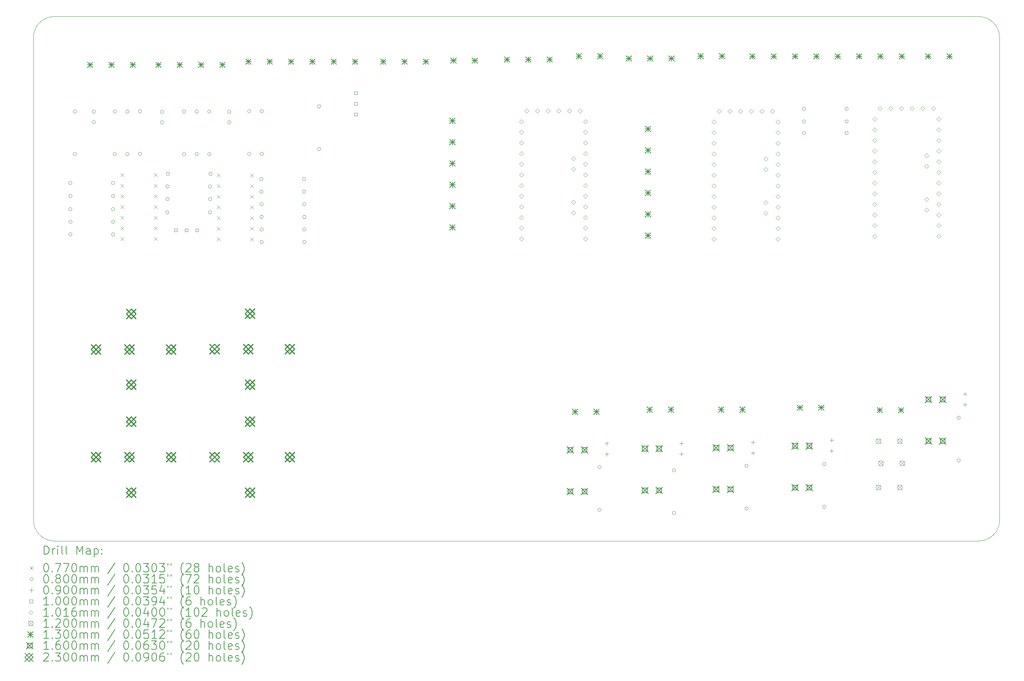
<source format=gbr>
%TF.GenerationSoftware,KiCad,Pcbnew,7.0.8*%
%TF.CreationDate,2024-04-24T16:06:29-06:00*%
%TF.ProjectId,Motherboard23-24,4d6f7468-6572-4626-9f61-726432332d32,rev?*%
%TF.SameCoordinates,Original*%
%TF.FileFunction,Drillmap*%
%TF.FilePolarity,Positive*%
%FSLAX45Y45*%
G04 Gerber Fmt 4.5, Leading zero omitted, Abs format (unit mm)*
G04 Created by KiCad (PCBNEW 7.0.8) date 2024-04-24 16:06:29*
%MOMM*%
%LPD*%
G01*
G04 APERTURE LIST*
%ADD10C,0.100000*%
%ADD11C,0.200000*%
%ADD12C,0.077000*%
%ADD13C,0.080000*%
%ADD14C,0.090000*%
%ADD15C,0.101600*%
%ADD16C,0.120000*%
%ADD17C,0.130000*%
%ADD18C,0.160000*%
%ADD19C,0.230000*%
G04 APERTURE END LIST*
D10*
X2250000Y-13750000D02*
X2250000Y-2250000D01*
X25250000Y-2250000D02*
G75*
G03*
X24750000Y-1750000I-500000J0D01*
G01*
X24750000Y-14250000D02*
G75*
G03*
X25250000Y-13750000I0J500000D01*
G01*
X25250000Y-2250000D02*
X25250000Y-13750000D01*
X2750000Y-1750000D02*
X24750000Y-1750000D01*
X2250000Y-13750000D02*
G75*
G03*
X2750000Y-14250000I500000J0D01*
G01*
X24750000Y-14250000D02*
X2750000Y-14250000D01*
X2750000Y-1750000D02*
G75*
G03*
X2250000Y-2250000I0J-500000D01*
G01*
D11*
D12*
X4325500Y-5491500D02*
X4402500Y-5568500D01*
X4402500Y-5491500D02*
X4325500Y-5568500D01*
X4325500Y-5745500D02*
X4402500Y-5822500D01*
X4402500Y-5745500D02*
X4325500Y-5822500D01*
X4325500Y-5999500D02*
X4402500Y-6076500D01*
X4402500Y-5999500D02*
X4325500Y-6076500D01*
X4325500Y-6253500D02*
X4402500Y-6330500D01*
X4402500Y-6253500D02*
X4325500Y-6330500D01*
X4325500Y-6507500D02*
X4402500Y-6584500D01*
X4402500Y-6507500D02*
X4325500Y-6584500D01*
X4325500Y-6761500D02*
X4402500Y-6838500D01*
X4402500Y-6761500D02*
X4325500Y-6838500D01*
X4325500Y-7015500D02*
X4402500Y-7092500D01*
X4402500Y-7015500D02*
X4325500Y-7092500D01*
X5119500Y-5491500D02*
X5196500Y-5568500D01*
X5196500Y-5491500D02*
X5119500Y-5568500D01*
X5119500Y-5745500D02*
X5196500Y-5822500D01*
X5196500Y-5745500D02*
X5119500Y-5822500D01*
X5119500Y-5999500D02*
X5196500Y-6076500D01*
X5196500Y-5999500D02*
X5119500Y-6076500D01*
X5119500Y-6253500D02*
X5196500Y-6330500D01*
X5196500Y-6253500D02*
X5119500Y-6330500D01*
X5119500Y-6507500D02*
X5196500Y-6584500D01*
X5196500Y-6507500D02*
X5119500Y-6584500D01*
X5119500Y-6761500D02*
X5196500Y-6838500D01*
X5196500Y-6761500D02*
X5119500Y-6838500D01*
X5119500Y-7015500D02*
X5196500Y-7092500D01*
X5196500Y-7015500D02*
X5119500Y-7092500D01*
X6622500Y-5499500D02*
X6699500Y-5576500D01*
X6699500Y-5499500D02*
X6622500Y-5576500D01*
X6622500Y-5753500D02*
X6699500Y-5830500D01*
X6699500Y-5753500D02*
X6622500Y-5830500D01*
X6622500Y-6007500D02*
X6699500Y-6084500D01*
X6699500Y-6007500D02*
X6622500Y-6084500D01*
X6622500Y-6261500D02*
X6699500Y-6338500D01*
X6699500Y-6261500D02*
X6622500Y-6338500D01*
X6622500Y-6515500D02*
X6699500Y-6592500D01*
X6699500Y-6515500D02*
X6622500Y-6592500D01*
X6622500Y-6769500D02*
X6699500Y-6846500D01*
X6699500Y-6769500D02*
X6622500Y-6846500D01*
X6622500Y-7023500D02*
X6699500Y-7100500D01*
X6699500Y-7023500D02*
X6622500Y-7100500D01*
X7416500Y-5499500D02*
X7493500Y-5576500D01*
X7493500Y-5499500D02*
X7416500Y-5576500D01*
X7416500Y-5753500D02*
X7493500Y-5830500D01*
X7493500Y-5753500D02*
X7416500Y-5830500D01*
X7416500Y-6007500D02*
X7493500Y-6084500D01*
X7493500Y-6007500D02*
X7416500Y-6084500D01*
X7416500Y-6261500D02*
X7493500Y-6338500D01*
X7493500Y-6261500D02*
X7416500Y-6338500D01*
X7416500Y-6515500D02*
X7493500Y-6592500D01*
X7493500Y-6515500D02*
X7416500Y-6592500D01*
X7416500Y-6769500D02*
X7493500Y-6846500D01*
X7493500Y-6769500D02*
X7416500Y-6846500D01*
X7416500Y-7023500D02*
X7493500Y-7100500D01*
X7493500Y-7023500D02*
X7416500Y-7100500D01*
D13*
X3168000Y-5717000D02*
G75*
G03*
X3168000Y-5717000I-40000J0D01*
G01*
X3168000Y-6342000D02*
G75*
G03*
X3168000Y-6342000I-40000J0D01*
G01*
X3170000Y-6942000D02*
G75*
G03*
X3170000Y-6942000I-40000J0D01*
G01*
X3173000Y-6030000D02*
G75*
G03*
X3173000Y-6030000I-40000J0D01*
G01*
X3173000Y-6642000D02*
G75*
G03*
X3173000Y-6642000I-40000J0D01*
G01*
X3276000Y-4013489D02*
G75*
G03*
X3276000Y-4013489I-40000J0D01*
G01*
X3276000Y-5029489D02*
G75*
G03*
X3276000Y-5029489I-40000J0D01*
G01*
X3726000Y-4017000D02*
G75*
G03*
X3726000Y-4017000I-40000J0D01*
G01*
X3726000Y-4267000D02*
G75*
G03*
X3726000Y-4267000I-40000J0D01*
G01*
X4184000Y-5717000D02*
G75*
G03*
X4184000Y-5717000I-40000J0D01*
G01*
X4184000Y-6342000D02*
G75*
G03*
X4184000Y-6342000I-40000J0D01*
G01*
X4186000Y-6942000D02*
G75*
G03*
X4186000Y-6942000I-40000J0D01*
G01*
X4189000Y-6030000D02*
G75*
G03*
X4189000Y-6030000I-40000J0D01*
G01*
X4189000Y-6642000D02*
G75*
G03*
X4189000Y-6642000I-40000J0D01*
G01*
X4226000Y-4013489D02*
G75*
G03*
X4226000Y-4013489I-40000J0D01*
G01*
X4226000Y-5029489D02*
G75*
G03*
X4226000Y-5029489I-40000J0D01*
G01*
X4526000Y-4016000D02*
G75*
G03*
X4526000Y-4016000I-40000J0D01*
G01*
X4526000Y-5032000D02*
G75*
G03*
X4526000Y-5032000I-40000J0D01*
G01*
X4826000Y-4009000D02*
G75*
G03*
X4826000Y-4009000I-40000J0D01*
G01*
X4826000Y-5025000D02*
G75*
G03*
X4826000Y-5025000I-40000J0D01*
G01*
X5351000Y-4021489D02*
G75*
G03*
X5351000Y-4021489I-40000J0D01*
G01*
X5351000Y-4271489D02*
G75*
G03*
X5351000Y-4271489I-40000J0D01*
G01*
X5476000Y-6417000D02*
G75*
G03*
X5476000Y-6417000I-40000J0D01*
G01*
X5482000Y-5800000D02*
G75*
G03*
X5482000Y-5800000I-40000J0D01*
G01*
X5482000Y-6100000D02*
G75*
G03*
X5482000Y-6100000I-40000J0D01*
G01*
X5490000Y-5500000D02*
G75*
G03*
X5490000Y-5500000I-40000J0D01*
G01*
X5876000Y-4017000D02*
G75*
G03*
X5876000Y-4017000I-40000J0D01*
G01*
X5876000Y-5033000D02*
G75*
G03*
X5876000Y-5033000I-40000J0D01*
G01*
X6176000Y-4016000D02*
G75*
G03*
X6176000Y-4016000I-40000J0D01*
G01*
X6176000Y-5032000D02*
G75*
G03*
X6176000Y-5032000I-40000J0D01*
G01*
X6476000Y-4017000D02*
G75*
G03*
X6476000Y-4017000I-40000J0D01*
G01*
X6476000Y-5033000D02*
G75*
G03*
X6476000Y-5033000I-40000J0D01*
G01*
X6492000Y-6417000D02*
G75*
G03*
X6492000Y-6417000I-40000J0D01*
G01*
X6498000Y-5800000D02*
G75*
G03*
X6498000Y-5800000I-40000J0D01*
G01*
X6498000Y-6100000D02*
G75*
G03*
X6498000Y-6100000I-40000J0D01*
G01*
X6506000Y-5500000D02*
G75*
G03*
X6506000Y-5500000I-40000J0D01*
G01*
X6951000Y-4021489D02*
G75*
G03*
X6951000Y-4021489I-40000J0D01*
G01*
X6951000Y-4271489D02*
G75*
G03*
X6951000Y-4271489I-40000J0D01*
G01*
X7426000Y-4009000D02*
G75*
G03*
X7426000Y-4009000I-40000J0D01*
G01*
X7426000Y-5025000D02*
G75*
G03*
X7426000Y-5025000I-40000J0D01*
G01*
X7715000Y-5625000D02*
G75*
G03*
X7715000Y-5625000I-40000J0D01*
G01*
X7715000Y-5925000D02*
G75*
G03*
X7715000Y-5925000I-40000J0D01*
G01*
X7723000Y-6225000D02*
G75*
G03*
X7723000Y-6225000I-40000J0D01*
G01*
X7723000Y-6525000D02*
G75*
G03*
X7723000Y-6525000I-40000J0D01*
G01*
X7723000Y-6825000D02*
G75*
G03*
X7723000Y-6825000I-40000J0D01*
G01*
X7723000Y-7125000D02*
G75*
G03*
X7723000Y-7125000I-40000J0D01*
G01*
X7726000Y-4008000D02*
G75*
G03*
X7726000Y-4008000I-40000J0D01*
G01*
X7726000Y-5024000D02*
G75*
G03*
X7726000Y-5024000I-40000J0D01*
G01*
X8731000Y-5625000D02*
G75*
G03*
X8731000Y-5625000I-40000J0D01*
G01*
X8731000Y-5925000D02*
G75*
G03*
X8731000Y-5925000I-40000J0D01*
G01*
X8739000Y-6225000D02*
G75*
G03*
X8739000Y-6225000I-40000J0D01*
G01*
X8739000Y-6525000D02*
G75*
G03*
X8739000Y-6525000I-40000J0D01*
G01*
X8739000Y-6825000D02*
G75*
G03*
X8739000Y-6825000I-40000J0D01*
G01*
X8739000Y-7125000D02*
G75*
G03*
X8739000Y-7125000I-40000J0D01*
G01*
X9090000Y-3892000D02*
G75*
G03*
X9090000Y-3892000I-40000J0D01*
G01*
X9090000Y-4908000D02*
G75*
G03*
X9090000Y-4908000I-40000J0D01*
G01*
X15765000Y-12492000D02*
G75*
G03*
X15765000Y-12492000I-40000J0D01*
G01*
X15765000Y-13508000D02*
G75*
G03*
X15765000Y-13508000I-40000J0D01*
G01*
X17540000Y-12567000D02*
G75*
G03*
X17540000Y-12567000I-40000J0D01*
G01*
X17540000Y-13583000D02*
G75*
G03*
X17540000Y-13583000I-40000J0D01*
G01*
X19265000Y-12459000D02*
G75*
G03*
X19265000Y-12459000I-40000J0D01*
G01*
X19265000Y-13475000D02*
G75*
G03*
X19265000Y-13475000I-40000J0D01*
G01*
X20632000Y-3950000D02*
G75*
G03*
X20632000Y-3950000I-40000J0D01*
G01*
X20632000Y-4250000D02*
G75*
G03*
X20632000Y-4250000I-40000J0D01*
G01*
X20632000Y-4525000D02*
G75*
G03*
X20632000Y-4525000I-40000J0D01*
G01*
X21115000Y-12417000D02*
G75*
G03*
X21115000Y-12417000I-40000J0D01*
G01*
X21115000Y-13433000D02*
G75*
G03*
X21115000Y-13433000I-40000J0D01*
G01*
X21648000Y-3950000D02*
G75*
G03*
X21648000Y-3950000I-40000J0D01*
G01*
X21648000Y-4250000D02*
G75*
G03*
X21648000Y-4250000I-40000J0D01*
G01*
X21648000Y-4525000D02*
G75*
G03*
X21648000Y-4525000I-40000J0D01*
G01*
X24315000Y-11313250D02*
G75*
G03*
X24315000Y-11313250I-40000J0D01*
G01*
X24315000Y-12329250D02*
G75*
G03*
X24315000Y-12329250I-40000J0D01*
G01*
D14*
X15900000Y-11880000D02*
X15900000Y-11970000D01*
X15855000Y-11925000D02*
X15945000Y-11925000D01*
X15900000Y-12134000D02*
X15900000Y-12224000D01*
X15855000Y-12179000D02*
X15945000Y-12179000D01*
X17675000Y-11876000D02*
X17675000Y-11966000D01*
X17630000Y-11921000D02*
X17720000Y-11921000D01*
X17675000Y-12130000D02*
X17675000Y-12220000D01*
X17630000Y-12175000D02*
X17720000Y-12175000D01*
X19375000Y-11852500D02*
X19375000Y-11942500D01*
X19330000Y-11897500D02*
X19420000Y-11897500D01*
X19375000Y-12106500D02*
X19375000Y-12196500D01*
X19330000Y-12151500D02*
X19420000Y-12151500D01*
X21250000Y-11802500D02*
X21250000Y-11892500D01*
X21205000Y-11847500D02*
X21295000Y-11847500D01*
X21250000Y-12056500D02*
X21250000Y-12146500D01*
X21205000Y-12101500D02*
X21295000Y-12101500D01*
X24425000Y-10701250D02*
X24425000Y-10791250D01*
X24380000Y-10746250D02*
X24470000Y-10746250D01*
X24425000Y-10955250D02*
X24425000Y-11045250D01*
X24380000Y-11000250D02*
X24470000Y-11000250D01*
D10*
X5671356Y-6877356D02*
X5671356Y-6806644D01*
X5600644Y-6806644D01*
X5600644Y-6877356D01*
X5671356Y-6877356D01*
X5925356Y-6877356D02*
X5925356Y-6806644D01*
X5854644Y-6806644D01*
X5854644Y-6877356D01*
X5925356Y-6877356D01*
X6179356Y-6877356D02*
X6179356Y-6806644D01*
X6108644Y-6806644D01*
X6108644Y-6877356D01*
X6179356Y-6877356D01*
X9960356Y-3610356D02*
X9960356Y-3539644D01*
X9889644Y-3539644D01*
X9889644Y-3610356D01*
X9960356Y-3610356D01*
X9960356Y-3864356D02*
X9960356Y-3793644D01*
X9889644Y-3793644D01*
X9889644Y-3864356D01*
X9960356Y-3864356D01*
X9960356Y-4118356D02*
X9960356Y-4047644D01*
X9889644Y-4047644D01*
X9889644Y-4118356D01*
X9960356Y-4118356D01*
D15*
X13869000Y-4304800D02*
X13919800Y-4254000D01*
X13869000Y-4203200D01*
X13818200Y-4254000D01*
X13869000Y-4304800D01*
X13869000Y-4558800D02*
X13919800Y-4508000D01*
X13869000Y-4457200D01*
X13818200Y-4508000D01*
X13869000Y-4558800D01*
X13869000Y-4812800D02*
X13919800Y-4762000D01*
X13869000Y-4711200D01*
X13818200Y-4762000D01*
X13869000Y-4812800D01*
X13869000Y-5066800D02*
X13919800Y-5016000D01*
X13869000Y-4965200D01*
X13818200Y-5016000D01*
X13869000Y-5066800D01*
X13869000Y-5320800D02*
X13919800Y-5270000D01*
X13869000Y-5219200D01*
X13818200Y-5270000D01*
X13869000Y-5320800D01*
X13869000Y-5574800D02*
X13919800Y-5524000D01*
X13869000Y-5473200D01*
X13818200Y-5524000D01*
X13869000Y-5574800D01*
X13869000Y-5828800D02*
X13919800Y-5778000D01*
X13869000Y-5727200D01*
X13818200Y-5778000D01*
X13869000Y-5828800D01*
X13869000Y-6082800D02*
X13919800Y-6032000D01*
X13869000Y-5981200D01*
X13818200Y-6032000D01*
X13869000Y-6082800D01*
X13869000Y-6336800D02*
X13919800Y-6286000D01*
X13869000Y-6235200D01*
X13818200Y-6286000D01*
X13869000Y-6336800D01*
X13869000Y-6590800D02*
X13919800Y-6540000D01*
X13869000Y-6489200D01*
X13818200Y-6540000D01*
X13869000Y-6590800D01*
X13869000Y-6844800D02*
X13919800Y-6794000D01*
X13869000Y-6743200D01*
X13818200Y-6794000D01*
X13869000Y-6844800D01*
X13869000Y-7098800D02*
X13919800Y-7048000D01*
X13869000Y-6997200D01*
X13818200Y-7048000D01*
X13869000Y-7098800D01*
X13996000Y-4050800D02*
X14046800Y-4000000D01*
X13996000Y-3949200D01*
X13945200Y-4000000D01*
X13996000Y-4050800D01*
X14250000Y-4050800D02*
X14300800Y-4000000D01*
X14250000Y-3949200D01*
X14199200Y-4000000D01*
X14250000Y-4050800D01*
X14504000Y-4050800D02*
X14554800Y-4000000D01*
X14504000Y-3949200D01*
X14453200Y-4000000D01*
X14504000Y-4050800D01*
X14758000Y-4050800D02*
X14808800Y-4000000D01*
X14758000Y-3949200D01*
X14707200Y-4000000D01*
X14758000Y-4050800D01*
X15012000Y-4050800D02*
X15062800Y-4000000D01*
X15012000Y-3949200D01*
X14961200Y-4000000D01*
X15012000Y-4050800D01*
X15100900Y-5181100D02*
X15151700Y-5130300D01*
X15100900Y-5079500D01*
X15050100Y-5130300D01*
X15100900Y-5181100D01*
X15100900Y-5435100D02*
X15151700Y-5384300D01*
X15100900Y-5333500D01*
X15050100Y-5384300D01*
X15100900Y-5435100D01*
X15100900Y-6222500D02*
X15151700Y-6171700D01*
X15100900Y-6120900D01*
X15050100Y-6171700D01*
X15100900Y-6222500D01*
X15100900Y-6476500D02*
X15151700Y-6425700D01*
X15100900Y-6374900D01*
X15050100Y-6425700D01*
X15100900Y-6476500D01*
X15266000Y-4050800D02*
X15316800Y-4000000D01*
X15266000Y-3949200D01*
X15215200Y-4000000D01*
X15266000Y-4050800D01*
X15393000Y-4304800D02*
X15443800Y-4254000D01*
X15393000Y-4203200D01*
X15342200Y-4254000D01*
X15393000Y-4304800D01*
X15393000Y-4558800D02*
X15443800Y-4508000D01*
X15393000Y-4457200D01*
X15342200Y-4508000D01*
X15393000Y-4558800D01*
X15393000Y-4812800D02*
X15443800Y-4762000D01*
X15393000Y-4711200D01*
X15342200Y-4762000D01*
X15393000Y-4812800D01*
X15393000Y-5066800D02*
X15443800Y-5016000D01*
X15393000Y-4965200D01*
X15342200Y-5016000D01*
X15393000Y-5066800D01*
X15393000Y-5320800D02*
X15443800Y-5270000D01*
X15393000Y-5219200D01*
X15342200Y-5270000D01*
X15393000Y-5320800D01*
X15393000Y-5574800D02*
X15443800Y-5524000D01*
X15393000Y-5473200D01*
X15342200Y-5524000D01*
X15393000Y-5574800D01*
X15393000Y-5828800D02*
X15443800Y-5778000D01*
X15393000Y-5727200D01*
X15342200Y-5778000D01*
X15393000Y-5828800D01*
X15393000Y-6082800D02*
X15443800Y-6032000D01*
X15393000Y-5981200D01*
X15342200Y-6032000D01*
X15393000Y-6082800D01*
X15393000Y-6336800D02*
X15443800Y-6286000D01*
X15393000Y-6235200D01*
X15342200Y-6286000D01*
X15393000Y-6336800D01*
X15393000Y-6590800D02*
X15443800Y-6540000D01*
X15393000Y-6489200D01*
X15342200Y-6540000D01*
X15393000Y-6590800D01*
X15393000Y-6844800D02*
X15443800Y-6794000D01*
X15393000Y-6743200D01*
X15342200Y-6794000D01*
X15393000Y-6844800D01*
X15393000Y-7098800D02*
X15443800Y-7048000D01*
X15393000Y-6997200D01*
X15342200Y-7048000D01*
X15393000Y-7098800D01*
X18448000Y-4313800D02*
X18498800Y-4263000D01*
X18448000Y-4212200D01*
X18397200Y-4263000D01*
X18448000Y-4313800D01*
X18448000Y-4567800D02*
X18498800Y-4517000D01*
X18448000Y-4466200D01*
X18397200Y-4517000D01*
X18448000Y-4567800D01*
X18448000Y-4821800D02*
X18498800Y-4771000D01*
X18448000Y-4720200D01*
X18397200Y-4771000D01*
X18448000Y-4821800D01*
X18448000Y-5075800D02*
X18498800Y-5025000D01*
X18448000Y-4974200D01*
X18397200Y-5025000D01*
X18448000Y-5075800D01*
X18448000Y-5329800D02*
X18498800Y-5279000D01*
X18448000Y-5228200D01*
X18397200Y-5279000D01*
X18448000Y-5329800D01*
X18448000Y-5583800D02*
X18498800Y-5533000D01*
X18448000Y-5482200D01*
X18397200Y-5533000D01*
X18448000Y-5583800D01*
X18448000Y-5837800D02*
X18498800Y-5787000D01*
X18448000Y-5736200D01*
X18397200Y-5787000D01*
X18448000Y-5837800D01*
X18448000Y-6091800D02*
X18498800Y-6041000D01*
X18448000Y-5990200D01*
X18397200Y-6041000D01*
X18448000Y-6091800D01*
X18448000Y-6345800D02*
X18498800Y-6295000D01*
X18448000Y-6244200D01*
X18397200Y-6295000D01*
X18448000Y-6345800D01*
X18448000Y-6599800D02*
X18498800Y-6549000D01*
X18448000Y-6498200D01*
X18397200Y-6549000D01*
X18448000Y-6599800D01*
X18448000Y-6853800D02*
X18498800Y-6803000D01*
X18448000Y-6752200D01*
X18397200Y-6803000D01*
X18448000Y-6853800D01*
X18448000Y-7107800D02*
X18498800Y-7057000D01*
X18448000Y-7006200D01*
X18397200Y-7057000D01*
X18448000Y-7107800D01*
X18575000Y-4059800D02*
X18625800Y-4009000D01*
X18575000Y-3958200D01*
X18524200Y-4009000D01*
X18575000Y-4059800D01*
X18829000Y-4059800D02*
X18879800Y-4009000D01*
X18829000Y-3958200D01*
X18778200Y-4009000D01*
X18829000Y-4059800D01*
X19083000Y-4059800D02*
X19133800Y-4009000D01*
X19083000Y-3958200D01*
X19032200Y-4009000D01*
X19083000Y-4059800D01*
X19337000Y-4059800D02*
X19387800Y-4009000D01*
X19337000Y-3958200D01*
X19286200Y-4009000D01*
X19337000Y-4059800D01*
X19591000Y-4059800D02*
X19641800Y-4009000D01*
X19591000Y-3958200D01*
X19540200Y-4009000D01*
X19591000Y-4059800D01*
X19679900Y-5190100D02*
X19730700Y-5139300D01*
X19679900Y-5088500D01*
X19629100Y-5139300D01*
X19679900Y-5190100D01*
X19679900Y-5444100D02*
X19730700Y-5393300D01*
X19679900Y-5342500D01*
X19629100Y-5393300D01*
X19679900Y-5444100D01*
X19679900Y-6231500D02*
X19730700Y-6180700D01*
X19679900Y-6129900D01*
X19629100Y-6180700D01*
X19679900Y-6231500D01*
X19679900Y-6485500D02*
X19730700Y-6434700D01*
X19679900Y-6383900D01*
X19629100Y-6434700D01*
X19679900Y-6485500D01*
X19845000Y-4059800D02*
X19895800Y-4009000D01*
X19845000Y-3958200D01*
X19794200Y-4009000D01*
X19845000Y-4059800D01*
X19972000Y-4313800D02*
X20022800Y-4263000D01*
X19972000Y-4212200D01*
X19921200Y-4263000D01*
X19972000Y-4313800D01*
X19972000Y-4567800D02*
X20022800Y-4517000D01*
X19972000Y-4466200D01*
X19921200Y-4517000D01*
X19972000Y-4567800D01*
X19972000Y-4821800D02*
X20022800Y-4771000D01*
X19972000Y-4720200D01*
X19921200Y-4771000D01*
X19972000Y-4821800D01*
X19972000Y-5075800D02*
X20022800Y-5025000D01*
X19972000Y-4974200D01*
X19921200Y-5025000D01*
X19972000Y-5075800D01*
X19972000Y-5329800D02*
X20022800Y-5279000D01*
X19972000Y-5228200D01*
X19921200Y-5279000D01*
X19972000Y-5329800D01*
X19972000Y-5583800D02*
X20022800Y-5533000D01*
X19972000Y-5482200D01*
X19921200Y-5533000D01*
X19972000Y-5583800D01*
X19972000Y-5837800D02*
X20022800Y-5787000D01*
X19972000Y-5736200D01*
X19921200Y-5787000D01*
X19972000Y-5837800D01*
X19972000Y-6091800D02*
X20022800Y-6041000D01*
X19972000Y-5990200D01*
X19921200Y-6041000D01*
X19972000Y-6091800D01*
X19972000Y-6345800D02*
X20022800Y-6295000D01*
X19972000Y-6244200D01*
X19921200Y-6295000D01*
X19972000Y-6345800D01*
X19972000Y-6599800D02*
X20022800Y-6549000D01*
X19972000Y-6498200D01*
X19921200Y-6549000D01*
X19972000Y-6599800D01*
X19972000Y-6853800D02*
X20022800Y-6803000D01*
X19972000Y-6752200D01*
X19921200Y-6803000D01*
X19972000Y-6853800D01*
X19972000Y-7107800D02*
X20022800Y-7057000D01*
X19972000Y-7006200D01*
X19921200Y-7057000D01*
X19972000Y-7107800D01*
X22275000Y-4242800D02*
X22325800Y-4192000D01*
X22275000Y-4141200D01*
X22224200Y-4192000D01*
X22275000Y-4242800D01*
X22275000Y-4496800D02*
X22325800Y-4446000D01*
X22275000Y-4395200D01*
X22224200Y-4446000D01*
X22275000Y-4496800D01*
X22275000Y-4750800D02*
X22325800Y-4700000D01*
X22275000Y-4649200D01*
X22224200Y-4700000D01*
X22275000Y-4750800D01*
X22275000Y-5004800D02*
X22325800Y-4954000D01*
X22275000Y-4903200D01*
X22224200Y-4954000D01*
X22275000Y-5004800D01*
X22275000Y-5258800D02*
X22325800Y-5208000D01*
X22275000Y-5157200D01*
X22224200Y-5208000D01*
X22275000Y-5258800D01*
X22275000Y-5512800D02*
X22325800Y-5462000D01*
X22275000Y-5411200D01*
X22224200Y-5462000D01*
X22275000Y-5512800D01*
X22275000Y-5766800D02*
X22325800Y-5716000D01*
X22275000Y-5665200D01*
X22224200Y-5716000D01*
X22275000Y-5766800D01*
X22275000Y-6020800D02*
X22325800Y-5970000D01*
X22275000Y-5919200D01*
X22224200Y-5970000D01*
X22275000Y-6020800D01*
X22275000Y-6274800D02*
X22325800Y-6224000D01*
X22275000Y-6173200D01*
X22224200Y-6224000D01*
X22275000Y-6274800D01*
X22275000Y-6528800D02*
X22325800Y-6478000D01*
X22275000Y-6427200D01*
X22224200Y-6478000D01*
X22275000Y-6528800D01*
X22275000Y-6782800D02*
X22325800Y-6732000D01*
X22275000Y-6681200D01*
X22224200Y-6732000D01*
X22275000Y-6782800D01*
X22275000Y-7036800D02*
X22325800Y-6986000D01*
X22275000Y-6935200D01*
X22224200Y-6986000D01*
X22275000Y-7036800D01*
X22402000Y-3988800D02*
X22452800Y-3938000D01*
X22402000Y-3887200D01*
X22351200Y-3938000D01*
X22402000Y-3988800D01*
X22656000Y-3988800D02*
X22706800Y-3938000D01*
X22656000Y-3887200D01*
X22605200Y-3938000D01*
X22656000Y-3988800D01*
X22910000Y-3988800D02*
X22960800Y-3938000D01*
X22910000Y-3887200D01*
X22859200Y-3938000D01*
X22910000Y-3988800D01*
X23164000Y-3988800D02*
X23214800Y-3938000D01*
X23164000Y-3887200D01*
X23113200Y-3938000D01*
X23164000Y-3988800D01*
X23418000Y-3988800D02*
X23468800Y-3938000D01*
X23418000Y-3887200D01*
X23367200Y-3938000D01*
X23418000Y-3988800D01*
X23506900Y-5119100D02*
X23557700Y-5068300D01*
X23506900Y-5017500D01*
X23456100Y-5068300D01*
X23506900Y-5119100D01*
X23506900Y-5373100D02*
X23557700Y-5322300D01*
X23506900Y-5271500D01*
X23456100Y-5322300D01*
X23506900Y-5373100D01*
X23506900Y-6160500D02*
X23557700Y-6109700D01*
X23506900Y-6058900D01*
X23456100Y-6109700D01*
X23506900Y-6160500D01*
X23506900Y-6414500D02*
X23557700Y-6363700D01*
X23506900Y-6312900D01*
X23456100Y-6363700D01*
X23506900Y-6414500D01*
X23672000Y-3988800D02*
X23722800Y-3938000D01*
X23672000Y-3887200D01*
X23621200Y-3938000D01*
X23672000Y-3988800D01*
X23799000Y-4242800D02*
X23849800Y-4192000D01*
X23799000Y-4141200D01*
X23748200Y-4192000D01*
X23799000Y-4242800D01*
X23799000Y-4496800D02*
X23849800Y-4446000D01*
X23799000Y-4395200D01*
X23748200Y-4446000D01*
X23799000Y-4496800D01*
X23799000Y-4750800D02*
X23849800Y-4700000D01*
X23799000Y-4649200D01*
X23748200Y-4700000D01*
X23799000Y-4750800D01*
X23799000Y-5004800D02*
X23849800Y-4954000D01*
X23799000Y-4903200D01*
X23748200Y-4954000D01*
X23799000Y-5004800D01*
X23799000Y-5258800D02*
X23849800Y-5208000D01*
X23799000Y-5157200D01*
X23748200Y-5208000D01*
X23799000Y-5258800D01*
X23799000Y-5512800D02*
X23849800Y-5462000D01*
X23799000Y-5411200D01*
X23748200Y-5462000D01*
X23799000Y-5512800D01*
X23799000Y-5766800D02*
X23849800Y-5716000D01*
X23799000Y-5665200D01*
X23748200Y-5716000D01*
X23799000Y-5766800D01*
X23799000Y-6020800D02*
X23849800Y-5970000D01*
X23799000Y-5919200D01*
X23748200Y-5970000D01*
X23799000Y-6020800D01*
X23799000Y-6274800D02*
X23849800Y-6224000D01*
X23799000Y-6173200D01*
X23748200Y-6224000D01*
X23799000Y-6274800D01*
X23799000Y-6528800D02*
X23849800Y-6478000D01*
X23799000Y-6427200D01*
X23748200Y-6478000D01*
X23799000Y-6528800D01*
X23799000Y-6782800D02*
X23849800Y-6732000D01*
X23799000Y-6681200D01*
X23748200Y-6732000D01*
X23799000Y-6782800D01*
X23799000Y-7036800D02*
X23849800Y-6986000D01*
X23799000Y-6935200D01*
X23748200Y-6986000D01*
X23799000Y-7036800D01*
D16*
X22306000Y-11815000D02*
X22426000Y-11935000D01*
X22426000Y-11815000D02*
X22306000Y-11935000D01*
X22426000Y-11875000D02*
G75*
G03*
X22426000Y-11875000I-60000J0D01*
G01*
X22306000Y-12915000D02*
X22426000Y-13035000D01*
X22426000Y-12915000D02*
X22306000Y-13035000D01*
X22426000Y-12975000D02*
G75*
G03*
X22426000Y-12975000I-60000J0D01*
G01*
X22363500Y-12340000D02*
X22483500Y-12460000D01*
X22483500Y-12340000D02*
X22363500Y-12460000D01*
X22483500Y-12400000D02*
G75*
G03*
X22483500Y-12400000I-60000J0D01*
G01*
X22814000Y-11815000D02*
X22934000Y-11935000D01*
X22934000Y-11815000D02*
X22814000Y-11935000D01*
X22934000Y-11875000D02*
G75*
G03*
X22934000Y-11875000I-60000J0D01*
G01*
X22814000Y-12915000D02*
X22934000Y-13035000D01*
X22934000Y-12915000D02*
X22814000Y-13035000D01*
X22934000Y-12975000D02*
G75*
G03*
X22934000Y-12975000I-60000J0D01*
G01*
X22871500Y-12340000D02*
X22991500Y-12460000D01*
X22991500Y-12340000D02*
X22871500Y-12460000D01*
X22991500Y-12400000D02*
G75*
G03*
X22991500Y-12400000I-60000J0D01*
G01*
D17*
X3535000Y-2835000D02*
X3665000Y-2965000D01*
X3665000Y-2835000D02*
X3535000Y-2965000D01*
X3600000Y-2835000D02*
X3600000Y-2965000D01*
X3535000Y-2900000D02*
X3665000Y-2900000D01*
X4043000Y-2835000D02*
X4173000Y-2965000D01*
X4173000Y-2835000D02*
X4043000Y-2965000D01*
X4108000Y-2835000D02*
X4108000Y-2965000D01*
X4043000Y-2900000D02*
X4173000Y-2900000D01*
X4551000Y-2835000D02*
X4681000Y-2965000D01*
X4681000Y-2835000D02*
X4551000Y-2965000D01*
X4616000Y-2835000D02*
X4616000Y-2965000D01*
X4551000Y-2900000D02*
X4681000Y-2900000D01*
X5160000Y-2835000D02*
X5290000Y-2965000D01*
X5290000Y-2835000D02*
X5160000Y-2965000D01*
X5225000Y-2835000D02*
X5225000Y-2965000D01*
X5160000Y-2900000D02*
X5290000Y-2900000D01*
X5668000Y-2835000D02*
X5798000Y-2965000D01*
X5798000Y-2835000D02*
X5668000Y-2965000D01*
X5733000Y-2835000D02*
X5733000Y-2965000D01*
X5668000Y-2900000D02*
X5798000Y-2900000D01*
X6176000Y-2835000D02*
X6306000Y-2965000D01*
X6306000Y-2835000D02*
X6176000Y-2965000D01*
X6241000Y-2835000D02*
X6241000Y-2965000D01*
X6176000Y-2900000D02*
X6306000Y-2900000D01*
X6684000Y-2835000D02*
X6814000Y-2965000D01*
X6814000Y-2835000D02*
X6684000Y-2965000D01*
X6749000Y-2835000D02*
X6749000Y-2965000D01*
X6684000Y-2900000D02*
X6814000Y-2900000D01*
X7302000Y-2760000D02*
X7432000Y-2890000D01*
X7432000Y-2760000D02*
X7302000Y-2890000D01*
X7367000Y-2760000D02*
X7367000Y-2890000D01*
X7302000Y-2825000D02*
X7432000Y-2825000D01*
X7810000Y-2760000D02*
X7940000Y-2890000D01*
X7940000Y-2760000D02*
X7810000Y-2890000D01*
X7875000Y-2760000D02*
X7875000Y-2890000D01*
X7810000Y-2825000D02*
X7940000Y-2825000D01*
X8318000Y-2760000D02*
X8448000Y-2890000D01*
X8448000Y-2760000D02*
X8318000Y-2890000D01*
X8383000Y-2760000D02*
X8383000Y-2890000D01*
X8318000Y-2825000D02*
X8448000Y-2825000D01*
X8826000Y-2760000D02*
X8956000Y-2890000D01*
X8956000Y-2760000D02*
X8826000Y-2890000D01*
X8891000Y-2760000D02*
X8891000Y-2890000D01*
X8826000Y-2825000D02*
X8956000Y-2825000D01*
X9334000Y-2760000D02*
X9464000Y-2890000D01*
X9464000Y-2760000D02*
X9334000Y-2890000D01*
X9399000Y-2760000D02*
X9399000Y-2890000D01*
X9334000Y-2825000D02*
X9464000Y-2825000D01*
X9842000Y-2760000D02*
X9972000Y-2890000D01*
X9972000Y-2760000D02*
X9842000Y-2890000D01*
X9907000Y-2760000D02*
X9907000Y-2890000D01*
X9842000Y-2825000D02*
X9972000Y-2825000D01*
X10510000Y-2760000D02*
X10640000Y-2890000D01*
X10640000Y-2760000D02*
X10510000Y-2890000D01*
X10575000Y-2760000D02*
X10575000Y-2890000D01*
X10510000Y-2825000D02*
X10640000Y-2825000D01*
X11018000Y-2760000D02*
X11148000Y-2890000D01*
X11148000Y-2760000D02*
X11018000Y-2890000D01*
X11083000Y-2760000D02*
X11083000Y-2890000D01*
X11018000Y-2825000D02*
X11148000Y-2825000D01*
X11526000Y-2760000D02*
X11656000Y-2890000D01*
X11656000Y-2760000D02*
X11526000Y-2890000D01*
X11591000Y-2760000D02*
X11591000Y-2890000D01*
X11526000Y-2825000D02*
X11656000Y-2825000D01*
X12160000Y-4169000D02*
X12290000Y-4299000D01*
X12290000Y-4169000D02*
X12160000Y-4299000D01*
X12225000Y-4169000D02*
X12225000Y-4299000D01*
X12160000Y-4234000D02*
X12290000Y-4234000D01*
X12160000Y-4677000D02*
X12290000Y-4807000D01*
X12290000Y-4677000D02*
X12160000Y-4807000D01*
X12225000Y-4677000D02*
X12225000Y-4807000D01*
X12160000Y-4742000D02*
X12290000Y-4742000D01*
X12160000Y-5185000D02*
X12290000Y-5315000D01*
X12290000Y-5185000D02*
X12160000Y-5315000D01*
X12225000Y-5185000D02*
X12225000Y-5315000D01*
X12160000Y-5250000D02*
X12290000Y-5250000D01*
X12160000Y-5693000D02*
X12290000Y-5823000D01*
X12290000Y-5693000D02*
X12160000Y-5823000D01*
X12225000Y-5693000D02*
X12225000Y-5823000D01*
X12160000Y-5758000D02*
X12290000Y-5758000D01*
X12160000Y-6201000D02*
X12290000Y-6331000D01*
X12290000Y-6201000D02*
X12160000Y-6331000D01*
X12225000Y-6201000D02*
X12225000Y-6331000D01*
X12160000Y-6266000D02*
X12290000Y-6266000D01*
X12160000Y-6709000D02*
X12290000Y-6839000D01*
X12290000Y-6709000D02*
X12160000Y-6839000D01*
X12225000Y-6709000D02*
X12225000Y-6839000D01*
X12160000Y-6774000D02*
X12290000Y-6774000D01*
X12185000Y-2735000D02*
X12315000Y-2865000D01*
X12315000Y-2735000D02*
X12185000Y-2865000D01*
X12250000Y-2735000D02*
X12250000Y-2865000D01*
X12185000Y-2800000D02*
X12315000Y-2800000D01*
X12693000Y-2735000D02*
X12823000Y-2865000D01*
X12823000Y-2735000D02*
X12693000Y-2865000D01*
X12758000Y-2735000D02*
X12758000Y-2865000D01*
X12693000Y-2800000D02*
X12823000Y-2800000D01*
X13460000Y-2710000D02*
X13590000Y-2840000D01*
X13590000Y-2710000D02*
X13460000Y-2840000D01*
X13525000Y-2710000D02*
X13525000Y-2840000D01*
X13460000Y-2775000D02*
X13590000Y-2775000D01*
X13968000Y-2710000D02*
X14098000Y-2840000D01*
X14098000Y-2710000D02*
X13968000Y-2840000D01*
X14033000Y-2710000D02*
X14033000Y-2840000D01*
X13968000Y-2775000D02*
X14098000Y-2775000D01*
X14476000Y-2710000D02*
X14606000Y-2840000D01*
X14606000Y-2710000D02*
X14476000Y-2840000D01*
X14541000Y-2710000D02*
X14541000Y-2840000D01*
X14476000Y-2775000D02*
X14606000Y-2775000D01*
X15081500Y-11104500D02*
X15211500Y-11234500D01*
X15211500Y-11104500D02*
X15081500Y-11234500D01*
X15146500Y-11104500D02*
X15146500Y-11234500D01*
X15081500Y-11169500D02*
X15211500Y-11169500D01*
X15168500Y-2630000D02*
X15298500Y-2760000D01*
X15298500Y-2630000D02*
X15168500Y-2760000D01*
X15233500Y-2630000D02*
X15233500Y-2760000D01*
X15168500Y-2695000D02*
X15298500Y-2695000D01*
X15589500Y-11104500D02*
X15719500Y-11234500D01*
X15719500Y-11104500D02*
X15589500Y-11234500D01*
X15654500Y-11104500D02*
X15654500Y-11234500D01*
X15589500Y-11169500D02*
X15719500Y-11169500D01*
X15676500Y-2630000D02*
X15806500Y-2760000D01*
X15806500Y-2630000D02*
X15676500Y-2760000D01*
X15741500Y-2630000D02*
X15741500Y-2760000D01*
X15676500Y-2695000D02*
X15806500Y-2695000D01*
X16360000Y-2685000D02*
X16490000Y-2815000D01*
X16490000Y-2685000D02*
X16360000Y-2815000D01*
X16425000Y-2685000D02*
X16425000Y-2815000D01*
X16360000Y-2750000D02*
X16490000Y-2750000D01*
X16815500Y-4365000D02*
X16945500Y-4495000D01*
X16945500Y-4365000D02*
X16815500Y-4495000D01*
X16880500Y-4365000D02*
X16880500Y-4495000D01*
X16815500Y-4430000D02*
X16945500Y-4430000D01*
X16815500Y-4873000D02*
X16945500Y-5003000D01*
X16945500Y-4873000D02*
X16815500Y-5003000D01*
X16880500Y-4873000D02*
X16880500Y-5003000D01*
X16815500Y-4938000D02*
X16945500Y-4938000D01*
X16815500Y-5381000D02*
X16945500Y-5511000D01*
X16945500Y-5381000D02*
X16815500Y-5511000D01*
X16880500Y-5381000D02*
X16880500Y-5511000D01*
X16815500Y-5446000D02*
X16945500Y-5446000D01*
X16815500Y-5889000D02*
X16945500Y-6019000D01*
X16945500Y-5889000D02*
X16815500Y-6019000D01*
X16880500Y-5889000D02*
X16880500Y-6019000D01*
X16815500Y-5954000D02*
X16945500Y-5954000D01*
X16815500Y-6397000D02*
X16945500Y-6527000D01*
X16945500Y-6397000D02*
X16815500Y-6527000D01*
X16880500Y-6397000D02*
X16880500Y-6527000D01*
X16815500Y-6462000D02*
X16945500Y-6462000D01*
X16815500Y-6905000D02*
X16945500Y-7035000D01*
X16945500Y-6905000D02*
X16815500Y-7035000D01*
X16880500Y-6905000D02*
X16880500Y-7035000D01*
X16815500Y-6970000D02*
X16945500Y-6970000D01*
X16856500Y-11054500D02*
X16986500Y-11184500D01*
X16986500Y-11054500D02*
X16856500Y-11184500D01*
X16921500Y-11054500D02*
X16921500Y-11184500D01*
X16856500Y-11119500D02*
X16986500Y-11119500D01*
X16868000Y-2685000D02*
X16998000Y-2815000D01*
X16998000Y-2685000D02*
X16868000Y-2815000D01*
X16933000Y-2685000D02*
X16933000Y-2815000D01*
X16868000Y-2750000D02*
X16998000Y-2750000D01*
X17364500Y-11054500D02*
X17494500Y-11184500D01*
X17494500Y-11054500D02*
X17364500Y-11184500D01*
X17429500Y-11054500D02*
X17429500Y-11184500D01*
X17364500Y-11119500D02*
X17494500Y-11119500D01*
X17376000Y-2685000D02*
X17506000Y-2815000D01*
X17506000Y-2685000D02*
X17376000Y-2815000D01*
X17441000Y-2685000D02*
X17441000Y-2815000D01*
X17376000Y-2750000D02*
X17506000Y-2750000D01*
X18068500Y-2630000D02*
X18198500Y-2760000D01*
X18198500Y-2630000D02*
X18068500Y-2760000D01*
X18133500Y-2630000D02*
X18133500Y-2760000D01*
X18068500Y-2695000D02*
X18198500Y-2695000D01*
X18556500Y-11054500D02*
X18686500Y-11184500D01*
X18686500Y-11054500D02*
X18556500Y-11184500D01*
X18621500Y-11054500D02*
X18621500Y-11184500D01*
X18556500Y-11119500D02*
X18686500Y-11119500D01*
X18576500Y-2630000D02*
X18706500Y-2760000D01*
X18706500Y-2630000D02*
X18576500Y-2760000D01*
X18641500Y-2630000D02*
X18641500Y-2760000D01*
X18576500Y-2695000D02*
X18706500Y-2695000D01*
X19064500Y-11054500D02*
X19194500Y-11184500D01*
X19194500Y-11054500D02*
X19064500Y-11184500D01*
X19129500Y-11054500D02*
X19129500Y-11184500D01*
X19064500Y-11119500D02*
X19194500Y-11119500D01*
X19302000Y-2635000D02*
X19432000Y-2765000D01*
X19432000Y-2635000D02*
X19302000Y-2765000D01*
X19367000Y-2635000D02*
X19367000Y-2765000D01*
X19302000Y-2700000D02*
X19432000Y-2700000D01*
X19810000Y-2635000D02*
X19940000Y-2765000D01*
X19940000Y-2635000D02*
X19810000Y-2765000D01*
X19875000Y-2635000D02*
X19875000Y-2765000D01*
X19810000Y-2700000D02*
X19940000Y-2700000D01*
X20318000Y-2635000D02*
X20448000Y-2765000D01*
X20448000Y-2635000D02*
X20318000Y-2765000D01*
X20383000Y-2635000D02*
X20383000Y-2765000D01*
X20318000Y-2700000D02*
X20448000Y-2700000D01*
X20431500Y-11004500D02*
X20561500Y-11134500D01*
X20561500Y-11004500D02*
X20431500Y-11134500D01*
X20496500Y-11004500D02*
X20496500Y-11134500D01*
X20431500Y-11069500D02*
X20561500Y-11069500D01*
X20826000Y-2635000D02*
X20956000Y-2765000D01*
X20956000Y-2635000D02*
X20826000Y-2765000D01*
X20891000Y-2635000D02*
X20891000Y-2765000D01*
X20826000Y-2700000D02*
X20956000Y-2700000D01*
X20939500Y-11004500D02*
X21069500Y-11134500D01*
X21069500Y-11004500D02*
X20939500Y-11134500D01*
X21004500Y-11004500D02*
X21004500Y-11134500D01*
X20939500Y-11069500D02*
X21069500Y-11069500D01*
X21334000Y-2635000D02*
X21464000Y-2765000D01*
X21464000Y-2635000D02*
X21334000Y-2765000D01*
X21399000Y-2635000D02*
X21399000Y-2765000D01*
X21334000Y-2700000D02*
X21464000Y-2700000D01*
X21842000Y-2635000D02*
X21972000Y-2765000D01*
X21972000Y-2635000D02*
X21842000Y-2765000D01*
X21907000Y-2635000D02*
X21907000Y-2765000D01*
X21842000Y-2700000D02*
X21972000Y-2700000D01*
X22330500Y-11065500D02*
X22460500Y-11195500D01*
X22460500Y-11065500D02*
X22330500Y-11195500D01*
X22395500Y-11065500D02*
X22395500Y-11195500D01*
X22330500Y-11130500D02*
X22460500Y-11130500D01*
X22350000Y-2635000D02*
X22480000Y-2765000D01*
X22480000Y-2635000D02*
X22350000Y-2765000D01*
X22415000Y-2635000D02*
X22415000Y-2765000D01*
X22350000Y-2700000D02*
X22480000Y-2700000D01*
X22838500Y-11065500D02*
X22968500Y-11195500D01*
X22968500Y-11065500D02*
X22838500Y-11195500D01*
X22903500Y-11065500D02*
X22903500Y-11195500D01*
X22838500Y-11130500D02*
X22968500Y-11130500D01*
X22858000Y-2635000D02*
X22988000Y-2765000D01*
X22988000Y-2635000D02*
X22858000Y-2765000D01*
X22923000Y-2635000D02*
X22923000Y-2765000D01*
X22858000Y-2700000D02*
X22988000Y-2700000D01*
X23485000Y-2635000D02*
X23615000Y-2765000D01*
X23615000Y-2635000D02*
X23485000Y-2765000D01*
X23550000Y-2635000D02*
X23550000Y-2765000D01*
X23485000Y-2700000D02*
X23615000Y-2700000D01*
X23993000Y-2635000D02*
X24123000Y-2765000D01*
X24123000Y-2635000D02*
X23993000Y-2765000D01*
X24058000Y-2635000D02*
X24058000Y-2765000D01*
X23993000Y-2700000D02*
X24123000Y-2700000D01*
D18*
X14950000Y-11999000D02*
X15110000Y-12159000D01*
X15110000Y-11999000D02*
X14950000Y-12159000D01*
X15086569Y-12135569D02*
X15086569Y-12022431D01*
X14973431Y-12022431D01*
X14973431Y-12135569D01*
X15086569Y-12135569D01*
X14950000Y-12991000D02*
X15110000Y-13151000D01*
X15110000Y-12991000D02*
X14950000Y-13151000D01*
X15086569Y-13127569D02*
X15086569Y-13014431D01*
X14973431Y-13014431D01*
X14973431Y-13127569D01*
X15086569Y-13127569D01*
X15290000Y-11999000D02*
X15450000Y-12159000D01*
X15450000Y-11999000D02*
X15290000Y-12159000D01*
X15426569Y-12135569D02*
X15426569Y-12022431D01*
X15313431Y-12022431D01*
X15313431Y-12135569D01*
X15426569Y-12135569D01*
X15290000Y-12991000D02*
X15450000Y-13151000D01*
X15450000Y-12991000D02*
X15290000Y-13151000D01*
X15426569Y-13127569D02*
X15426569Y-13014431D01*
X15313431Y-13014431D01*
X15313431Y-13127569D01*
X15426569Y-13127569D01*
X16725000Y-11970250D02*
X16885000Y-12130250D01*
X16885000Y-11970250D02*
X16725000Y-12130250D01*
X16861569Y-12106819D02*
X16861569Y-11993681D01*
X16748431Y-11993681D01*
X16748431Y-12106819D01*
X16861569Y-12106819D01*
X16725000Y-12962250D02*
X16885000Y-13122250D01*
X16885000Y-12962250D02*
X16725000Y-13122250D01*
X16861569Y-13098819D02*
X16861569Y-12985681D01*
X16748431Y-12985681D01*
X16748431Y-13098819D01*
X16861569Y-13098819D01*
X17065000Y-11970250D02*
X17225000Y-12130250D01*
X17225000Y-11970250D02*
X17065000Y-12130250D01*
X17201569Y-12106819D02*
X17201569Y-11993681D01*
X17088431Y-11993681D01*
X17088431Y-12106819D01*
X17201569Y-12106819D01*
X17065000Y-12962250D02*
X17225000Y-13122250D01*
X17225000Y-12962250D02*
X17065000Y-13122250D01*
X17201569Y-13098819D02*
X17201569Y-12985681D01*
X17088431Y-12985681D01*
X17088431Y-13098819D01*
X17201569Y-13098819D01*
X18425000Y-11949000D02*
X18585000Y-12109000D01*
X18585000Y-11949000D02*
X18425000Y-12109000D01*
X18561569Y-12085569D02*
X18561569Y-11972431D01*
X18448431Y-11972431D01*
X18448431Y-12085569D01*
X18561569Y-12085569D01*
X18425000Y-12941000D02*
X18585000Y-13101000D01*
X18585000Y-12941000D02*
X18425000Y-13101000D01*
X18561569Y-13077569D02*
X18561569Y-12964431D01*
X18448431Y-12964431D01*
X18448431Y-13077569D01*
X18561569Y-13077569D01*
X18765000Y-11949000D02*
X18925000Y-12109000D01*
X18925000Y-11949000D02*
X18765000Y-12109000D01*
X18901569Y-12085569D02*
X18901569Y-11972431D01*
X18788431Y-11972431D01*
X18788431Y-12085569D01*
X18901569Y-12085569D01*
X18765000Y-12941000D02*
X18925000Y-13101000D01*
X18925000Y-12941000D02*
X18765000Y-13101000D01*
X18901569Y-13077569D02*
X18901569Y-12964431D01*
X18788431Y-12964431D01*
X18788431Y-13077569D01*
X18901569Y-13077569D01*
X20300000Y-11902750D02*
X20460000Y-12062750D01*
X20460000Y-11902750D02*
X20300000Y-12062750D01*
X20436569Y-12039319D02*
X20436569Y-11926181D01*
X20323431Y-11926181D01*
X20323431Y-12039319D01*
X20436569Y-12039319D01*
X20300000Y-12894750D02*
X20460000Y-13054750D01*
X20460000Y-12894750D02*
X20300000Y-13054750D01*
X20436569Y-13031319D02*
X20436569Y-12918181D01*
X20323431Y-12918181D01*
X20323431Y-13031319D01*
X20436569Y-13031319D01*
X20640000Y-11902750D02*
X20800000Y-12062750D01*
X20800000Y-11902750D02*
X20640000Y-12062750D01*
X20776569Y-12039319D02*
X20776569Y-11926181D01*
X20663431Y-11926181D01*
X20663431Y-12039319D01*
X20776569Y-12039319D01*
X20640000Y-12894750D02*
X20800000Y-13054750D01*
X20800000Y-12894750D02*
X20640000Y-13054750D01*
X20776569Y-13031319D02*
X20776569Y-12918181D01*
X20663431Y-12918181D01*
X20663431Y-13031319D01*
X20776569Y-13031319D01*
X23475000Y-10795250D02*
X23635000Y-10955250D01*
X23635000Y-10795250D02*
X23475000Y-10955250D01*
X23611569Y-10931819D02*
X23611569Y-10818681D01*
X23498431Y-10818681D01*
X23498431Y-10931819D01*
X23611569Y-10931819D01*
X23475000Y-11787250D02*
X23635000Y-11947250D01*
X23635000Y-11787250D02*
X23475000Y-11947250D01*
X23611569Y-11923819D02*
X23611569Y-11810681D01*
X23498431Y-11810681D01*
X23498431Y-11923819D01*
X23611569Y-11923819D01*
X23815000Y-10795250D02*
X23975000Y-10955250D01*
X23975000Y-10795250D02*
X23815000Y-10955250D01*
X23951569Y-10931819D02*
X23951569Y-10818681D01*
X23838431Y-10818681D01*
X23838431Y-10931819D01*
X23951569Y-10931819D01*
X23815000Y-11787250D02*
X23975000Y-11947250D01*
X23975000Y-11787250D02*
X23815000Y-11947250D01*
X23951569Y-11923819D02*
X23951569Y-11810681D01*
X23838431Y-11810681D01*
X23838431Y-11923819D01*
X23951569Y-11923819D01*
D19*
X3620000Y-9565000D02*
X3850000Y-9795000D01*
X3850000Y-9565000D02*
X3620000Y-9795000D01*
X3735000Y-9795000D02*
X3850000Y-9680000D01*
X3735000Y-9565000D01*
X3620000Y-9680000D01*
X3735000Y-9795000D01*
X3620000Y-12135000D02*
X3850000Y-12365000D01*
X3850000Y-12135000D02*
X3620000Y-12365000D01*
X3735000Y-12365000D02*
X3850000Y-12250000D01*
X3735000Y-12135000D01*
X3620000Y-12250000D01*
X3735000Y-12365000D01*
X4420000Y-9565000D02*
X4650000Y-9795000D01*
X4650000Y-9565000D02*
X4420000Y-9795000D01*
X4535000Y-9795000D02*
X4650000Y-9680000D01*
X4535000Y-9565000D01*
X4420000Y-9680000D01*
X4535000Y-9795000D01*
X4420000Y-12135000D02*
X4650000Y-12365000D01*
X4650000Y-12135000D02*
X4420000Y-12365000D01*
X4535000Y-12365000D02*
X4650000Y-12250000D01*
X4535000Y-12135000D01*
X4420000Y-12250000D01*
X4535000Y-12365000D01*
X4460000Y-8720000D02*
X4690000Y-8950000D01*
X4690000Y-8720000D02*
X4460000Y-8950000D01*
X4575000Y-8950000D02*
X4690000Y-8835000D01*
X4575000Y-8720000D01*
X4460000Y-8835000D01*
X4575000Y-8950000D01*
X4460000Y-10410000D02*
X4690000Y-10640000D01*
X4690000Y-10410000D02*
X4460000Y-10640000D01*
X4575000Y-10640000D02*
X4690000Y-10525000D01*
X4575000Y-10410000D01*
X4460000Y-10525000D01*
X4575000Y-10640000D01*
X4460000Y-11290000D02*
X4690000Y-11520000D01*
X4690000Y-11290000D02*
X4460000Y-11520000D01*
X4575000Y-11520000D02*
X4690000Y-11405000D01*
X4575000Y-11290000D01*
X4460000Y-11405000D01*
X4575000Y-11520000D01*
X4460000Y-12980000D02*
X4690000Y-13210000D01*
X4690000Y-12980000D02*
X4460000Y-13210000D01*
X4575000Y-13210000D02*
X4690000Y-13095000D01*
X4575000Y-12980000D01*
X4460000Y-13095000D01*
X4575000Y-13210000D01*
X5410000Y-9565000D02*
X5640000Y-9795000D01*
X5640000Y-9565000D02*
X5410000Y-9795000D01*
X5525000Y-9795000D02*
X5640000Y-9680000D01*
X5525000Y-9565000D01*
X5410000Y-9680000D01*
X5525000Y-9795000D01*
X5410000Y-12135000D02*
X5640000Y-12365000D01*
X5640000Y-12135000D02*
X5410000Y-12365000D01*
X5525000Y-12365000D02*
X5640000Y-12250000D01*
X5525000Y-12135000D01*
X5410000Y-12250000D01*
X5525000Y-12365000D01*
X6445000Y-9560000D02*
X6675000Y-9790000D01*
X6675000Y-9560000D02*
X6445000Y-9790000D01*
X6560000Y-9790000D02*
X6675000Y-9675000D01*
X6560000Y-9560000D01*
X6445000Y-9675000D01*
X6560000Y-9790000D01*
X6445000Y-12135000D02*
X6675000Y-12365000D01*
X6675000Y-12135000D02*
X6445000Y-12365000D01*
X6560000Y-12365000D02*
X6675000Y-12250000D01*
X6560000Y-12135000D01*
X6445000Y-12250000D01*
X6560000Y-12365000D01*
X7245000Y-9560000D02*
X7475000Y-9790000D01*
X7475000Y-9560000D02*
X7245000Y-9790000D01*
X7360000Y-9790000D02*
X7475000Y-9675000D01*
X7360000Y-9560000D01*
X7245000Y-9675000D01*
X7360000Y-9790000D01*
X7245000Y-12135000D02*
X7475000Y-12365000D01*
X7475000Y-12135000D02*
X7245000Y-12365000D01*
X7360000Y-12365000D02*
X7475000Y-12250000D01*
X7360000Y-12135000D01*
X7245000Y-12250000D01*
X7360000Y-12365000D01*
X7285000Y-8715000D02*
X7515000Y-8945000D01*
X7515000Y-8715000D02*
X7285000Y-8945000D01*
X7400000Y-8945000D02*
X7515000Y-8830000D01*
X7400000Y-8715000D01*
X7285000Y-8830000D01*
X7400000Y-8945000D01*
X7285000Y-10405000D02*
X7515000Y-10635000D01*
X7515000Y-10405000D02*
X7285000Y-10635000D01*
X7400000Y-10635000D02*
X7515000Y-10520000D01*
X7400000Y-10405000D01*
X7285000Y-10520000D01*
X7400000Y-10635000D01*
X7285000Y-11290000D02*
X7515000Y-11520000D01*
X7515000Y-11290000D02*
X7285000Y-11520000D01*
X7400000Y-11520000D02*
X7515000Y-11405000D01*
X7400000Y-11290000D01*
X7285000Y-11405000D01*
X7400000Y-11520000D01*
X7285000Y-12980000D02*
X7515000Y-13210000D01*
X7515000Y-12980000D02*
X7285000Y-13210000D01*
X7400000Y-13210000D02*
X7515000Y-13095000D01*
X7400000Y-12980000D01*
X7285000Y-13095000D01*
X7400000Y-13210000D01*
X8235000Y-9560000D02*
X8465000Y-9790000D01*
X8465000Y-9560000D02*
X8235000Y-9790000D01*
X8350000Y-9790000D02*
X8465000Y-9675000D01*
X8350000Y-9560000D01*
X8235000Y-9675000D01*
X8350000Y-9790000D01*
X8235000Y-12135000D02*
X8465000Y-12365000D01*
X8465000Y-12135000D02*
X8235000Y-12365000D01*
X8350000Y-12365000D02*
X8465000Y-12250000D01*
X8350000Y-12135000D01*
X8235000Y-12250000D01*
X8350000Y-12365000D01*
D11*
X2505777Y-14566484D02*
X2505777Y-14366484D01*
X2505777Y-14366484D02*
X2553396Y-14366484D01*
X2553396Y-14366484D02*
X2581967Y-14376008D01*
X2581967Y-14376008D02*
X2601015Y-14395055D01*
X2601015Y-14395055D02*
X2610539Y-14414103D01*
X2610539Y-14414103D02*
X2620063Y-14452198D01*
X2620063Y-14452198D02*
X2620063Y-14480769D01*
X2620063Y-14480769D02*
X2610539Y-14518865D01*
X2610539Y-14518865D02*
X2601015Y-14537912D01*
X2601015Y-14537912D02*
X2581967Y-14556960D01*
X2581967Y-14556960D02*
X2553396Y-14566484D01*
X2553396Y-14566484D02*
X2505777Y-14566484D01*
X2705777Y-14566484D02*
X2705777Y-14433150D01*
X2705777Y-14471246D02*
X2715301Y-14452198D01*
X2715301Y-14452198D02*
X2724824Y-14442674D01*
X2724824Y-14442674D02*
X2743872Y-14433150D01*
X2743872Y-14433150D02*
X2762920Y-14433150D01*
X2829586Y-14566484D02*
X2829586Y-14433150D01*
X2829586Y-14366484D02*
X2820062Y-14376008D01*
X2820062Y-14376008D02*
X2829586Y-14385531D01*
X2829586Y-14385531D02*
X2839110Y-14376008D01*
X2839110Y-14376008D02*
X2829586Y-14366484D01*
X2829586Y-14366484D02*
X2829586Y-14385531D01*
X2953396Y-14566484D02*
X2934348Y-14556960D01*
X2934348Y-14556960D02*
X2924824Y-14537912D01*
X2924824Y-14537912D02*
X2924824Y-14366484D01*
X3058158Y-14566484D02*
X3039110Y-14556960D01*
X3039110Y-14556960D02*
X3029586Y-14537912D01*
X3029586Y-14537912D02*
X3029586Y-14366484D01*
X3286729Y-14566484D02*
X3286729Y-14366484D01*
X3286729Y-14366484D02*
X3353396Y-14509341D01*
X3353396Y-14509341D02*
X3420062Y-14366484D01*
X3420062Y-14366484D02*
X3420062Y-14566484D01*
X3601015Y-14566484D02*
X3601015Y-14461722D01*
X3601015Y-14461722D02*
X3591491Y-14442674D01*
X3591491Y-14442674D02*
X3572443Y-14433150D01*
X3572443Y-14433150D02*
X3534348Y-14433150D01*
X3534348Y-14433150D02*
X3515301Y-14442674D01*
X3601015Y-14556960D02*
X3581967Y-14566484D01*
X3581967Y-14566484D02*
X3534348Y-14566484D01*
X3534348Y-14566484D02*
X3515301Y-14556960D01*
X3515301Y-14556960D02*
X3505777Y-14537912D01*
X3505777Y-14537912D02*
X3505777Y-14518865D01*
X3505777Y-14518865D02*
X3515301Y-14499817D01*
X3515301Y-14499817D02*
X3534348Y-14490293D01*
X3534348Y-14490293D02*
X3581967Y-14490293D01*
X3581967Y-14490293D02*
X3601015Y-14480769D01*
X3696253Y-14433150D02*
X3696253Y-14633150D01*
X3696253Y-14442674D02*
X3715301Y-14433150D01*
X3715301Y-14433150D02*
X3753396Y-14433150D01*
X3753396Y-14433150D02*
X3772443Y-14442674D01*
X3772443Y-14442674D02*
X3781967Y-14452198D01*
X3781967Y-14452198D02*
X3791491Y-14471246D01*
X3791491Y-14471246D02*
X3791491Y-14528388D01*
X3791491Y-14528388D02*
X3781967Y-14547436D01*
X3781967Y-14547436D02*
X3772443Y-14556960D01*
X3772443Y-14556960D02*
X3753396Y-14566484D01*
X3753396Y-14566484D02*
X3715301Y-14566484D01*
X3715301Y-14566484D02*
X3696253Y-14556960D01*
X3877205Y-14547436D02*
X3886729Y-14556960D01*
X3886729Y-14556960D02*
X3877205Y-14566484D01*
X3877205Y-14566484D02*
X3867682Y-14556960D01*
X3867682Y-14556960D02*
X3877205Y-14547436D01*
X3877205Y-14547436D02*
X3877205Y-14566484D01*
X3877205Y-14442674D02*
X3886729Y-14452198D01*
X3886729Y-14452198D02*
X3877205Y-14461722D01*
X3877205Y-14461722D02*
X3867682Y-14452198D01*
X3867682Y-14452198D02*
X3877205Y-14442674D01*
X3877205Y-14442674D02*
X3877205Y-14461722D01*
D12*
X2168000Y-14856500D02*
X2245000Y-14933500D01*
X2245000Y-14856500D02*
X2168000Y-14933500D01*
D11*
X2543872Y-14786484D02*
X2562920Y-14786484D01*
X2562920Y-14786484D02*
X2581967Y-14796008D01*
X2581967Y-14796008D02*
X2591491Y-14805531D01*
X2591491Y-14805531D02*
X2601015Y-14824579D01*
X2601015Y-14824579D02*
X2610539Y-14862674D01*
X2610539Y-14862674D02*
X2610539Y-14910293D01*
X2610539Y-14910293D02*
X2601015Y-14948388D01*
X2601015Y-14948388D02*
X2591491Y-14967436D01*
X2591491Y-14967436D02*
X2581967Y-14976960D01*
X2581967Y-14976960D02*
X2562920Y-14986484D01*
X2562920Y-14986484D02*
X2543872Y-14986484D01*
X2543872Y-14986484D02*
X2524824Y-14976960D01*
X2524824Y-14976960D02*
X2515301Y-14967436D01*
X2515301Y-14967436D02*
X2505777Y-14948388D01*
X2505777Y-14948388D02*
X2496253Y-14910293D01*
X2496253Y-14910293D02*
X2496253Y-14862674D01*
X2496253Y-14862674D02*
X2505777Y-14824579D01*
X2505777Y-14824579D02*
X2515301Y-14805531D01*
X2515301Y-14805531D02*
X2524824Y-14796008D01*
X2524824Y-14796008D02*
X2543872Y-14786484D01*
X2696253Y-14967436D02*
X2705777Y-14976960D01*
X2705777Y-14976960D02*
X2696253Y-14986484D01*
X2696253Y-14986484D02*
X2686729Y-14976960D01*
X2686729Y-14976960D02*
X2696253Y-14967436D01*
X2696253Y-14967436D02*
X2696253Y-14986484D01*
X2772444Y-14786484D02*
X2905777Y-14786484D01*
X2905777Y-14786484D02*
X2820062Y-14986484D01*
X2962920Y-14786484D02*
X3096253Y-14786484D01*
X3096253Y-14786484D02*
X3010539Y-14986484D01*
X3210539Y-14786484D02*
X3229586Y-14786484D01*
X3229586Y-14786484D02*
X3248634Y-14796008D01*
X3248634Y-14796008D02*
X3258158Y-14805531D01*
X3258158Y-14805531D02*
X3267682Y-14824579D01*
X3267682Y-14824579D02*
X3277205Y-14862674D01*
X3277205Y-14862674D02*
X3277205Y-14910293D01*
X3277205Y-14910293D02*
X3267682Y-14948388D01*
X3267682Y-14948388D02*
X3258158Y-14967436D01*
X3258158Y-14967436D02*
X3248634Y-14976960D01*
X3248634Y-14976960D02*
X3229586Y-14986484D01*
X3229586Y-14986484D02*
X3210539Y-14986484D01*
X3210539Y-14986484D02*
X3191491Y-14976960D01*
X3191491Y-14976960D02*
X3181967Y-14967436D01*
X3181967Y-14967436D02*
X3172443Y-14948388D01*
X3172443Y-14948388D02*
X3162920Y-14910293D01*
X3162920Y-14910293D02*
X3162920Y-14862674D01*
X3162920Y-14862674D02*
X3172443Y-14824579D01*
X3172443Y-14824579D02*
X3181967Y-14805531D01*
X3181967Y-14805531D02*
X3191491Y-14796008D01*
X3191491Y-14796008D02*
X3210539Y-14786484D01*
X3362920Y-14986484D02*
X3362920Y-14853150D01*
X3362920Y-14872198D02*
X3372443Y-14862674D01*
X3372443Y-14862674D02*
X3391491Y-14853150D01*
X3391491Y-14853150D02*
X3420063Y-14853150D01*
X3420063Y-14853150D02*
X3439110Y-14862674D01*
X3439110Y-14862674D02*
X3448634Y-14881722D01*
X3448634Y-14881722D02*
X3448634Y-14986484D01*
X3448634Y-14881722D02*
X3458158Y-14862674D01*
X3458158Y-14862674D02*
X3477205Y-14853150D01*
X3477205Y-14853150D02*
X3505777Y-14853150D01*
X3505777Y-14853150D02*
X3524824Y-14862674D01*
X3524824Y-14862674D02*
X3534348Y-14881722D01*
X3534348Y-14881722D02*
X3534348Y-14986484D01*
X3629586Y-14986484D02*
X3629586Y-14853150D01*
X3629586Y-14872198D02*
X3639110Y-14862674D01*
X3639110Y-14862674D02*
X3658158Y-14853150D01*
X3658158Y-14853150D02*
X3686729Y-14853150D01*
X3686729Y-14853150D02*
X3705777Y-14862674D01*
X3705777Y-14862674D02*
X3715301Y-14881722D01*
X3715301Y-14881722D02*
X3715301Y-14986484D01*
X3715301Y-14881722D02*
X3724824Y-14862674D01*
X3724824Y-14862674D02*
X3743872Y-14853150D01*
X3743872Y-14853150D02*
X3772443Y-14853150D01*
X3772443Y-14853150D02*
X3791491Y-14862674D01*
X3791491Y-14862674D02*
X3801015Y-14881722D01*
X3801015Y-14881722D02*
X3801015Y-14986484D01*
X4191491Y-14776960D02*
X4020063Y-15034103D01*
X4448634Y-14786484D02*
X4467682Y-14786484D01*
X4467682Y-14786484D02*
X4486729Y-14796008D01*
X4486729Y-14796008D02*
X4496253Y-14805531D01*
X4496253Y-14805531D02*
X4505777Y-14824579D01*
X4505777Y-14824579D02*
X4515301Y-14862674D01*
X4515301Y-14862674D02*
X4515301Y-14910293D01*
X4515301Y-14910293D02*
X4505777Y-14948388D01*
X4505777Y-14948388D02*
X4496253Y-14967436D01*
X4496253Y-14967436D02*
X4486729Y-14976960D01*
X4486729Y-14976960D02*
X4467682Y-14986484D01*
X4467682Y-14986484D02*
X4448634Y-14986484D01*
X4448634Y-14986484D02*
X4429587Y-14976960D01*
X4429587Y-14976960D02*
X4420063Y-14967436D01*
X4420063Y-14967436D02*
X4410539Y-14948388D01*
X4410539Y-14948388D02*
X4401015Y-14910293D01*
X4401015Y-14910293D02*
X4401015Y-14862674D01*
X4401015Y-14862674D02*
X4410539Y-14824579D01*
X4410539Y-14824579D02*
X4420063Y-14805531D01*
X4420063Y-14805531D02*
X4429587Y-14796008D01*
X4429587Y-14796008D02*
X4448634Y-14786484D01*
X4601015Y-14967436D02*
X4610539Y-14976960D01*
X4610539Y-14976960D02*
X4601015Y-14986484D01*
X4601015Y-14986484D02*
X4591491Y-14976960D01*
X4591491Y-14976960D02*
X4601015Y-14967436D01*
X4601015Y-14967436D02*
X4601015Y-14986484D01*
X4734348Y-14786484D02*
X4753396Y-14786484D01*
X4753396Y-14786484D02*
X4772444Y-14796008D01*
X4772444Y-14796008D02*
X4781968Y-14805531D01*
X4781968Y-14805531D02*
X4791491Y-14824579D01*
X4791491Y-14824579D02*
X4801015Y-14862674D01*
X4801015Y-14862674D02*
X4801015Y-14910293D01*
X4801015Y-14910293D02*
X4791491Y-14948388D01*
X4791491Y-14948388D02*
X4781968Y-14967436D01*
X4781968Y-14967436D02*
X4772444Y-14976960D01*
X4772444Y-14976960D02*
X4753396Y-14986484D01*
X4753396Y-14986484D02*
X4734348Y-14986484D01*
X4734348Y-14986484D02*
X4715301Y-14976960D01*
X4715301Y-14976960D02*
X4705777Y-14967436D01*
X4705777Y-14967436D02*
X4696253Y-14948388D01*
X4696253Y-14948388D02*
X4686729Y-14910293D01*
X4686729Y-14910293D02*
X4686729Y-14862674D01*
X4686729Y-14862674D02*
X4696253Y-14824579D01*
X4696253Y-14824579D02*
X4705777Y-14805531D01*
X4705777Y-14805531D02*
X4715301Y-14796008D01*
X4715301Y-14796008D02*
X4734348Y-14786484D01*
X4867682Y-14786484D02*
X4991491Y-14786484D01*
X4991491Y-14786484D02*
X4924825Y-14862674D01*
X4924825Y-14862674D02*
X4953396Y-14862674D01*
X4953396Y-14862674D02*
X4972444Y-14872198D01*
X4972444Y-14872198D02*
X4981968Y-14881722D01*
X4981968Y-14881722D02*
X4991491Y-14900769D01*
X4991491Y-14900769D02*
X4991491Y-14948388D01*
X4991491Y-14948388D02*
X4981968Y-14967436D01*
X4981968Y-14967436D02*
X4972444Y-14976960D01*
X4972444Y-14976960D02*
X4953396Y-14986484D01*
X4953396Y-14986484D02*
X4896253Y-14986484D01*
X4896253Y-14986484D02*
X4877206Y-14976960D01*
X4877206Y-14976960D02*
X4867682Y-14967436D01*
X5115301Y-14786484D02*
X5134349Y-14786484D01*
X5134349Y-14786484D02*
X5153396Y-14796008D01*
X5153396Y-14796008D02*
X5162920Y-14805531D01*
X5162920Y-14805531D02*
X5172444Y-14824579D01*
X5172444Y-14824579D02*
X5181968Y-14862674D01*
X5181968Y-14862674D02*
X5181968Y-14910293D01*
X5181968Y-14910293D02*
X5172444Y-14948388D01*
X5172444Y-14948388D02*
X5162920Y-14967436D01*
X5162920Y-14967436D02*
X5153396Y-14976960D01*
X5153396Y-14976960D02*
X5134349Y-14986484D01*
X5134349Y-14986484D02*
X5115301Y-14986484D01*
X5115301Y-14986484D02*
X5096253Y-14976960D01*
X5096253Y-14976960D02*
X5086729Y-14967436D01*
X5086729Y-14967436D02*
X5077206Y-14948388D01*
X5077206Y-14948388D02*
X5067682Y-14910293D01*
X5067682Y-14910293D02*
X5067682Y-14862674D01*
X5067682Y-14862674D02*
X5077206Y-14824579D01*
X5077206Y-14824579D02*
X5086729Y-14805531D01*
X5086729Y-14805531D02*
X5096253Y-14796008D01*
X5096253Y-14796008D02*
X5115301Y-14786484D01*
X5248634Y-14786484D02*
X5372444Y-14786484D01*
X5372444Y-14786484D02*
X5305777Y-14862674D01*
X5305777Y-14862674D02*
X5334349Y-14862674D01*
X5334349Y-14862674D02*
X5353396Y-14872198D01*
X5353396Y-14872198D02*
X5362920Y-14881722D01*
X5362920Y-14881722D02*
X5372444Y-14900769D01*
X5372444Y-14900769D02*
X5372444Y-14948388D01*
X5372444Y-14948388D02*
X5362920Y-14967436D01*
X5362920Y-14967436D02*
X5353396Y-14976960D01*
X5353396Y-14976960D02*
X5334349Y-14986484D01*
X5334349Y-14986484D02*
X5277206Y-14986484D01*
X5277206Y-14986484D02*
X5258158Y-14976960D01*
X5258158Y-14976960D02*
X5248634Y-14967436D01*
X5448634Y-14786484D02*
X5448634Y-14824579D01*
X5524825Y-14786484D02*
X5524825Y-14824579D01*
X5820063Y-15062674D02*
X5810539Y-15053150D01*
X5810539Y-15053150D02*
X5791491Y-15024579D01*
X5791491Y-15024579D02*
X5781968Y-15005531D01*
X5781968Y-15005531D02*
X5772444Y-14976960D01*
X5772444Y-14976960D02*
X5762920Y-14929341D01*
X5762920Y-14929341D02*
X5762920Y-14891246D01*
X5762920Y-14891246D02*
X5772444Y-14843627D01*
X5772444Y-14843627D02*
X5781968Y-14815055D01*
X5781968Y-14815055D02*
X5791491Y-14796008D01*
X5791491Y-14796008D02*
X5810539Y-14767436D01*
X5810539Y-14767436D02*
X5820063Y-14757912D01*
X5886729Y-14805531D02*
X5896253Y-14796008D01*
X5896253Y-14796008D02*
X5915301Y-14786484D01*
X5915301Y-14786484D02*
X5962920Y-14786484D01*
X5962920Y-14786484D02*
X5981968Y-14796008D01*
X5981968Y-14796008D02*
X5991491Y-14805531D01*
X5991491Y-14805531D02*
X6001015Y-14824579D01*
X6001015Y-14824579D02*
X6001015Y-14843627D01*
X6001015Y-14843627D02*
X5991491Y-14872198D01*
X5991491Y-14872198D02*
X5877206Y-14986484D01*
X5877206Y-14986484D02*
X6001015Y-14986484D01*
X6115301Y-14872198D02*
X6096253Y-14862674D01*
X6096253Y-14862674D02*
X6086729Y-14853150D01*
X6086729Y-14853150D02*
X6077206Y-14834103D01*
X6077206Y-14834103D02*
X6077206Y-14824579D01*
X6077206Y-14824579D02*
X6086729Y-14805531D01*
X6086729Y-14805531D02*
X6096253Y-14796008D01*
X6096253Y-14796008D02*
X6115301Y-14786484D01*
X6115301Y-14786484D02*
X6153396Y-14786484D01*
X6153396Y-14786484D02*
X6172444Y-14796008D01*
X6172444Y-14796008D02*
X6181968Y-14805531D01*
X6181968Y-14805531D02*
X6191491Y-14824579D01*
X6191491Y-14824579D02*
X6191491Y-14834103D01*
X6191491Y-14834103D02*
X6181968Y-14853150D01*
X6181968Y-14853150D02*
X6172444Y-14862674D01*
X6172444Y-14862674D02*
X6153396Y-14872198D01*
X6153396Y-14872198D02*
X6115301Y-14872198D01*
X6115301Y-14872198D02*
X6096253Y-14881722D01*
X6096253Y-14881722D02*
X6086729Y-14891246D01*
X6086729Y-14891246D02*
X6077206Y-14910293D01*
X6077206Y-14910293D02*
X6077206Y-14948388D01*
X6077206Y-14948388D02*
X6086729Y-14967436D01*
X6086729Y-14967436D02*
X6096253Y-14976960D01*
X6096253Y-14976960D02*
X6115301Y-14986484D01*
X6115301Y-14986484D02*
X6153396Y-14986484D01*
X6153396Y-14986484D02*
X6172444Y-14976960D01*
X6172444Y-14976960D02*
X6181968Y-14967436D01*
X6181968Y-14967436D02*
X6191491Y-14948388D01*
X6191491Y-14948388D02*
X6191491Y-14910293D01*
X6191491Y-14910293D02*
X6181968Y-14891246D01*
X6181968Y-14891246D02*
X6172444Y-14881722D01*
X6172444Y-14881722D02*
X6153396Y-14872198D01*
X6429587Y-14986484D02*
X6429587Y-14786484D01*
X6515301Y-14986484D02*
X6515301Y-14881722D01*
X6515301Y-14881722D02*
X6505777Y-14862674D01*
X6505777Y-14862674D02*
X6486730Y-14853150D01*
X6486730Y-14853150D02*
X6458158Y-14853150D01*
X6458158Y-14853150D02*
X6439110Y-14862674D01*
X6439110Y-14862674D02*
X6429587Y-14872198D01*
X6639110Y-14986484D02*
X6620063Y-14976960D01*
X6620063Y-14976960D02*
X6610539Y-14967436D01*
X6610539Y-14967436D02*
X6601015Y-14948388D01*
X6601015Y-14948388D02*
X6601015Y-14891246D01*
X6601015Y-14891246D02*
X6610539Y-14872198D01*
X6610539Y-14872198D02*
X6620063Y-14862674D01*
X6620063Y-14862674D02*
X6639110Y-14853150D01*
X6639110Y-14853150D02*
X6667682Y-14853150D01*
X6667682Y-14853150D02*
X6686730Y-14862674D01*
X6686730Y-14862674D02*
X6696253Y-14872198D01*
X6696253Y-14872198D02*
X6705777Y-14891246D01*
X6705777Y-14891246D02*
X6705777Y-14948388D01*
X6705777Y-14948388D02*
X6696253Y-14967436D01*
X6696253Y-14967436D02*
X6686730Y-14976960D01*
X6686730Y-14976960D02*
X6667682Y-14986484D01*
X6667682Y-14986484D02*
X6639110Y-14986484D01*
X6820063Y-14986484D02*
X6801015Y-14976960D01*
X6801015Y-14976960D02*
X6791491Y-14957912D01*
X6791491Y-14957912D02*
X6791491Y-14786484D01*
X6972444Y-14976960D02*
X6953396Y-14986484D01*
X6953396Y-14986484D02*
X6915301Y-14986484D01*
X6915301Y-14986484D02*
X6896253Y-14976960D01*
X6896253Y-14976960D02*
X6886730Y-14957912D01*
X6886730Y-14957912D02*
X6886730Y-14881722D01*
X6886730Y-14881722D02*
X6896253Y-14862674D01*
X6896253Y-14862674D02*
X6915301Y-14853150D01*
X6915301Y-14853150D02*
X6953396Y-14853150D01*
X6953396Y-14853150D02*
X6972444Y-14862674D01*
X6972444Y-14862674D02*
X6981968Y-14881722D01*
X6981968Y-14881722D02*
X6981968Y-14900769D01*
X6981968Y-14900769D02*
X6886730Y-14919817D01*
X7058158Y-14976960D02*
X7077206Y-14986484D01*
X7077206Y-14986484D02*
X7115301Y-14986484D01*
X7115301Y-14986484D02*
X7134349Y-14976960D01*
X7134349Y-14976960D02*
X7143872Y-14957912D01*
X7143872Y-14957912D02*
X7143872Y-14948388D01*
X7143872Y-14948388D02*
X7134349Y-14929341D01*
X7134349Y-14929341D02*
X7115301Y-14919817D01*
X7115301Y-14919817D02*
X7086730Y-14919817D01*
X7086730Y-14919817D02*
X7067682Y-14910293D01*
X7067682Y-14910293D02*
X7058158Y-14891246D01*
X7058158Y-14891246D02*
X7058158Y-14881722D01*
X7058158Y-14881722D02*
X7067682Y-14862674D01*
X7067682Y-14862674D02*
X7086730Y-14853150D01*
X7086730Y-14853150D02*
X7115301Y-14853150D01*
X7115301Y-14853150D02*
X7134349Y-14862674D01*
X7210539Y-15062674D02*
X7220063Y-15053150D01*
X7220063Y-15053150D02*
X7239111Y-15024579D01*
X7239111Y-15024579D02*
X7248634Y-15005531D01*
X7248634Y-15005531D02*
X7258158Y-14976960D01*
X7258158Y-14976960D02*
X7267682Y-14929341D01*
X7267682Y-14929341D02*
X7267682Y-14891246D01*
X7267682Y-14891246D02*
X7258158Y-14843627D01*
X7258158Y-14843627D02*
X7248634Y-14815055D01*
X7248634Y-14815055D02*
X7239111Y-14796008D01*
X7239111Y-14796008D02*
X7220063Y-14767436D01*
X7220063Y-14767436D02*
X7210539Y-14757912D01*
D13*
X2245000Y-15159000D02*
G75*
G03*
X2245000Y-15159000I-40000J0D01*
G01*
D11*
X2543872Y-15050484D02*
X2562920Y-15050484D01*
X2562920Y-15050484D02*
X2581967Y-15060008D01*
X2581967Y-15060008D02*
X2591491Y-15069531D01*
X2591491Y-15069531D02*
X2601015Y-15088579D01*
X2601015Y-15088579D02*
X2610539Y-15126674D01*
X2610539Y-15126674D02*
X2610539Y-15174293D01*
X2610539Y-15174293D02*
X2601015Y-15212388D01*
X2601015Y-15212388D02*
X2591491Y-15231436D01*
X2591491Y-15231436D02*
X2581967Y-15240960D01*
X2581967Y-15240960D02*
X2562920Y-15250484D01*
X2562920Y-15250484D02*
X2543872Y-15250484D01*
X2543872Y-15250484D02*
X2524824Y-15240960D01*
X2524824Y-15240960D02*
X2515301Y-15231436D01*
X2515301Y-15231436D02*
X2505777Y-15212388D01*
X2505777Y-15212388D02*
X2496253Y-15174293D01*
X2496253Y-15174293D02*
X2496253Y-15126674D01*
X2496253Y-15126674D02*
X2505777Y-15088579D01*
X2505777Y-15088579D02*
X2515301Y-15069531D01*
X2515301Y-15069531D02*
X2524824Y-15060008D01*
X2524824Y-15060008D02*
X2543872Y-15050484D01*
X2696253Y-15231436D02*
X2705777Y-15240960D01*
X2705777Y-15240960D02*
X2696253Y-15250484D01*
X2696253Y-15250484D02*
X2686729Y-15240960D01*
X2686729Y-15240960D02*
X2696253Y-15231436D01*
X2696253Y-15231436D02*
X2696253Y-15250484D01*
X2820062Y-15136198D02*
X2801015Y-15126674D01*
X2801015Y-15126674D02*
X2791491Y-15117150D01*
X2791491Y-15117150D02*
X2781967Y-15098103D01*
X2781967Y-15098103D02*
X2781967Y-15088579D01*
X2781967Y-15088579D02*
X2791491Y-15069531D01*
X2791491Y-15069531D02*
X2801015Y-15060008D01*
X2801015Y-15060008D02*
X2820062Y-15050484D01*
X2820062Y-15050484D02*
X2858158Y-15050484D01*
X2858158Y-15050484D02*
X2877205Y-15060008D01*
X2877205Y-15060008D02*
X2886729Y-15069531D01*
X2886729Y-15069531D02*
X2896253Y-15088579D01*
X2896253Y-15088579D02*
X2896253Y-15098103D01*
X2896253Y-15098103D02*
X2886729Y-15117150D01*
X2886729Y-15117150D02*
X2877205Y-15126674D01*
X2877205Y-15126674D02*
X2858158Y-15136198D01*
X2858158Y-15136198D02*
X2820062Y-15136198D01*
X2820062Y-15136198D02*
X2801015Y-15145722D01*
X2801015Y-15145722D02*
X2791491Y-15155246D01*
X2791491Y-15155246D02*
X2781967Y-15174293D01*
X2781967Y-15174293D02*
X2781967Y-15212388D01*
X2781967Y-15212388D02*
X2791491Y-15231436D01*
X2791491Y-15231436D02*
X2801015Y-15240960D01*
X2801015Y-15240960D02*
X2820062Y-15250484D01*
X2820062Y-15250484D02*
X2858158Y-15250484D01*
X2858158Y-15250484D02*
X2877205Y-15240960D01*
X2877205Y-15240960D02*
X2886729Y-15231436D01*
X2886729Y-15231436D02*
X2896253Y-15212388D01*
X2896253Y-15212388D02*
X2896253Y-15174293D01*
X2896253Y-15174293D02*
X2886729Y-15155246D01*
X2886729Y-15155246D02*
X2877205Y-15145722D01*
X2877205Y-15145722D02*
X2858158Y-15136198D01*
X3020062Y-15050484D02*
X3039110Y-15050484D01*
X3039110Y-15050484D02*
X3058158Y-15060008D01*
X3058158Y-15060008D02*
X3067682Y-15069531D01*
X3067682Y-15069531D02*
X3077205Y-15088579D01*
X3077205Y-15088579D02*
X3086729Y-15126674D01*
X3086729Y-15126674D02*
X3086729Y-15174293D01*
X3086729Y-15174293D02*
X3077205Y-15212388D01*
X3077205Y-15212388D02*
X3067682Y-15231436D01*
X3067682Y-15231436D02*
X3058158Y-15240960D01*
X3058158Y-15240960D02*
X3039110Y-15250484D01*
X3039110Y-15250484D02*
X3020062Y-15250484D01*
X3020062Y-15250484D02*
X3001015Y-15240960D01*
X3001015Y-15240960D02*
X2991491Y-15231436D01*
X2991491Y-15231436D02*
X2981967Y-15212388D01*
X2981967Y-15212388D02*
X2972443Y-15174293D01*
X2972443Y-15174293D02*
X2972443Y-15126674D01*
X2972443Y-15126674D02*
X2981967Y-15088579D01*
X2981967Y-15088579D02*
X2991491Y-15069531D01*
X2991491Y-15069531D02*
X3001015Y-15060008D01*
X3001015Y-15060008D02*
X3020062Y-15050484D01*
X3210539Y-15050484D02*
X3229586Y-15050484D01*
X3229586Y-15050484D02*
X3248634Y-15060008D01*
X3248634Y-15060008D02*
X3258158Y-15069531D01*
X3258158Y-15069531D02*
X3267682Y-15088579D01*
X3267682Y-15088579D02*
X3277205Y-15126674D01*
X3277205Y-15126674D02*
X3277205Y-15174293D01*
X3277205Y-15174293D02*
X3267682Y-15212388D01*
X3267682Y-15212388D02*
X3258158Y-15231436D01*
X3258158Y-15231436D02*
X3248634Y-15240960D01*
X3248634Y-15240960D02*
X3229586Y-15250484D01*
X3229586Y-15250484D02*
X3210539Y-15250484D01*
X3210539Y-15250484D02*
X3191491Y-15240960D01*
X3191491Y-15240960D02*
X3181967Y-15231436D01*
X3181967Y-15231436D02*
X3172443Y-15212388D01*
X3172443Y-15212388D02*
X3162920Y-15174293D01*
X3162920Y-15174293D02*
X3162920Y-15126674D01*
X3162920Y-15126674D02*
X3172443Y-15088579D01*
X3172443Y-15088579D02*
X3181967Y-15069531D01*
X3181967Y-15069531D02*
X3191491Y-15060008D01*
X3191491Y-15060008D02*
X3210539Y-15050484D01*
X3362920Y-15250484D02*
X3362920Y-15117150D01*
X3362920Y-15136198D02*
X3372443Y-15126674D01*
X3372443Y-15126674D02*
X3391491Y-15117150D01*
X3391491Y-15117150D02*
X3420063Y-15117150D01*
X3420063Y-15117150D02*
X3439110Y-15126674D01*
X3439110Y-15126674D02*
X3448634Y-15145722D01*
X3448634Y-15145722D02*
X3448634Y-15250484D01*
X3448634Y-15145722D02*
X3458158Y-15126674D01*
X3458158Y-15126674D02*
X3477205Y-15117150D01*
X3477205Y-15117150D02*
X3505777Y-15117150D01*
X3505777Y-15117150D02*
X3524824Y-15126674D01*
X3524824Y-15126674D02*
X3534348Y-15145722D01*
X3534348Y-15145722D02*
X3534348Y-15250484D01*
X3629586Y-15250484D02*
X3629586Y-15117150D01*
X3629586Y-15136198D02*
X3639110Y-15126674D01*
X3639110Y-15126674D02*
X3658158Y-15117150D01*
X3658158Y-15117150D02*
X3686729Y-15117150D01*
X3686729Y-15117150D02*
X3705777Y-15126674D01*
X3705777Y-15126674D02*
X3715301Y-15145722D01*
X3715301Y-15145722D02*
X3715301Y-15250484D01*
X3715301Y-15145722D02*
X3724824Y-15126674D01*
X3724824Y-15126674D02*
X3743872Y-15117150D01*
X3743872Y-15117150D02*
X3772443Y-15117150D01*
X3772443Y-15117150D02*
X3791491Y-15126674D01*
X3791491Y-15126674D02*
X3801015Y-15145722D01*
X3801015Y-15145722D02*
X3801015Y-15250484D01*
X4191491Y-15040960D02*
X4020063Y-15298103D01*
X4448634Y-15050484D02*
X4467682Y-15050484D01*
X4467682Y-15050484D02*
X4486729Y-15060008D01*
X4486729Y-15060008D02*
X4496253Y-15069531D01*
X4496253Y-15069531D02*
X4505777Y-15088579D01*
X4505777Y-15088579D02*
X4515301Y-15126674D01*
X4515301Y-15126674D02*
X4515301Y-15174293D01*
X4515301Y-15174293D02*
X4505777Y-15212388D01*
X4505777Y-15212388D02*
X4496253Y-15231436D01*
X4496253Y-15231436D02*
X4486729Y-15240960D01*
X4486729Y-15240960D02*
X4467682Y-15250484D01*
X4467682Y-15250484D02*
X4448634Y-15250484D01*
X4448634Y-15250484D02*
X4429587Y-15240960D01*
X4429587Y-15240960D02*
X4420063Y-15231436D01*
X4420063Y-15231436D02*
X4410539Y-15212388D01*
X4410539Y-15212388D02*
X4401015Y-15174293D01*
X4401015Y-15174293D02*
X4401015Y-15126674D01*
X4401015Y-15126674D02*
X4410539Y-15088579D01*
X4410539Y-15088579D02*
X4420063Y-15069531D01*
X4420063Y-15069531D02*
X4429587Y-15060008D01*
X4429587Y-15060008D02*
X4448634Y-15050484D01*
X4601015Y-15231436D02*
X4610539Y-15240960D01*
X4610539Y-15240960D02*
X4601015Y-15250484D01*
X4601015Y-15250484D02*
X4591491Y-15240960D01*
X4591491Y-15240960D02*
X4601015Y-15231436D01*
X4601015Y-15231436D02*
X4601015Y-15250484D01*
X4734348Y-15050484D02*
X4753396Y-15050484D01*
X4753396Y-15050484D02*
X4772444Y-15060008D01*
X4772444Y-15060008D02*
X4781968Y-15069531D01*
X4781968Y-15069531D02*
X4791491Y-15088579D01*
X4791491Y-15088579D02*
X4801015Y-15126674D01*
X4801015Y-15126674D02*
X4801015Y-15174293D01*
X4801015Y-15174293D02*
X4791491Y-15212388D01*
X4791491Y-15212388D02*
X4781968Y-15231436D01*
X4781968Y-15231436D02*
X4772444Y-15240960D01*
X4772444Y-15240960D02*
X4753396Y-15250484D01*
X4753396Y-15250484D02*
X4734348Y-15250484D01*
X4734348Y-15250484D02*
X4715301Y-15240960D01*
X4715301Y-15240960D02*
X4705777Y-15231436D01*
X4705777Y-15231436D02*
X4696253Y-15212388D01*
X4696253Y-15212388D02*
X4686729Y-15174293D01*
X4686729Y-15174293D02*
X4686729Y-15126674D01*
X4686729Y-15126674D02*
X4696253Y-15088579D01*
X4696253Y-15088579D02*
X4705777Y-15069531D01*
X4705777Y-15069531D02*
X4715301Y-15060008D01*
X4715301Y-15060008D02*
X4734348Y-15050484D01*
X4867682Y-15050484D02*
X4991491Y-15050484D01*
X4991491Y-15050484D02*
X4924825Y-15126674D01*
X4924825Y-15126674D02*
X4953396Y-15126674D01*
X4953396Y-15126674D02*
X4972444Y-15136198D01*
X4972444Y-15136198D02*
X4981968Y-15145722D01*
X4981968Y-15145722D02*
X4991491Y-15164769D01*
X4991491Y-15164769D02*
X4991491Y-15212388D01*
X4991491Y-15212388D02*
X4981968Y-15231436D01*
X4981968Y-15231436D02*
X4972444Y-15240960D01*
X4972444Y-15240960D02*
X4953396Y-15250484D01*
X4953396Y-15250484D02*
X4896253Y-15250484D01*
X4896253Y-15250484D02*
X4877206Y-15240960D01*
X4877206Y-15240960D02*
X4867682Y-15231436D01*
X5181968Y-15250484D02*
X5067682Y-15250484D01*
X5124825Y-15250484D02*
X5124825Y-15050484D01*
X5124825Y-15050484D02*
X5105777Y-15079055D01*
X5105777Y-15079055D02*
X5086729Y-15098103D01*
X5086729Y-15098103D02*
X5067682Y-15107627D01*
X5362920Y-15050484D02*
X5267682Y-15050484D01*
X5267682Y-15050484D02*
X5258158Y-15145722D01*
X5258158Y-15145722D02*
X5267682Y-15136198D01*
X5267682Y-15136198D02*
X5286729Y-15126674D01*
X5286729Y-15126674D02*
X5334349Y-15126674D01*
X5334349Y-15126674D02*
X5353396Y-15136198D01*
X5353396Y-15136198D02*
X5362920Y-15145722D01*
X5362920Y-15145722D02*
X5372444Y-15164769D01*
X5372444Y-15164769D02*
X5372444Y-15212388D01*
X5372444Y-15212388D02*
X5362920Y-15231436D01*
X5362920Y-15231436D02*
X5353396Y-15240960D01*
X5353396Y-15240960D02*
X5334349Y-15250484D01*
X5334349Y-15250484D02*
X5286729Y-15250484D01*
X5286729Y-15250484D02*
X5267682Y-15240960D01*
X5267682Y-15240960D02*
X5258158Y-15231436D01*
X5448634Y-15050484D02*
X5448634Y-15088579D01*
X5524825Y-15050484D02*
X5524825Y-15088579D01*
X5820063Y-15326674D02*
X5810539Y-15317150D01*
X5810539Y-15317150D02*
X5791491Y-15288579D01*
X5791491Y-15288579D02*
X5781968Y-15269531D01*
X5781968Y-15269531D02*
X5772444Y-15240960D01*
X5772444Y-15240960D02*
X5762920Y-15193341D01*
X5762920Y-15193341D02*
X5762920Y-15155246D01*
X5762920Y-15155246D02*
X5772444Y-15107627D01*
X5772444Y-15107627D02*
X5781968Y-15079055D01*
X5781968Y-15079055D02*
X5791491Y-15060008D01*
X5791491Y-15060008D02*
X5810539Y-15031436D01*
X5810539Y-15031436D02*
X5820063Y-15021912D01*
X5877206Y-15050484D02*
X6010539Y-15050484D01*
X6010539Y-15050484D02*
X5924825Y-15250484D01*
X6077206Y-15069531D02*
X6086729Y-15060008D01*
X6086729Y-15060008D02*
X6105777Y-15050484D01*
X6105777Y-15050484D02*
X6153396Y-15050484D01*
X6153396Y-15050484D02*
X6172444Y-15060008D01*
X6172444Y-15060008D02*
X6181968Y-15069531D01*
X6181968Y-15069531D02*
X6191491Y-15088579D01*
X6191491Y-15088579D02*
X6191491Y-15107627D01*
X6191491Y-15107627D02*
X6181968Y-15136198D01*
X6181968Y-15136198D02*
X6067682Y-15250484D01*
X6067682Y-15250484D02*
X6191491Y-15250484D01*
X6429587Y-15250484D02*
X6429587Y-15050484D01*
X6515301Y-15250484D02*
X6515301Y-15145722D01*
X6515301Y-15145722D02*
X6505777Y-15126674D01*
X6505777Y-15126674D02*
X6486730Y-15117150D01*
X6486730Y-15117150D02*
X6458158Y-15117150D01*
X6458158Y-15117150D02*
X6439110Y-15126674D01*
X6439110Y-15126674D02*
X6429587Y-15136198D01*
X6639110Y-15250484D02*
X6620063Y-15240960D01*
X6620063Y-15240960D02*
X6610539Y-15231436D01*
X6610539Y-15231436D02*
X6601015Y-15212388D01*
X6601015Y-15212388D02*
X6601015Y-15155246D01*
X6601015Y-15155246D02*
X6610539Y-15136198D01*
X6610539Y-15136198D02*
X6620063Y-15126674D01*
X6620063Y-15126674D02*
X6639110Y-15117150D01*
X6639110Y-15117150D02*
X6667682Y-15117150D01*
X6667682Y-15117150D02*
X6686730Y-15126674D01*
X6686730Y-15126674D02*
X6696253Y-15136198D01*
X6696253Y-15136198D02*
X6705777Y-15155246D01*
X6705777Y-15155246D02*
X6705777Y-15212388D01*
X6705777Y-15212388D02*
X6696253Y-15231436D01*
X6696253Y-15231436D02*
X6686730Y-15240960D01*
X6686730Y-15240960D02*
X6667682Y-15250484D01*
X6667682Y-15250484D02*
X6639110Y-15250484D01*
X6820063Y-15250484D02*
X6801015Y-15240960D01*
X6801015Y-15240960D02*
X6791491Y-15221912D01*
X6791491Y-15221912D02*
X6791491Y-15050484D01*
X6972444Y-15240960D02*
X6953396Y-15250484D01*
X6953396Y-15250484D02*
X6915301Y-15250484D01*
X6915301Y-15250484D02*
X6896253Y-15240960D01*
X6896253Y-15240960D02*
X6886730Y-15221912D01*
X6886730Y-15221912D02*
X6886730Y-15145722D01*
X6886730Y-15145722D02*
X6896253Y-15126674D01*
X6896253Y-15126674D02*
X6915301Y-15117150D01*
X6915301Y-15117150D02*
X6953396Y-15117150D01*
X6953396Y-15117150D02*
X6972444Y-15126674D01*
X6972444Y-15126674D02*
X6981968Y-15145722D01*
X6981968Y-15145722D02*
X6981968Y-15164769D01*
X6981968Y-15164769D02*
X6886730Y-15183817D01*
X7058158Y-15240960D02*
X7077206Y-15250484D01*
X7077206Y-15250484D02*
X7115301Y-15250484D01*
X7115301Y-15250484D02*
X7134349Y-15240960D01*
X7134349Y-15240960D02*
X7143872Y-15221912D01*
X7143872Y-15221912D02*
X7143872Y-15212388D01*
X7143872Y-15212388D02*
X7134349Y-15193341D01*
X7134349Y-15193341D02*
X7115301Y-15183817D01*
X7115301Y-15183817D02*
X7086730Y-15183817D01*
X7086730Y-15183817D02*
X7067682Y-15174293D01*
X7067682Y-15174293D02*
X7058158Y-15155246D01*
X7058158Y-15155246D02*
X7058158Y-15145722D01*
X7058158Y-15145722D02*
X7067682Y-15126674D01*
X7067682Y-15126674D02*
X7086730Y-15117150D01*
X7086730Y-15117150D02*
X7115301Y-15117150D01*
X7115301Y-15117150D02*
X7134349Y-15126674D01*
X7210539Y-15326674D02*
X7220063Y-15317150D01*
X7220063Y-15317150D02*
X7239111Y-15288579D01*
X7239111Y-15288579D02*
X7248634Y-15269531D01*
X7248634Y-15269531D02*
X7258158Y-15240960D01*
X7258158Y-15240960D02*
X7267682Y-15193341D01*
X7267682Y-15193341D02*
X7267682Y-15155246D01*
X7267682Y-15155246D02*
X7258158Y-15107627D01*
X7258158Y-15107627D02*
X7248634Y-15079055D01*
X7248634Y-15079055D02*
X7239111Y-15060008D01*
X7239111Y-15060008D02*
X7220063Y-15031436D01*
X7220063Y-15031436D02*
X7210539Y-15021912D01*
D14*
X2200000Y-15378000D02*
X2200000Y-15468000D01*
X2155000Y-15423000D02*
X2245000Y-15423000D01*
D11*
X2543872Y-15314484D02*
X2562920Y-15314484D01*
X2562920Y-15314484D02*
X2581967Y-15324008D01*
X2581967Y-15324008D02*
X2591491Y-15333531D01*
X2591491Y-15333531D02*
X2601015Y-15352579D01*
X2601015Y-15352579D02*
X2610539Y-15390674D01*
X2610539Y-15390674D02*
X2610539Y-15438293D01*
X2610539Y-15438293D02*
X2601015Y-15476388D01*
X2601015Y-15476388D02*
X2591491Y-15495436D01*
X2591491Y-15495436D02*
X2581967Y-15504960D01*
X2581967Y-15504960D02*
X2562920Y-15514484D01*
X2562920Y-15514484D02*
X2543872Y-15514484D01*
X2543872Y-15514484D02*
X2524824Y-15504960D01*
X2524824Y-15504960D02*
X2515301Y-15495436D01*
X2515301Y-15495436D02*
X2505777Y-15476388D01*
X2505777Y-15476388D02*
X2496253Y-15438293D01*
X2496253Y-15438293D02*
X2496253Y-15390674D01*
X2496253Y-15390674D02*
X2505777Y-15352579D01*
X2505777Y-15352579D02*
X2515301Y-15333531D01*
X2515301Y-15333531D02*
X2524824Y-15324008D01*
X2524824Y-15324008D02*
X2543872Y-15314484D01*
X2696253Y-15495436D02*
X2705777Y-15504960D01*
X2705777Y-15504960D02*
X2696253Y-15514484D01*
X2696253Y-15514484D02*
X2686729Y-15504960D01*
X2686729Y-15504960D02*
X2696253Y-15495436D01*
X2696253Y-15495436D02*
X2696253Y-15514484D01*
X2801015Y-15514484D02*
X2839110Y-15514484D01*
X2839110Y-15514484D02*
X2858158Y-15504960D01*
X2858158Y-15504960D02*
X2867682Y-15495436D01*
X2867682Y-15495436D02*
X2886729Y-15466865D01*
X2886729Y-15466865D02*
X2896253Y-15428769D01*
X2896253Y-15428769D02*
X2896253Y-15352579D01*
X2896253Y-15352579D02*
X2886729Y-15333531D01*
X2886729Y-15333531D02*
X2877205Y-15324008D01*
X2877205Y-15324008D02*
X2858158Y-15314484D01*
X2858158Y-15314484D02*
X2820062Y-15314484D01*
X2820062Y-15314484D02*
X2801015Y-15324008D01*
X2801015Y-15324008D02*
X2791491Y-15333531D01*
X2791491Y-15333531D02*
X2781967Y-15352579D01*
X2781967Y-15352579D02*
X2781967Y-15400198D01*
X2781967Y-15400198D02*
X2791491Y-15419246D01*
X2791491Y-15419246D02*
X2801015Y-15428769D01*
X2801015Y-15428769D02*
X2820062Y-15438293D01*
X2820062Y-15438293D02*
X2858158Y-15438293D01*
X2858158Y-15438293D02*
X2877205Y-15428769D01*
X2877205Y-15428769D02*
X2886729Y-15419246D01*
X2886729Y-15419246D02*
X2896253Y-15400198D01*
X3020062Y-15314484D02*
X3039110Y-15314484D01*
X3039110Y-15314484D02*
X3058158Y-15324008D01*
X3058158Y-15324008D02*
X3067682Y-15333531D01*
X3067682Y-15333531D02*
X3077205Y-15352579D01*
X3077205Y-15352579D02*
X3086729Y-15390674D01*
X3086729Y-15390674D02*
X3086729Y-15438293D01*
X3086729Y-15438293D02*
X3077205Y-15476388D01*
X3077205Y-15476388D02*
X3067682Y-15495436D01*
X3067682Y-15495436D02*
X3058158Y-15504960D01*
X3058158Y-15504960D02*
X3039110Y-15514484D01*
X3039110Y-15514484D02*
X3020062Y-15514484D01*
X3020062Y-15514484D02*
X3001015Y-15504960D01*
X3001015Y-15504960D02*
X2991491Y-15495436D01*
X2991491Y-15495436D02*
X2981967Y-15476388D01*
X2981967Y-15476388D02*
X2972443Y-15438293D01*
X2972443Y-15438293D02*
X2972443Y-15390674D01*
X2972443Y-15390674D02*
X2981967Y-15352579D01*
X2981967Y-15352579D02*
X2991491Y-15333531D01*
X2991491Y-15333531D02*
X3001015Y-15324008D01*
X3001015Y-15324008D02*
X3020062Y-15314484D01*
X3210539Y-15314484D02*
X3229586Y-15314484D01*
X3229586Y-15314484D02*
X3248634Y-15324008D01*
X3248634Y-15324008D02*
X3258158Y-15333531D01*
X3258158Y-15333531D02*
X3267682Y-15352579D01*
X3267682Y-15352579D02*
X3277205Y-15390674D01*
X3277205Y-15390674D02*
X3277205Y-15438293D01*
X3277205Y-15438293D02*
X3267682Y-15476388D01*
X3267682Y-15476388D02*
X3258158Y-15495436D01*
X3258158Y-15495436D02*
X3248634Y-15504960D01*
X3248634Y-15504960D02*
X3229586Y-15514484D01*
X3229586Y-15514484D02*
X3210539Y-15514484D01*
X3210539Y-15514484D02*
X3191491Y-15504960D01*
X3191491Y-15504960D02*
X3181967Y-15495436D01*
X3181967Y-15495436D02*
X3172443Y-15476388D01*
X3172443Y-15476388D02*
X3162920Y-15438293D01*
X3162920Y-15438293D02*
X3162920Y-15390674D01*
X3162920Y-15390674D02*
X3172443Y-15352579D01*
X3172443Y-15352579D02*
X3181967Y-15333531D01*
X3181967Y-15333531D02*
X3191491Y-15324008D01*
X3191491Y-15324008D02*
X3210539Y-15314484D01*
X3362920Y-15514484D02*
X3362920Y-15381150D01*
X3362920Y-15400198D02*
X3372443Y-15390674D01*
X3372443Y-15390674D02*
X3391491Y-15381150D01*
X3391491Y-15381150D02*
X3420063Y-15381150D01*
X3420063Y-15381150D02*
X3439110Y-15390674D01*
X3439110Y-15390674D02*
X3448634Y-15409722D01*
X3448634Y-15409722D02*
X3448634Y-15514484D01*
X3448634Y-15409722D02*
X3458158Y-15390674D01*
X3458158Y-15390674D02*
X3477205Y-15381150D01*
X3477205Y-15381150D02*
X3505777Y-15381150D01*
X3505777Y-15381150D02*
X3524824Y-15390674D01*
X3524824Y-15390674D02*
X3534348Y-15409722D01*
X3534348Y-15409722D02*
X3534348Y-15514484D01*
X3629586Y-15514484D02*
X3629586Y-15381150D01*
X3629586Y-15400198D02*
X3639110Y-15390674D01*
X3639110Y-15390674D02*
X3658158Y-15381150D01*
X3658158Y-15381150D02*
X3686729Y-15381150D01*
X3686729Y-15381150D02*
X3705777Y-15390674D01*
X3705777Y-15390674D02*
X3715301Y-15409722D01*
X3715301Y-15409722D02*
X3715301Y-15514484D01*
X3715301Y-15409722D02*
X3724824Y-15390674D01*
X3724824Y-15390674D02*
X3743872Y-15381150D01*
X3743872Y-15381150D02*
X3772443Y-15381150D01*
X3772443Y-15381150D02*
X3791491Y-15390674D01*
X3791491Y-15390674D02*
X3801015Y-15409722D01*
X3801015Y-15409722D02*
X3801015Y-15514484D01*
X4191491Y-15304960D02*
X4020063Y-15562103D01*
X4448634Y-15314484D02*
X4467682Y-15314484D01*
X4467682Y-15314484D02*
X4486729Y-15324008D01*
X4486729Y-15324008D02*
X4496253Y-15333531D01*
X4496253Y-15333531D02*
X4505777Y-15352579D01*
X4505777Y-15352579D02*
X4515301Y-15390674D01*
X4515301Y-15390674D02*
X4515301Y-15438293D01*
X4515301Y-15438293D02*
X4505777Y-15476388D01*
X4505777Y-15476388D02*
X4496253Y-15495436D01*
X4496253Y-15495436D02*
X4486729Y-15504960D01*
X4486729Y-15504960D02*
X4467682Y-15514484D01*
X4467682Y-15514484D02*
X4448634Y-15514484D01*
X4448634Y-15514484D02*
X4429587Y-15504960D01*
X4429587Y-15504960D02*
X4420063Y-15495436D01*
X4420063Y-15495436D02*
X4410539Y-15476388D01*
X4410539Y-15476388D02*
X4401015Y-15438293D01*
X4401015Y-15438293D02*
X4401015Y-15390674D01*
X4401015Y-15390674D02*
X4410539Y-15352579D01*
X4410539Y-15352579D02*
X4420063Y-15333531D01*
X4420063Y-15333531D02*
X4429587Y-15324008D01*
X4429587Y-15324008D02*
X4448634Y-15314484D01*
X4601015Y-15495436D02*
X4610539Y-15504960D01*
X4610539Y-15504960D02*
X4601015Y-15514484D01*
X4601015Y-15514484D02*
X4591491Y-15504960D01*
X4591491Y-15504960D02*
X4601015Y-15495436D01*
X4601015Y-15495436D02*
X4601015Y-15514484D01*
X4734348Y-15314484D02*
X4753396Y-15314484D01*
X4753396Y-15314484D02*
X4772444Y-15324008D01*
X4772444Y-15324008D02*
X4781968Y-15333531D01*
X4781968Y-15333531D02*
X4791491Y-15352579D01*
X4791491Y-15352579D02*
X4801015Y-15390674D01*
X4801015Y-15390674D02*
X4801015Y-15438293D01*
X4801015Y-15438293D02*
X4791491Y-15476388D01*
X4791491Y-15476388D02*
X4781968Y-15495436D01*
X4781968Y-15495436D02*
X4772444Y-15504960D01*
X4772444Y-15504960D02*
X4753396Y-15514484D01*
X4753396Y-15514484D02*
X4734348Y-15514484D01*
X4734348Y-15514484D02*
X4715301Y-15504960D01*
X4715301Y-15504960D02*
X4705777Y-15495436D01*
X4705777Y-15495436D02*
X4696253Y-15476388D01*
X4696253Y-15476388D02*
X4686729Y-15438293D01*
X4686729Y-15438293D02*
X4686729Y-15390674D01*
X4686729Y-15390674D02*
X4696253Y-15352579D01*
X4696253Y-15352579D02*
X4705777Y-15333531D01*
X4705777Y-15333531D02*
X4715301Y-15324008D01*
X4715301Y-15324008D02*
X4734348Y-15314484D01*
X4867682Y-15314484D02*
X4991491Y-15314484D01*
X4991491Y-15314484D02*
X4924825Y-15390674D01*
X4924825Y-15390674D02*
X4953396Y-15390674D01*
X4953396Y-15390674D02*
X4972444Y-15400198D01*
X4972444Y-15400198D02*
X4981968Y-15409722D01*
X4981968Y-15409722D02*
X4991491Y-15428769D01*
X4991491Y-15428769D02*
X4991491Y-15476388D01*
X4991491Y-15476388D02*
X4981968Y-15495436D01*
X4981968Y-15495436D02*
X4972444Y-15504960D01*
X4972444Y-15504960D02*
X4953396Y-15514484D01*
X4953396Y-15514484D02*
X4896253Y-15514484D01*
X4896253Y-15514484D02*
X4877206Y-15504960D01*
X4877206Y-15504960D02*
X4867682Y-15495436D01*
X5172444Y-15314484D02*
X5077206Y-15314484D01*
X5077206Y-15314484D02*
X5067682Y-15409722D01*
X5067682Y-15409722D02*
X5077206Y-15400198D01*
X5077206Y-15400198D02*
X5096253Y-15390674D01*
X5096253Y-15390674D02*
X5143872Y-15390674D01*
X5143872Y-15390674D02*
X5162920Y-15400198D01*
X5162920Y-15400198D02*
X5172444Y-15409722D01*
X5172444Y-15409722D02*
X5181968Y-15428769D01*
X5181968Y-15428769D02*
X5181968Y-15476388D01*
X5181968Y-15476388D02*
X5172444Y-15495436D01*
X5172444Y-15495436D02*
X5162920Y-15504960D01*
X5162920Y-15504960D02*
X5143872Y-15514484D01*
X5143872Y-15514484D02*
X5096253Y-15514484D01*
X5096253Y-15514484D02*
X5077206Y-15504960D01*
X5077206Y-15504960D02*
X5067682Y-15495436D01*
X5353396Y-15381150D02*
X5353396Y-15514484D01*
X5305777Y-15304960D02*
X5258158Y-15447817D01*
X5258158Y-15447817D02*
X5381968Y-15447817D01*
X5448634Y-15314484D02*
X5448634Y-15352579D01*
X5524825Y-15314484D02*
X5524825Y-15352579D01*
X5820063Y-15590674D02*
X5810539Y-15581150D01*
X5810539Y-15581150D02*
X5791491Y-15552579D01*
X5791491Y-15552579D02*
X5781968Y-15533531D01*
X5781968Y-15533531D02*
X5772444Y-15504960D01*
X5772444Y-15504960D02*
X5762920Y-15457341D01*
X5762920Y-15457341D02*
X5762920Y-15419246D01*
X5762920Y-15419246D02*
X5772444Y-15371627D01*
X5772444Y-15371627D02*
X5781968Y-15343055D01*
X5781968Y-15343055D02*
X5791491Y-15324008D01*
X5791491Y-15324008D02*
X5810539Y-15295436D01*
X5810539Y-15295436D02*
X5820063Y-15285912D01*
X6001015Y-15514484D02*
X5886729Y-15514484D01*
X5943872Y-15514484D02*
X5943872Y-15314484D01*
X5943872Y-15314484D02*
X5924825Y-15343055D01*
X5924825Y-15343055D02*
X5905777Y-15362103D01*
X5905777Y-15362103D02*
X5886729Y-15371627D01*
X6124825Y-15314484D02*
X6143872Y-15314484D01*
X6143872Y-15314484D02*
X6162920Y-15324008D01*
X6162920Y-15324008D02*
X6172444Y-15333531D01*
X6172444Y-15333531D02*
X6181968Y-15352579D01*
X6181968Y-15352579D02*
X6191491Y-15390674D01*
X6191491Y-15390674D02*
X6191491Y-15438293D01*
X6191491Y-15438293D02*
X6181968Y-15476388D01*
X6181968Y-15476388D02*
X6172444Y-15495436D01*
X6172444Y-15495436D02*
X6162920Y-15504960D01*
X6162920Y-15504960D02*
X6143872Y-15514484D01*
X6143872Y-15514484D02*
X6124825Y-15514484D01*
X6124825Y-15514484D02*
X6105777Y-15504960D01*
X6105777Y-15504960D02*
X6096253Y-15495436D01*
X6096253Y-15495436D02*
X6086729Y-15476388D01*
X6086729Y-15476388D02*
X6077206Y-15438293D01*
X6077206Y-15438293D02*
X6077206Y-15390674D01*
X6077206Y-15390674D02*
X6086729Y-15352579D01*
X6086729Y-15352579D02*
X6096253Y-15333531D01*
X6096253Y-15333531D02*
X6105777Y-15324008D01*
X6105777Y-15324008D02*
X6124825Y-15314484D01*
X6429587Y-15514484D02*
X6429587Y-15314484D01*
X6515301Y-15514484D02*
X6515301Y-15409722D01*
X6515301Y-15409722D02*
X6505777Y-15390674D01*
X6505777Y-15390674D02*
X6486730Y-15381150D01*
X6486730Y-15381150D02*
X6458158Y-15381150D01*
X6458158Y-15381150D02*
X6439110Y-15390674D01*
X6439110Y-15390674D02*
X6429587Y-15400198D01*
X6639110Y-15514484D02*
X6620063Y-15504960D01*
X6620063Y-15504960D02*
X6610539Y-15495436D01*
X6610539Y-15495436D02*
X6601015Y-15476388D01*
X6601015Y-15476388D02*
X6601015Y-15419246D01*
X6601015Y-15419246D02*
X6610539Y-15400198D01*
X6610539Y-15400198D02*
X6620063Y-15390674D01*
X6620063Y-15390674D02*
X6639110Y-15381150D01*
X6639110Y-15381150D02*
X6667682Y-15381150D01*
X6667682Y-15381150D02*
X6686730Y-15390674D01*
X6686730Y-15390674D02*
X6696253Y-15400198D01*
X6696253Y-15400198D02*
X6705777Y-15419246D01*
X6705777Y-15419246D02*
X6705777Y-15476388D01*
X6705777Y-15476388D02*
X6696253Y-15495436D01*
X6696253Y-15495436D02*
X6686730Y-15504960D01*
X6686730Y-15504960D02*
X6667682Y-15514484D01*
X6667682Y-15514484D02*
X6639110Y-15514484D01*
X6820063Y-15514484D02*
X6801015Y-15504960D01*
X6801015Y-15504960D02*
X6791491Y-15485912D01*
X6791491Y-15485912D02*
X6791491Y-15314484D01*
X6972444Y-15504960D02*
X6953396Y-15514484D01*
X6953396Y-15514484D02*
X6915301Y-15514484D01*
X6915301Y-15514484D02*
X6896253Y-15504960D01*
X6896253Y-15504960D02*
X6886730Y-15485912D01*
X6886730Y-15485912D02*
X6886730Y-15409722D01*
X6886730Y-15409722D02*
X6896253Y-15390674D01*
X6896253Y-15390674D02*
X6915301Y-15381150D01*
X6915301Y-15381150D02*
X6953396Y-15381150D01*
X6953396Y-15381150D02*
X6972444Y-15390674D01*
X6972444Y-15390674D02*
X6981968Y-15409722D01*
X6981968Y-15409722D02*
X6981968Y-15428769D01*
X6981968Y-15428769D02*
X6886730Y-15447817D01*
X7058158Y-15504960D02*
X7077206Y-15514484D01*
X7077206Y-15514484D02*
X7115301Y-15514484D01*
X7115301Y-15514484D02*
X7134349Y-15504960D01*
X7134349Y-15504960D02*
X7143872Y-15485912D01*
X7143872Y-15485912D02*
X7143872Y-15476388D01*
X7143872Y-15476388D02*
X7134349Y-15457341D01*
X7134349Y-15457341D02*
X7115301Y-15447817D01*
X7115301Y-15447817D02*
X7086730Y-15447817D01*
X7086730Y-15447817D02*
X7067682Y-15438293D01*
X7067682Y-15438293D02*
X7058158Y-15419246D01*
X7058158Y-15419246D02*
X7058158Y-15409722D01*
X7058158Y-15409722D02*
X7067682Y-15390674D01*
X7067682Y-15390674D02*
X7086730Y-15381150D01*
X7086730Y-15381150D02*
X7115301Y-15381150D01*
X7115301Y-15381150D02*
X7134349Y-15390674D01*
X7210539Y-15590674D02*
X7220063Y-15581150D01*
X7220063Y-15581150D02*
X7239111Y-15552579D01*
X7239111Y-15552579D02*
X7248634Y-15533531D01*
X7248634Y-15533531D02*
X7258158Y-15504960D01*
X7258158Y-15504960D02*
X7267682Y-15457341D01*
X7267682Y-15457341D02*
X7267682Y-15419246D01*
X7267682Y-15419246D02*
X7258158Y-15371627D01*
X7258158Y-15371627D02*
X7248634Y-15343055D01*
X7248634Y-15343055D02*
X7239111Y-15324008D01*
X7239111Y-15324008D02*
X7220063Y-15295436D01*
X7220063Y-15295436D02*
X7210539Y-15285912D01*
D10*
X2230356Y-15722356D02*
X2230356Y-15651644D01*
X2159644Y-15651644D01*
X2159644Y-15722356D01*
X2230356Y-15722356D01*
D11*
X2610539Y-15778484D02*
X2496253Y-15778484D01*
X2553396Y-15778484D02*
X2553396Y-15578484D01*
X2553396Y-15578484D02*
X2534348Y-15607055D01*
X2534348Y-15607055D02*
X2515301Y-15626103D01*
X2515301Y-15626103D02*
X2496253Y-15635627D01*
X2696253Y-15759436D02*
X2705777Y-15768960D01*
X2705777Y-15768960D02*
X2696253Y-15778484D01*
X2696253Y-15778484D02*
X2686729Y-15768960D01*
X2686729Y-15768960D02*
X2696253Y-15759436D01*
X2696253Y-15759436D02*
X2696253Y-15778484D01*
X2829586Y-15578484D02*
X2848634Y-15578484D01*
X2848634Y-15578484D02*
X2867682Y-15588008D01*
X2867682Y-15588008D02*
X2877205Y-15597531D01*
X2877205Y-15597531D02*
X2886729Y-15616579D01*
X2886729Y-15616579D02*
X2896253Y-15654674D01*
X2896253Y-15654674D02*
X2896253Y-15702293D01*
X2896253Y-15702293D02*
X2886729Y-15740388D01*
X2886729Y-15740388D02*
X2877205Y-15759436D01*
X2877205Y-15759436D02*
X2867682Y-15768960D01*
X2867682Y-15768960D02*
X2848634Y-15778484D01*
X2848634Y-15778484D02*
X2829586Y-15778484D01*
X2829586Y-15778484D02*
X2810539Y-15768960D01*
X2810539Y-15768960D02*
X2801015Y-15759436D01*
X2801015Y-15759436D02*
X2791491Y-15740388D01*
X2791491Y-15740388D02*
X2781967Y-15702293D01*
X2781967Y-15702293D02*
X2781967Y-15654674D01*
X2781967Y-15654674D02*
X2791491Y-15616579D01*
X2791491Y-15616579D02*
X2801015Y-15597531D01*
X2801015Y-15597531D02*
X2810539Y-15588008D01*
X2810539Y-15588008D02*
X2829586Y-15578484D01*
X3020062Y-15578484D02*
X3039110Y-15578484D01*
X3039110Y-15578484D02*
X3058158Y-15588008D01*
X3058158Y-15588008D02*
X3067682Y-15597531D01*
X3067682Y-15597531D02*
X3077205Y-15616579D01*
X3077205Y-15616579D02*
X3086729Y-15654674D01*
X3086729Y-15654674D02*
X3086729Y-15702293D01*
X3086729Y-15702293D02*
X3077205Y-15740388D01*
X3077205Y-15740388D02*
X3067682Y-15759436D01*
X3067682Y-15759436D02*
X3058158Y-15768960D01*
X3058158Y-15768960D02*
X3039110Y-15778484D01*
X3039110Y-15778484D02*
X3020062Y-15778484D01*
X3020062Y-15778484D02*
X3001015Y-15768960D01*
X3001015Y-15768960D02*
X2991491Y-15759436D01*
X2991491Y-15759436D02*
X2981967Y-15740388D01*
X2981967Y-15740388D02*
X2972443Y-15702293D01*
X2972443Y-15702293D02*
X2972443Y-15654674D01*
X2972443Y-15654674D02*
X2981967Y-15616579D01*
X2981967Y-15616579D02*
X2991491Y-15597531D01*
X2991491Y-15597531D02*
X3001015Y-15588008D01*
X3001015Y-15588008D02*
X3020062Y-15578484D01*
X3210539Y-15578484D02*
X3229586Y-15578484D01*
X3229586Y-15578484D02*
X3248634Y-15588008D01*
X3248634Y-15588008D02*
X3258158Y-15597531D01*
X3258158Y-15597531D02*
X3267682Y-15616579D01*
X3267682Y-15616579D02*
X3277205Y-15654674D01*
X3277205Y-15654674D02*
X3277205Y-15702293D01*
X3277205Y-15702293D02*
X3267682Y-15740388D01*
X3267682Y-15740388D02*
X3258158Y-15759436D01*
X3258158Y-15759436D02*
X3248634Y-15768960D01*
X3248634Y-15768960D02*
X3229586Y-15778484D01*
X3229586Y-15778484D02*
X3210539Y-15778484D01*
X3210539Y-15778484D02*
X3191491Y-15768960D01*
X3191491Y-15768960D02*
X3181967Y-15759436D01*
X3181967Y-15759436D02*
X3172443Y-15740388D01*
X3172443Y-15740388D02*
X3162920Y-15702293D01*
X3162920Y-15702293D02*
X3162920Y-15654674D01*
X3162920Y-15654674D02*
X3172443Y-15616579D01*
X3172443Y-15616579D02*
X3181967Y-15597531D01*
X3181967Y-15597531D02*
X3191491Y-15588008D01*
X3191491Y-15588008D02*
X3210539Y-15578484D01*
X3362920Y-15778484D02*
X3362920Y-15645150D01*
X3362920Y-15664198D02*
X3372443Y-15654674D01*
X3372443Y-15654674D02*
X3391491Y-15645150D01*
X3391491Y-15645150D02*
X3420063Y-15645150D01*
X3420063Y-15645150D02*
X3439110Y-15654674D01*
X3439110Y-15654674D02*
X3448634Y-15673722D01*
X3448634Y-15673722D02*
X3448634Y-15778484D01*
X3448634Y-15673722D02*
X3458158Y-15654674D01*
X3458158Y-15654674D02*
X3477205Y-15645150D01*
X3477205Y-15645150D02*
X3505777Y-15645150D01*
X3505777Y-15645150D02*
X3524824Y-15654674D01*
X3524824Y-15654674D02*
X3534348Y-15673722D01*
X3534348Y-15673722D02*
X3534348Y-15778484D01*
X3629586Y-15778484D02*
X3629586Y-15645150D01*
X3629586Y-15664198D02*
X3639110Y-15654674D01*
X3639110Y-15654674D02*
X3658158Y-15645150D01*
X3658158Y-15645150D02*
X3686729Y-15645150D01*
X3686729Y-15645150D02*
X3705777Y-15654674D01*
X3705777Y-15654674D02*
X3715301Y-15673722D01*
X3715301Y-15673722D02*
X3715301Y-15778484D01*
X3715301Y-15673722D02*
X3724824Y-15654674D01*
X3724824Y-15654674D02*
X3743872Y-15645150D01*
X3743872Y-15645150D02*
X3772443Y-15645150D01*
X3772443Y-15645150D02*
X3791491Y-15654674D01*
X3791491Y-15654674D02*
X3801015Y-15673722D01*
X3801015Y-15673722D02*
X3801015Y-15778484D01*
X4191491Y-15568960D02*
X4020063Y-15826103D01*
X4448634Y-15578484D02*
X4467682Y-15578484D01*
X4467682Y-15578484D02*
X4486729Y-15588008D01*
X4486729Y-15588008D02*
X4496253Y-15597531D01*
X4496253Y-15597531D02*
X4505777Y-15616579D01*
X4505777Y-15616579D02*
X4515301Y-15654674D01*
X4515301Y-15654674D02*
X4515301Y-15702293D01*
X4515301Y-15702293D02*
X4505777Y-15740388D01*
X4505777Y-15740388D02*
X4496253Y-15759436D01*
X4496253Y-15759436D02*
X4486729Y-15768960D01*
X4486729Y-15768960D02*
X4467682Y-15778484D01*
X4467682Y-15778484D02*
X4448634Y-15778484D01*
X4448634Y-15778484D02*
X4429587Y-15768960D01*
X4429587Y-15768960D02*
X4420063Y-15759436D01*
X4420063Y-15759436D02*
X4410539Y-15740388D01*
X4410539Y-15740388D02*
X4401015Y-15702293D01*
X4401015Y-15702293D02*
X4401015Y-15654674D01*
X4401015Y-15654674D02*
X4410539Y-15616579D01*
X4410539Y-15616579D02*
X4420063Y-15597531D01*
X4420063Y-15597531D02*
X4429587Y-15588008D01*
X4429587Y-15588008D02*
X4448634Y-15578484D01*
X4601015Y-15759436D02*
X4610539Y-15768960D01*
X4610539Y-15768960D02*
X4601015Y-15778484D01*
X4601015Y-15778484D02*
X4591491Y-15768960D01*
X4591491Y-15768960D02*
X4601015Y-15759436D01*
X4601015Y-15759436D02*
X4601015Y-15778484D01*
X4734348Y-15578484D02*
X4753396Y-15578484D01*
X4753396Y-15578484D02*
X4772444Y-15588008D01*
X4772444Y-15588008D02*
X4781968Y-15597531D01*
X4781968Y-15597531D02*
X4791491Y-15616579D01*
X4791491Y-15616579D02*
X4801015Y-15654674D01*
X4801015Y-15654674D02*
X4801015Y-15702293D01*
X4801015Y-15702293D02*
X4791491Y-15740388D01*
X4791491Y-15740388D02*
X4781968Y-15759436D01*
X4781968Y-15759436D02*
X4772444Y-15768960D01*
X4772444Y-15768960D02*
X4753396Y-15778484D01*
X4753396Y-15778484D02*
X4734348Y-15778484D01*
X4734348Y-15778484D02*
X4715301Y-15768960D01*
X4715301Y-15768960D02*
X4705777Y-15759436D01*
X4705777Y-15759436D02*
X4696253Y-15740388D01*
X4696253Y-15740388D02*
X4686729Y-15702293D01*
X4686729Y-15702293D02*
X4686729Y-15654674D01*
X4686729Y-15654674D02*
X4696253Y-15616579D01*
X4696253Y-15616579D02*
X4705777Y-15597531D01*
X4705777Y-15597531D02*
X4715301Y-15588008D01*
X4715301Y-15588008D02*
X4734348Y-15578484D01*
X4867682Y-15578484D02*
X4991491Y-15578484D01*
X4991491Y-15578484D02*
X4924825Y-15654674D01*
X4924825Y-15654674D02*
X4953396Y-15654674D01*
X4953396Y-15654674D02*
X4972444Y-15664198D01*
X4972444Y-15664198D02*
X4981968Y-15673722D01*
X4981968Y-15673722D02*
X4991491Y-15692769D01*
X4991491Y-15692769D02*
X4991491Y-15740388D01*
X4991491Y-15740388D02*
X4981968Y-15759436D01*
X4981968Y-15759436D02*
X4972444Y-15768960D01*
X4972444Y-15768960D02*
X4953396Y-15778484D01*
X4953396Y-15778484D02*
X4896253Y-15778484D01*
X4896253Y-15778484D02*
X4877206Y-15768960D01*
X4877206Y-15768960D02*
X4867682Y-15759436D01*
X5086729Y-15778484D02*
X5124825Y-15778484D01*
X5124825Y-15778484D02*
X5143872Y-15768960D01*
X5143872Y-15768960D02*
X5153396Y-15759436D01*
X5153396Y-15759436D02*
X5172444Y-15730865D01*
X5172444Y-15730865D02*
X5181968Y-15692769D01*
X5181968Y-15692769D02*
X5181968Y-15616579D01*
X5181968Y-15616579D02*
X5172444Y-15597531D01*
X5172444Y-15597531D02*
X5162920Y-15588008D01*
X5162920Y-15588008D02*
X5143872Y-15578484D01*
X5143872Y-15578484D02*
X5105777Y-15578484D01*
X5105777Y-15578484D02*
X5086729Y-15588008D01*
X5086729Y-15588008D02*
X5077206Y-15597531D01*
X5077206Y-15597531D02*
X5067682Y-15616579D01*
X5067682Y-15616579D02*
X5067682Y-15664198D01*
X5067682Y-15664198D02*
X5077206Y-15683246D01*
X5077206Y-15683246D02*
X5086729Y-15692769D01*
X5086729Y-15692769D02*
X5105777Y-15702293D01*
X5105777Y-15702293D02*
X5143872Y-15702293D01*
X5143872Y-15702293D02*
X5162920Y-15692769D01*
X5162920Y-15692769D02*
X5172444Y-15683246D01*
X5172444Y-15683246D02*
X5181968Y-15664198D01*
X5353396Y-15645150D02*
X5353396Y-15778484D01*
X5305777Y-15568960D02*
X5258158Y-15711817D01*
X5258158Y-15711817D02*
X5381968Y-15711817D01*
X5448634Y-15578484D02*
X5448634Y-15616579D01*
X5524825Y-15578484D02*
X5524825Y-15616579D01*
X5820063Y-15854674D02*
X5810539Y-15845150D01*
X5810539Y-15845150D02*
X5791491Y-15816579D01*
X5791491Y-15816579D02*
X5781968Y-15797531D01*
X5781968Y-15797531D02*
X5772444Y-15768960D01*
X5772444Y-15768960D02*
X5762920Y-15721341D01*
X5762920Y-15721341D02*
X5762920Y-15683246D01*
X5762920Y-15683246D02*
X5772444Y-15635627D01*
X5772444Y-15635627D02*
X5781968Y-15607055D01*
X5781968Y-15607055D02*
X5791491Y-15588008D01*
X5791491Y-15588008D02*
X5810539Y-15559436D01*
X5810539Y-15559436D02*
X5820063Y-15549912D01*
X5981968Y-15578484D02*
X5943872Y-15578484D01*
X5943872Y-15578484D02*
X5924825Y-15588008D01*
X5924825Y-15588008D02*
X5915301Y-15597531D01*
X5915301Y-15597531D02*
X5896253Y-15626103D01*
X5896253Y-15626103D02*
X5886729Y-15664198D01*
X5886729Y-15664198D02*
X5886729Y-15740388D01*
X5886729Y-15740388D02*
X5896253Y-15759436D01*
X5896253Y-15759436D02*
X5905777Y-15768960D01*
X5905777Y-15768960D02*
X5924825Y-15778484D01*
X5924825Y-15778484D02*
X5962920Y-15778484D01*
X5962920Y-15778484D02*
X5981968Y-15768960D01*
X5981968Y-15768960D02*
X5991491Y-15759436D01*
X5991491Y-15759436D02*
X6001015Y-15740388D01*
X6001015Y-15740388D02*
X6001015Y-15692769D01*
X6001015Y-15692769D02*
X5991491Y-15673722D01*
X5991491Y-15673722D02*
X5981968Y-15664198D01*
X5981968Y-15664198D02*
X5962920Y-15654674D01*
X5962920Y-15654674D02*
X5924825Y-15654674D01*
X5924825Y-15654674D02*
X5905777Y-15664198D01*
X5905777Y-15664198D02*
X5896253Y-15673722D01*
X5896253Y-15673722D02*
X5886729Y-15692769D01*
X6239110Y-15778484D02*
X6239110Y-15578484D01*
X6324825Y-15778484D02*
X6324825Y-15673722D01*
X6324825Y-15673722D02*
X6315301Y-15654674D01*
X6315301Y-15654674D02*
X6296253Y-15645150D01*
X6296253Y-15645150D02*
X6267682Y-15645150D01*
X6267682Y-15645150D02*
X6248634Y-15654674D01*
X6248634Y-15654674D02*
X6239110Y-15664198D01*
X6448634Y-15778484D02*
X6429587Y-15768960D01*
X6429587Y-15768960D02*
X6420063Y-15759436D01*
X6420063Y-15759436D02*
X6410539Y-15740388D01*
X6410539Y-15740388D02*
X6410539Y-15683246D01*
X6410539Y-15683246D02*
X6420063Y-15664198D01*
X6420063Y-15664198D02*
X6429587Y-15654674D01*
X6429587Y-15654674D02*
X6448634Y-15645150D01*
X6448634Y-15645150D02*
X6477206Y-15645150D01*
X6477206Y-15645150D02*
X6496253Y-15654674D01*
X6496253Y-15654674D02*
X6505777Y-15664198D01*
X6505777Y-15664198D02*
X6515301Y-15683246D01*
X6515301Y-15683246D02*
X6515301Y-15740388D01*
X6515301Y-15740388D02*
X6505777Y-15759436D01*
X6505777Y-15759436D02*
X6496253Y-15768960D01*
X6496253Y-15768960D02*
X6477206Y-15778484D01*
X6477206Y-15778484D02*
X6448634Y-15778484D01*
X6629587Y-15778484D02*
X6610539Y-15768960D01*
X6610539Y-15768960D02*
X6601015Y-15749912D01*
X6601015Y-15749912D02*
X6601015Y-15578484D01*
X6781968Y-15768960D02*
X6762920Y-15778484D01*
X6762920Y-15778484D02*
X6724825Y-15778484D01*
X6724825Y-15778484D02*
X6705777Y-15768960D01*
X6705777Y-15768960D02*
X6696253Y-15749912D01*
X6696253Y-15749912D02*
X6696253Y-15673722D01*
X6696253Y-15673722D02*
X6705777Y-15654674D01*
X6705777Y-15654674D02*
X6724825Y-15645150D01*
X6724825Y-15645150D02*
X6762920Y-15645150D01*
X6762920Y-15645150D02*
X6781968Y-15654674D01*
X6781968Y-15654674D02*
X6791491Y-15673722D01*
X6791491Y-15673722D02*
X6791491Y-15692769D01*
X6791491Y-15692769D02*
X6696253Y-15711817D01*
X6867682Y-15768960D02*
X6886730Y-15778484D01*
X6886730Y-15778484D02*
X6924825Y-15778484D01*
X6924825Y-15778484D02*
X6943872Y-15768960D01*
X6943872Y-15768960D02*
X6953396Y-15749912D01*
X6953396Y-15749912D02*
X6953396Y-15740388D01*
X6953396Y-15740388D02*
X6943872Y-15721341D01*
X6943872Y-15721341D02*
X6924825Y-15711817D01*
X6924825Y-15711817D02*
X6896253Y-15711817D01*
X6896253Y-15711817D02*
X6877206Y-15702293D01*
X6877206Y-15702293D02*
X6867682Y-15683246D01*
X6867682Y-15683246D02*
X6867682Y-15673722D01*
X6867682Y-15673722D02*
X6877206Y-15654674D01*
X6877206Y-15654674D02*
X6896253Y-15645150D01*
X6896253Y-15645150D02*
X6924825Y-15645150D01*
X6924825Y-15645150D02*
X6943872Y-15654674D01*
X7020063Y-15854674D02*
X7029587Y-15845150D01*
X7029587Y-15845150D02*
X7048634Y-15816579D01*
X7048634Y-15816579D02*
X7058158Y-15797531D01*
X7058158Y-15797531D02*
X7067682Y-15768960D01*
X7067682Y-15768960D02*
X7077206Y-15721341D01*
X7077206Y-15721341D02*
X7077206Y-15683246D01*
X7077206Y-15683246D02*
X7067682Y-15635627D01*
X7067682Y-15635627D02*
X7058158Y-15607055D01*
X7058158Y-15607055D02*
X7048634Y-15588008D01*
X7048634Y-15588008D02*
X7029587Y-15559436D01*
X7029587Y-15559436D02*
X7020063Y-15549912D01*
D15*
X2194200Y-16001800D02*
X2245000Y-15951000D01*
X2194200Y-15900200D01*
X2143400Y-15951000D01*
X2194200Y-16001800D01*
D11*
X2610539Y-16042484D02*
X2496253Y-16042484D01*
X2553396Y-16042484D02*
X2553396Y-15842484D01*
X2553396Y-15842484D02*
X2534348Y-15871055D01*
X2534348Y-15871055D02*
X2515301Y-15890103D01*
X2515301Y-15890103D02*
X2496253Y-15899627D01*
X2696253Y-16023436D02*
X2705777Y-16032960D01*
X2705777Y-16032960D02*
X2696253Y-16042484D01*
X2696253Y-16042484D02*
X2686729Y-16032960D01*
X2686729Y-16032960D02*
X2696253Y-16023436D01*
X2696253Y-16023436D02*
X2696253Y-16042484D01*
X2829586Y-15842484D02*
X2848634Y-15842484D01*
X2848634Y-15842484D02*
X2867682Y-15852008D01*
X2867682Y-15852008D02*
X2877205Y-15861531D01*
X2877205Y-15861531D02*
X2886729Y-15880579D01*
X2886729Y-15880579D02*
X2896253Y-15918674D01*
X2896253Y-15918674D02*
X2896253Y-15966293D01*
X2896253Y-15966293D02*
X2886729Y-16004388D01*
X2886729Y-16004388D02*
X2877205Y-16023436D01*
X2877205Y-16023436D02*
X2867682Y-16032960D01*
X2867682Y-16032960D02*
X2848634Y-16042484D01*
X2848634Y-16042484D02*
X2829586Y-16042484D01*
X2829586Y-16042484D02*
X2810539Y-16032960D01*
X2810539Y-16032960D02*
X2801015Y-16023436D01*
X2801015Y-16023436D02*
X2791491Y-16004388D01*
X2791491Y-16004388D02*
X2781967Y-15966293D01*
X2781967Y-15966293D02*
X2781967Y-15918674D01*
X2781967Y-15918674D02*
X2791491Y-15880579D01*
X2791491Y-15880579D02*
X2801015Y-15861531D01*
X2801015Y-15861531D02*
X2810539Y-15852008D01*
X2810539Y-15852008D02*
X2829586Y-15842484D01*
X3086729Y-16042484D02*
X2972443Y-16042484D01*
X3029586Y-16042484D02*
X3029586Y-15842484D01*
X3029586Y-15842484D02*
X3010539Y-15871055D01*
X3010539Y-15871055D02*
X2991491Y-15890103D01*
X2991491Y-15890103D02*
X2972443Y-15899627D01*
X3258158Y-15842484D02*
X3220062Y-15842484D01*
X3220062Y-15842484D02*
X3201015Y-15852008D01*
X3201015Y-15852008D02*
X3191491Y-15861531D01*
X3191491Y-15861531D02*
X3172443Y-15890103D01*
X3172443Y-15890103D02*
X3162920Y-15928198D01*
X3162920Y-15928198D02*
X3162920Y-16004388D01*
X3162920Y-16004388D02*
X3172443Y-16023436D01*
X3172443Y-16023436D02*
X3181967Y-16032960D01*
X3181967Y-16032960D02*
X3201015Y-16042484D01*
X3201015Y-16042484D02*
X3239110Y-16042484D01*
X3239110Y-16042484D02*
X3258158Y-16032960D01*
X3258158Y-16032960D02*
X3267682Y-16023436D01*
X3267682Y-16023436D02*
X3277205Y-16004388D01*
X3277205Y-16004388D02*
X3277205Y-15956769D01*
X3277205Y-15956769D02*
X3267682Y-15937722D01*
X3267682Y-15937722D02*
X3258158Y-15928198D01*
X3258158Y-15928198D02*
X3239110Y-15918674D01*
X3239110Y-15918674D02*
X3201015Y-15918674D01*
X3201015Y-15918674D02*
X3181967Y-15928198D01*
X3181967Y-15928198D02*
X3172443Y-15937722D01*
X3172443Y-15937722D02*
X3162920Y-15956769D01*
X3362920Y-16042484D02*
X3362920Y-15909150D01*
X3362920Y-15928198D02*
X3372443Y-15918674D01*
X3372443Y-15918674D02*
X3391491Y-15909150D01*
X3391491Y-15909150D02*
X3420063Y-15909150D01*
X3420063Y-15909150D02*
X3439110Y-15918674D01*
X3439110Y-15918674D02*
X3448634Y-15937722D01*
X3448634Y-15937722D02*
X3448634Y-16042484D01*
X3448634Y-15937722D02*
X3458158Y-15918674D01*
X3458158Y-15918674D02*
X3477205Y-15909150D01*
X3477205Y-15909150D02*
X3505777Y-15909150D01*
X3505777Y-15909150D02*
X3524824Y-15918674D01*
X3524824Y-15918674D02*
X3534348Y-15937722D01*
X3534348Y-15937722D02*
X3534348Y-16042484D01*
X3629586Y-16042484D02*
X3629586Y-15909150D01*
X3629586Y-15928198D02*
X3639110Y-15918674D01*
X3639110Y-15918674D02*
X3658158Y-15909150D01*
X3658158Y-15909150D02*
X3686729Y-15909150D01*
X3686729Y-15909150D02*
X3705777Y-15918674D01*
X3705777Y-15918674D02*
X3715301Y-15937722D01*
X3715301Y-15937722D02*
X3715301Y-16042484D01*
X3715301Y-15937722D02*
X3724824Y-15918674D01*
X3724824Y-15918674D02*
X3743872Y-15909150D01*
X3743872Y-15909150D02*
X3772443Y-15909150D01*
X3772443Y-15909150D02*
X3791491Y-15918674D01*
X3791491Y-15918674D02*
X3801015Y-15937722D01*
X3801015Y-15937722D02*
X3801015Y-16042484D01*
X4191491Y-15832960D02*
X4020063Y-16090103D01*
X4448634Y-15842484D02*
X4467682Y-15842484D01*
X4467682Y-15842484D02*
X4486729Y-15852008D01*
X4486729Y-15852008D02*
X4496253Y-15861531D01*
X4496253Y-15861531D02*
X4505777Y-15880579D01*
X4505777Y-15880579D02*
X4515301Y-15918674D01*
X4515301Y-15918674D02*
X4515301Y-15966293D01*
X4515301Y-15966293D02*
X4505777Y-16004388D01*
X4505777Y-16004388D02*
X4496253Y-16023436D01*
X4496253Y-16023436D02*
X4486729Y-16032960D01*
X4486729Y-16032960D02*
X4467682Y-16042484D01*
X4467682Y-16042484D02*
X4448634Y-16042484D01*
X4448634Y-16042484D02*
X4429587Y-16032960D01*
X4429587Y-16032960D02*
X4420063Y-16023436D01*
X4420063Y-16023436D02*
X4410539Y-16004388D01*
X4410539Y-16004388D02*
X4401015Y-15966293D01*
X4401015Y-15966293D02*
X4401015Y-15918674D01*
X4401015Y-15918674D02*
X4410539Y-15880579D01*
X4410539Y-15880579D02*
X4420063Y-15861531D01*
X4420063Y-15861531D02*
X4429587Y-15852008D01*
X4429587Y-15852008D02*
X4448634Y-15842484D01*
X4601015Y-16023436D02*
X4610539Y-16032960D01*
X4610539Y-16032960D02*
X4601015Y-16042484D01*
X4601015Y-16042484D02*
X4591491Y-16032960D01*
X4591491Y-16032960D02*
X4601015Y-16023436D01*
X4601015Y-16023436D02*
X4601015Y-16042484D01*
X4734348Y-15842484D02*
X4753396Y-15842484D01*
X4753396Y-15842484D02*
X4772444Y-15852008D01*
X4772444Y-15852008D02*
X4781968Y-15861531D01*
X4781968Y-15861531D02*
X4791491Y-15880579D01*
X4791491Y-15880579D02*
X4801015Y-15918674D01*
X4801015Y-15918674D02*
X4801015Y-15966293D01*
X4801015Y-15966293D02*
X4791491Y-16004388D01*
X4791491Y-16004388D02*
X4781968Y-16023436D01*
X4781968Y-16023436D02*
X4772444Y-16032960D01*
X4772444Y-16032960D02*
X4753396Y-16042484D01*
X4753396Y-16042484D02*
X4734348Y-16042484D01*
X4734348Y-16042484D02*
X4715301Y-16032960D01*
X4715301Y-16032960D02*
X4705777Y-16023436D01*
X4705777Y-16023436D02*
X4696253Y-16004388D01*
X4696253Y-16004388D02*
X4686729Y-15966293D01*
X4686729Y-15966293D02*
X4686729Y-15918674D01*
X4686729Y-15918674D02*
X4696253Y-15880579D01*
X4696253Y-15880579D02*
X4705777Y-15861531D01*
X4705777Y-15861531D02*
X4715301Y-15852008D01*
X4715301Y-15852008D02*
X4734348Y-15842484D01*
X4972444Y-15909150D02*
X4972444Y-16042484D01*
X4924825Y-15832960D02*
X4877206Y-15975817D01*
X4877206Y-15975817D02*
X5001015Y-15975817D01*
X5115301Y-15842484D02*
X5134349Y-15842484D01*
X5134349Y-15842484D02*
X5153396Y-15852008D01*
X5153396Y-15852008D02*
X5162920Y-15861531D01*
X5162920Y-15861531D02*
X5172444Y-15880579D01*
X5172444Y-15880579D02*
X5181968Y-15918674D01*
X5181968Y-15918674D02*
X5181968Y-15966293D01*
X5181968Y-15966293D02*
X5172444Y-16004388D01*
X5172444Y-16004388D02*
X5162920Y-16023436D01*
X5162920Y-16023436D02*
X5153396Y-16032960D01*
X5153396Y-16032960D02*
X5134349Y-16042484D01*
X5134349Y-16042484D02*
X5115301Y-16042484D01*
X5115301Y-16042484D02*
X5096253Y-16032960D01*
X5096253Y-16032960D02*
X5086729Y-16023436D01*
X5086729Y-16023436D02*
X5077206Y-16004388D01*
X5077206Y-16004388D02*
X5067682Y-15966293D01*
X5067682Y-15966293D02*
X5067682Y-15918674D01*
X5067682Y-15918674D02*
X5077206Y-15880579D01*
X5077206Y-15880579D02*
X5086729Y-15861531D01*
X5086729Y-15861531D02*
X5096253Y-15852008D01*
X5096253Y-15852008D02*
X5115301Y-15842484D01*
X5305777Y-15842484D02*
X5324825Y-15842484D01*
X5324825Y-15842484D02*
X5343872Y-15852008D01*
X5343872Y-15852008D02*
X5353396Y-15861531D01*
X5353396Y-15861531D02*
X5362920Y-15880579D01*
X5362920Y-15880579D02*
X5372444Y-15918674D01*
X5372444Y-15918674D02*
X5372444Y-15966293D01*
X5372444Y-15966293D02*
X5362920Y-16004388D01*
X5362920Y-16004388D02*
X5353396Y-16023436D01*
X5353396Y-16023436D02*
X5343872Y-16032960D01*
X5343872Y-16032960D02*
X5324825Y-16042484D01*
X5324825Y-16042484D02*
X5305777Y-16042484D01*
X5305777Y-16042484D02*
X5286729Y-16032960D01*
X5286729Y-16032960D02*
X5277206Y-16023436D01*
X5277206Y-16023436D02*
X5267682Y-16004388D01*
X5267682Y-16004388D02*
X5258158Y-15966293D01*
X5258158Y-15966293D02*
X5258158Y-15918674D01*
X5258158Y-15918674D02*
X5267682Y-15880579D01*
X5267682Y-15880579D02*
X5277206Y-15861531D01*
X5277206Y-15861531D02*
X5286729Y-15852008D01*
X5286729Y-15852008D02*
X5305777Y-15842484D01*
X5448634Y-15842484D02*
X5448634Y-15880579D01*
X5524825Y-15842484D02*
X5524825Y-15880579D01*
X5820063Y-16118674D02*
X5810539Y-16109150D01*
X5810539Y-16109150D02*
X5791491Y-16080579D01*
X5791491Y-16080579D02*
X5781968Y-16061531D01*
X5781968Y-16061531D02*
X5772444Y-16032960D01*
X5772444Y-16032960D02*
X5762920Y-15985341D01*
X5762920Y-15985341D02*
X5762920Y-15947246D01*
X5762920Y-15947246D02*
X5772444Y-15899627D01*
X5772444Y-15899627D02*
X5781968Y-15871055D01*
X5781968Y-15871055D02*
X5791491Y-15852008D01*
X5791491Y-15852008D02*
X5810539Y-15823436D01*
X5810539Y-15823436D02*
X5820063Y-15813912D01*
X6001015Y-16042484D02*
X5886729Y-16042484D01*
X5943872Y-16042484D02*
X5943872Y-15842484D01*
X5943872Y-15842484D02*
X5924825Y-15871055D01*
X5924825Y-15871055D02*
X5905777Y-15890103D01*
X5905777Y-15890103D02*
X5886729Y-15899627D01*
X6124825Y-15842484D02*
X6143872Y-15842484D01*
X6143872Y-15842484D02*
X6162920Y-15852008D01*
X6162920Y-15852008D02*
X6172444Y-15861531D01*
X6172444Y-15861531D02*
X6181968Y-15880579D01*
X6181968Y-15880579D02*
X6191491Y-15918674D01*
X6191491Y-15918674D02*
X6191491Y-15966293D01*
X6191491Y-15966293D02*
X6181968Y-16004388D01*
X6181968Y-16004388D02*
X6172444Y-16023436D01*
X6172444Y-16023436D02*
X6162920Y-16032960D01*
X6162920Y-16032960D02*
X6143872Y-16042484D01*
X6143872Y-16042484D02*
X6124825Y-16042484D01*
X6124825Y-16042484D02*
X6105777Y-16032960D01*
X6105777Y-16032960D02*
X6096253Y-16023436D01*
X6096253Y-16023436D02*
X6086729Y-16004388D01*
X6086729Y-16004388D02*
X6077206Y-15966293D01*
X6077206Y-15966293D02*
X6077206Y-15918674D01*
X6077206Y-15918674D02*
X6086729Y-15880579D01*
X6086729Y-15880579D02*
X6096253Y-15861531D01*
X6096253Y-15861531D02*
X6105777Y-15852008D01*
X6105777Y-15852008D02*
X6124825Y-15842484D01*
X6267682Y-15861531D02*
X6277206Y-15852008D01*
X6277206Y-15852008D02*
X6296253Y-15842484D01*
X6296253Y-15842484D02*
X6343872Y-15842484D01*
X6343872Y-15842484D02*
X6362920Y-15852008D01*
X6362920Y-15852008D02*
X6372444Y-15861531D01*
X6372444Y-15861531D02*
X6381968Y-15880579D01*
X6381968Y-15880579D02*
X6381968Y-15899627D01*
X6381968Y-15899627D02*
X6372444Y-15928198D01*
X6372444Y-15928198D02*
X6258158Y-16042484D01*
X6258158Y-16042484D02*
X6381968Y-16042484D01*
X6620063Y-16042484D02*
X6620063Y-15842484D01*
X6705777Y-16042484D02*
X6705777Y-15937722D01*
X6705777Y-15937722D02*
X6696253Y-15918674D01*
X6696253Y-15918674D02*
X6677206Y-15909150D01*
X6677206Y-15909150D02*
X6648634Y-15909150D01*
X6648634Y-15909150D02*
X6629587Y-15918674D01*
X6629587Y-15918674D02*
X6620063Y-15928198D01*
X6829587Y-16042484D02*
X6810539Y-16032960D01*
X6810539Y-16032960D02*
X6801015Y-16023436D01*
X6801015Y-16023436D02*
X6791491Y-16004388D01*
X6791491Y-16004388D02*
X6791491Y-15947246D01*
X6791491Y-15947246D02*
X6801015Y-15928198D01*
X6801015Y-15928198D02*
X6810539Y-15918674D01*
X6810539Y-15918674D02*
X6829587Y-15909150D01*
X6829587Y-15909150D02*
X6858158Y-15909150D01*
X6858158Y-15909150D02*
X6877206Y-15918674D01*
X6877206Y-15918674D02*
X6886730Y-15928198D01*
X6886730Y-15928198D02*
X6896253Y-15947246D01*
X6896253Y-15947246D02*
X6896253Y-16004388D01*
X6896253Y-16004388D02*
X6886730Y-16023436D01*
X6886730Y-16023436D02*
X6877206Y-16032960D01*
X6877206Y-16032960D02*
X6858158Y-16042484D01*
X6858158Y-16042484D02*
X6829587Y-16042484D01*
X7010539Y-16042484D02*
X6991491Y-16032960D01*
X6991491Y-16032960D02*
X6981968Y-16013912D01*
X6981968Y-16013912D02*
X6981968Y-15842484D01*
X7162920Y-16032960D02*
X7143872Y-16042484D01*
X7143872Y-16042484D02*
X7105777Y-16042484D01*
X7105777Y-16042484D02*
X7086730Y-16032960D01*
X7086730Y-16032960D02*
X7077206Y-16013912D01*
X7077206Y-16013912D02*
X7077206Y-15937722D01*
X7077206Y-15937722D02*
X7086730Y-15918674D01*
X7086730Y-15918674D02*
X7105777Y-15909150D01*
X7105777Y-15909150D02*
X7143872Y-15909150D01*
X7143872Y-15909150D02*
X7162920Y-15918674D01*
X7162920Y-15918674D02*
X7172444Y-15937722D01*
X7172444Y-15937722D02*
X7172444Y-15956769D01*
X7172444Y-15956769D02*
X7077206Y-15975817D01*
X7248634Y-16032960D02*
X7267682Y-16042484D01*
X7267682Y-16042484D02*
X7305777Y-16042484D01*
X7305777Y-16042484D02*
X7324825Y-16032960D01*
X7324825Y-16032960D02*
X7334349Y-16013912D01*
X7334349Y-16013912D02*
X7334349Y-16004388D01*
X7334349Y-16004388D02*
X7324825Y-15985341D01*
X7324825Y-15985341D02*
X7305777Y-15975817D01*
X7305777Y-15975817D02*
X7277206Y-15975817D01*
X7277206Y-15975817D02*
X7258158Y-15966293D01*
X7258158Y-15966293D02*
X7248634Y-15947246D01*
X7248634Y-15947246D02*
X7248634Y-15937722D01*
X7248634Y-15937722D02*
X7258158Y-15918674D01*
X7258158Y-15918674D02*
X7277206Y-15909150D01*
X7277206Y-15909150D02*
X7305777Y-15909150D01*
X7305777Y-15909150D02*
X7324825Y-15918674D01*
X7401015Y-16118674D02*
X7410539Y-16109150D01*
X7410539Y-16109150D02*
X7429587Y-16080579D01*
X7429587Y-16080579D02*
X7439111Y-16061531D01*
X7439111Y-16061531D02*
X7448634Y-16032960D01*
X7448634Y-16032960D02*
X7458158Y-15985341D01*
X7458158Y-15985341D02*
X7458158Y-15947246D01*
X7458158Y-15947246D02*
X7448634Y-15899627D01*
X7448634Y-15899627D02*
X7439111Y-15871055D01*
X7439111Y-15871055D02*
X7429587Y-15852008D01*
X7429587Y-15852008D02*
X7410539Y-15823436D01*
X7410539Y-15823436D02*
X7401015Y-15813912D01*
D16*
X2125000Y-16155000D02*
X2245000Y-16275000D01*
X2245000Y-16155000D02*
X2125000Y-16275000D01*
X2245000Y-16215000D02*
G75*
G03*
X2245000Y-16215000I-60000J0D01*
G01*
D11*
X2610539Y-16306484D02*
X2496253Y-16306484D01*
X2553396Y-16306484D02*
X2553396Y-16106484D01*
X2553396Y-16106484D02*
X2534348Y-16135055D01*
X2534348Y-16135055D02*
X2515301Y-16154103D01*
X2515301Y-16154103D02*
X2496253Y-16163627D01*
X2696253Y-16287436D02*
X2705777Y-16296960D01*
X2705777Y-16296960D02*
X2696253Y-16306484D01*
X2696253Y-16306484D02*
X2686729Y-16296960D01*
X2686729Y-16296960D02*
X2696253Y-16287436D01*
X2696253Y-16287436D02*
X2696253Y-16306484D01*
X2781967Y-16125531D02*
X2791491Y-16116008D01*
X2791491Y-16116008D02*
X2810539Y-16106484D01*
X2810539Y-16106484D02*
X2858158Y-16106484D01*
X2858158Y-16106484D02*
X2877205Y-16116008D01*
X2877205Y-16116008D02*
X2886729Y-16125531D01*
X2886729Y-16125531D02*
X2896253Y-16144579D01*
X2896253Y-16144579D02*
X2896253Y-16163627D01*
X2896253Y-16163627D02*
X2886729Y-16192198D01*
X2886729Y-16192198D02*
X2772444Y-16306484D01*
X2772444Y-16306484D02*
X2896253Y-16306484D01*
X3020062Y-16106484D02*
X3039110Y-16106484D01*
X3039110Y-16106484D02*
X3058158Y-16116008D01*
X3058158Y-16116008D02*
X3067682Y-16125531D01*
X3067682Y-16125531D02*
X3077205Y-16144579D01*
X3077205Y-16144579D02*
X3086729Y-16182674D01*
X3086729Y-16182674D02*
X3086729Y-16230293D01*
X3086729Y-16230293D02*
X3077205Y-16268388D01*
X3077205Y-16268388D02*
X3067682Y-16287436D01*
X3067682Y-16287436D02*
X3058158Y-16296960D01*
X3058158Y-16296960D02*
X3039110Y-16306484D01*
X3039110Y-16306484D02*
X3020062Y-16306484D01*
X3020062Y-16306484D02*
X3001015Y-16296960D01*
X3001015Y-16296960D02*
X2991491Y-16287436D01*
X2991491Y-16287436D02*
X2981967Y-16268388D01*
X2981967Y-16268388D02*
X2972443Y-16230293D01*
X2972443Y-16230293D02*
X2972443Y-16182674D01*
X2972443Y-16182674D02*
X2981967Y-16144579D01*
X2981967Y-16144579D02*
X2991491Y-16125531D01*
X2991491Y-16125531D02*
X3001015Y-16116008D01*
X3001015Y-16116008D02*
X3020062Y-16106484D01*
X3210539Y-16106484D02*
X3229586Y-16106484D01*
X3229586Y-16106484D02*
X3248634Y-16116008D01*
X3248634Y-16116008D02*
X3258158Y-16125531D01*
X3258158Y-16125531D02*
X3267682Y-16144579D01*
X3267682Y-16144579D02*
X3277205Y-16182674D01*
X3277205Y-16182674D02*
X3277205Y-16230293D01*
X3277205Y-16230293D02*
X3267682Y-16268388D01*
X3267682Y-16268388D02*
X3258158Y-16287436D01*
X3258158Y-16287436D02*
X3248634Y-16296960D01*
X3248634Y-16296960D02*
X3229586Y-16306484D01*
X3229586Y-16306484D02*
X3210539Y-16306484D01*
X3210539Y-16306484D02*
X3191491Y-16296960D01*
X3191491Y-16296960D02*
X3181967Y-16287436D01*
X3181967Y-16287436D02*
X3172443Y-16268388D01*
X3172443Y-16268388D02*
X3162920Y-16230293D01*
X3162920Y-16230293D02*
X3162920Y-16182674D01*
X3162920Y-16182674D02*
X3172443Y-16144579D01*
X3172443Y-16144579D02*
X3181967Y-16125531D01*
X3181967Y-16125531D02*
X3191491Y-16116008D01*
X3191491Y-16116008D02*
X3210539Y-16106484D01*
X3362920Y-16306484D02*
X3362920Y-16173150D01*
X3362920Y-16192198D02*
X3372443Y-16182674D01*
X3372443Y-16182674D02*
X3391491Y-16173150D01*
X3391491Y-16173150D02*
X3420063Y-16173150D01*
X3420063Y-16173150D02*
X3439110Y-16182674D01*
X3439110Y-16182674D02*
X3448634Y-16201722D01*
X3448634Y-16201722D02*
X3448634Y-16306484D01*
X3448634Y-16201722D02*
X3458158Y-16182674D01*
X3458158Y-16182674D02*
X3477205Y-16173150D01*
X3477205Y-16173150D02*
X3505777Y-16173150D01*
X3505777Y-16173150D02*
X3524824Y-16182674D01*
X3524824Y-16182674D02*
X3534348Y-16201722D01*
X3534348Y-16201722D02*
X3534348Y-16306484D01*
X3629586Y-16306484D02*
X3629586Y-16173150D01*
X3629586Y-16192198D02*
X3639110Y-16182674D01*
X3639110Y-16182674D02*
X3658158Y-16173150D01*
X3658158Y-16173150D02*
X3686729Y-16173150D01*
X3686729Y-16173150D02*
X3705777Y-16182674D01*
X3705777Y-16182674D02*
X3715301Y-16201722D01*
X3715301Y-16201722D02*
X3715301Y-16306484D01*
X3715301Y-16201722D02*
X3724824Y-16182674D01*
X3724824Y-16182674D02*
X3743872Y-16173150D01*
X3743872Y-16173150D02*
X3772443Y-16173150D01*
X3772443Y-16173150D02*
X3791491Y-16182674D01*
X3791491Y-16182674D02*
X3801015Y-16201722D01*
X3801015Y-16201722D02*
X3801015Y-16306484D01*
X4191491Y-16096960D02*
X4020063Y-16354103D01*
X4448634Y-16106484D02*
X4467682Y-16106484D01*
X4467682Y-16106484D02*
X4486729Y-16116008D01*
X4486729Y-16116008D02*
X4496253Y-16125531D01*
X4496253Y-16125531D02*
X4505777Y-16144579D01*
X4505777Y-16144579D02*
X4515301Y-16182674D01*
X4515301Y-16182674D02*
X4515301Y-16230293D01*
X4515301Y-16230293D02*
X4505777Y-16268388D01*
X4505777Y-16268388D02*
X4496253Y-16287436D01*
X4496253Y-16287436D02*
X4486729Y-16296960D01*
X4486729Y-16296960D02*
X4467682Y-16306484D01*
X4467682Y-16306484D02*
X4448634Y-16306484D01*
X4448634Y-16306484D02*
X4429587Y-16296960D01*
X4429587Y-16296960D02*
X4420063Y-16287436D01*
X4420063Y-16287436D02*
X4410539Y-16268388D01*
X4410539Y-16268388D02*
X4401015Y-16230293D01*
X4401015Y-16230293D02*
X4401015Y-16182674D01*
X4401015Y-16182674D02*
X4410539Y-16144579D01*
X4410539Y-16144579D02*
X4420063Y-16125531D01*
X4420063Y-16125531D02*
X4429587Y-16116008D01*
X4429587Y-16116008D02*
X4448634Y-16106484D01*
X4601015Y-16287436D02*
X4610539Y-16296960D01*
X4610539Y-16296960D02*
X4601015Y-16306484D01*
X4601015Y-16306484D02*
X4591491Y-16296960D01*
X4591491Y-16296960D02*
X4601015Y-16287436D01*
X4601015Y-16287436D02*
X4601015Y-16306484D01*
X4734348Y-16106484D02*
X4753396Y-16106484D01*
X4753396Y-16106484D02*
X4772444Y-16116008D01*
X4772444Y-16116008D02*
X4781968Y-16125531D01*
X4781968Y-16125531D02*
X4791491Y-16144579D01*
X4791491Y-16144579D02*
X4801015Y-16182674D01*
X4801015Y-16182674D02*
X4801015Y-16230293D01*
X4801015Y-16230293D02*
X4791491Y-16268388D01*
X4791491Y-16268388D02*
X4781968Y-16287436D01*
X4781968Y-16287436D02*
X4772444Y-16296960D01*
X4772444Y-16296960D02*
X4753396Y-16306484D01*
X4753396Y-16306484D02*
X4734348Y-16306484D01*
X4734348Y-16306484D02*
X4715301Y-16296960D01*
X4715301Y-16296960D02*
X4705777Y-16287436D01*
X4705777Y-16287436D02*
X4696253Y-16268388D01*
X4696253Y-16268388D02*
X4686729Y-16230293D01*
X4686729Y-16230293D02*
X4686729Y-16182674D01*
X4686729Y-16182674D02*
X4696253Y-16144579D01*
X4696253Y-16144579D02*
X4705777Y-16125531D01*
X4705777Y-16125531D02*
X4715301Y-16116008D01*
X4715301Y-16116008D02*
X4734348Y-16106484D01*
X4972444Y-16173150D02*
X4972444Y-16306484D01*
X4924825Y-16096960D02*
X4877206Y-16239817D01*
X4877206Y-16239817D02*
X5001015Y-16239817D01*
X5058158Y-16106484D02*
X5191491Y-16106484D01*
X5191491Y-16106484D02*
X5105777Y-16306484D01*
X5258158Y-16125531D02*
X5267682Y-16116008D01*
X5267682Y-16116008D02*
X5286729Y-16106484D01*
X5286729Y-16106484D02*
X5334349Y-16106484D01*
X5334349Y-16106484D02*
X5353396Y-16116008D01*
X5353396Y-16116008D02*
X5362920Y-16125531D01*
X5362920Y-16125531D02*
X5372444Y-16144579D01*
X5372444Y-16144579D02*
X5372444Y-16163627D01*
X5372444Y-16163627D02*
X5362920Y-16192198D01*
X5362920Y-16192198D02*
X5248634Y-16306484D01*
X5248634Y-16306484D02*
X5372444Y-16306484D01*
X5448634Y-16106484D02*
X5448634Y-16144579D01*
X5524825Y-16106484D02*
X5524825Y-16144579D01*
X5820063Y-16382674D02*
X5810539Y-16373150D01*
X5810539Y-16373150D02*
X5791491Y-16344579D01*
X5791491Y-16344579D02*
X5781968Y-16325531D01*
X5781968Y-16325531D02*
X5772444Y-16296960D01*
X5772444Y-16296960D02*
X5762920Y-16249341D01*
X5762920Y-16249341D02*
X5762920Y-16211246D01*
X5762920Y-16211246D02*
X5772444Y-16163627D01*
X5772444Y-16163627D02*
X5781968Y-16135055D01*
X5781968Y-16135055D02*
X5791491Y-16116008D01*
X5791491Y-16116008D02*
X5810539Y-16087436D01*
X5810539Y-16087436D02*
X5820063Y-16077912D01*
X5981968Y-16106484D02*
X5943872Y-16106484D01*
X5943872Y-16106484D02*
X5924825Y-16116008D01*
X5924825Y-16116008D02*
X5915301Y-16125531D01*
X5915301Y-16125531D02*
X5896253Y-16154103D01*
X5896253Y-16154103D02*
X5886729Y-16192198D01*
X5886729Y-16192198D02*
X5886729Y-16268388D01*
X5886729Y-16268388D02*
X5896253Y-16287436D01*
X5896253Y-16287436D02*
X5905777Y-16296960D01*
X5905777Y-16296960D02*
X5924825Y-16306484D01*
X5924825Y-16306484D02*
X5962920Y-16306484D01*
X5962920Y-16306484D02*
X5981968Y-16296960D01*
X5981968Y-16296960D02*
X5991491Y-16287436D01*
X5991491Y-16287436D02*
X6001015Y-16268388D01*
X6001015Y-16268388D02*
X6001015Y-16220769D01*
X6001015Y-16220769D02*
X5991491Y-16201722D01*
X5991491Y-16201722D02*
X5981968Y-16192198D01*
X5981968Y-16192198D02*
X5962920Y-16182674D01*
X5962920Y-16182674D02*
X5924825Y-16182674D01*
X5924825Y-16182674D02*
X5905777Y-16192198D01*
X5905777Y-16192198D02*
X5896253Y-16201722D01*
X5896253Y-16201722D02*
X5886729Y-16220769D01*
X6239110Y-16306484D02*
X6239110Y-16106484D01*
X6324825Y-16306484D02*
X6324825Y-16201722D01*
X6324825Y-16201722D02*
X6315301Y-16182674D01*
X6315301Y-16182674D02*
X6296253Y-16173150D01*
X6296253Y-16173150D02*
X6267682Y-16173150D01*
X6267682Y-16173150D02*
X6248634Y-16182674D01*
X6248634Y-16182674D02*
X6239110Y-16192198D01*
X6448634Y-16306484D02*
X6429587Y-16296960D01*
X6429587Y-16296960D02*
X6420063Y-16287436D01*
X6420063Y-16287436D02*
X6410539Y-16268388D01*
X6410539Y-16268388D02*
X6410539Y-16211246D01*
X6410539Y-16211246D02*
X6420063Y-16192198D01*
X6420063Y-16192198D02*
X6429587Y-16182674D01*
X6429587Y-16182674D02*
X6448634Y-16173150D01*
X6448634Y-16173150D02*
X6477206Y-16173150D01*
X6477206Y-16173150D02*
X6496253Y-16182674D01*
X6496253Y-16182674D02*
X6505777Y-16192198D01*
X6505777Y-16192198D02*
X6515301Y-16211246D01*
X6515301Y-16211246D02*
X6515301Y-16268388D01*
X6515301Y-16268388D02*
X6505777Y-16287436D01*
X6505777Y-16287436D02*
X6496253Y-16296960D01*
X6496253Y-16296960D02*
X6477206Y-16306484D01*
X6477206Y-16306484D02*
X6448634Y-16306484D01*
X6629587Y-16306484D02*
X6610539Y-16296960D01*
X6610539Y-16296960D02*
X6601015Y-16277912D01*
X6601015Y-16277912D02*
X6601015Y-16106484D01*
X6781968Y-16296960D02*
X6762920Y-16306484D01*
X6762920Y-16306484D02*
X6724825Y-16306484D01*
X6724825Y-16306484D02*
X6705777Y-16296960D01*
X6705777Y-16296960D02*
X6696253Y-16277912D01*
X6696253Y-16277912D02*
X6696253Y-16201722D01*
X6696253Y-16201722D02*
X6705777Y-16182674D01*
X6705777Y-16182674D02*
X6724825Y-16173150D01*
X6724825Y-16173150D02*
X6762920Y-16173150D01*
X6762920Y-16173150D02*
X6781968Y-16182674D01*
X6781968Y-16182674D02*
X6791491Y-16201722D01*
X6791491Y-16201722D02*
X6791491Y-16220769D01*
X6791491Y-16220769D02*
X6696253Y-16239817D01*
X6867682Y-16296960D02*
X6886730Y-16306484D01*
X6886730Y-16306484D02*
X6924825Y-16306484D01*
X6924825Y-16306484D02*
X6943872Y-16296960D01*
X6943872Y-16296960D02*
X6953396Y-16277912D01*
X6953396Y-16277912D02*
X6953396Y-16268388D01*
X6953396Y-16268388D02*
X6943872Y-16249341D01*
X6943872Y-16249341D02*
X6924825Y-16239817D01*
X6924825Y-16239817D02*
X6896253Y-16239817D01*
X6896253Y-16239817D02*
X6877206Y-16230293D01*
X6877206Y-16230293D02*
X6867682Y-16211246D01*
X6867682Y-16211246D02*
X6867682Y-16201722D01*
X6867682Y-16201722D02*
X6877206Y-16182674D01*
X6877206Y-16182674D02*
X6896253Y-16173150D01*
X6896253Y-16173150D02*
X6924825Y-16173150D01*
X6924825Y-16173150D02*
X6943872Y-16182674D01*
X7020063Y-16382674D02*
X7029587Y-16373150D01*
X7029587Y-16373150D02*
X7048634Y-16344579D01*
X7048634Y-16344579D02*
X7058158Y-16325531D01*
X7058158Y-16325531D02*
X7067682Y-16296960D01*
X7067682Y-16296960D02*
X7077206Y-16249341D01*
X7077206Y-16249341D02*
X7077206Y-16211246D01*
X7077206Y-16211246D02*
X7067682Y-16163627D01*
X7067682Y-16163627D02*
X7058158Y-16135055D01*
X7058158Y-16135055D02*
X7048634Y-16116008D01*
X7048634Y-16116008D02*
X7029587Y-16087436D01*
X7029587Y-16087436D02*
X7020063Y-16077912D01*
D17*
X2115000Y-16414000D02*
X2245000Y-16544000D01*
X2245000Y-16414000D02*
X2115000Y-16544000D01*
X2180000Y-16414000D02*
X2180000Y-16544000D01*
X2115000Y-16479000D02*
X2245000Y-16479000D01*
D11*
X2610539Y-16570484D02*
X2496253Y-16570484D01*
X2553396Y-16570484D02*
X2553396Y-16370484D01*
X2553396Y-16370484D02*
X2534348Y-16399055D01*
X2534348Y-16399055D02*
X2515301Y-16418103D01*
X2515301Y-16418103D02*
X2496253Y-16427627D01*
X2696253Y-16551436D02*
X2705777Y-16560960D01*
X2705777Y-16560960D02*
X2696253Y-16570484D01*
X2696253Y-16570484D02*
X2686729Y-16560960D01*
X2686729Y-16560960D02*
X2696253Y-16551436D01*
X2696253Y-16551436D02*
X2696253Y-16570484D01*
X2772444Y-16370484D02*
X2896253Y-16370484D01*
X2896253Y-16370484D02*
X2829586Y-16446674D01*
X2829586Y-16446674D02*
X2858158Y-16446674D01*
X2858158Y-16446674D02*
X2877205Y-16456198D01*
X2877205Y-16456198D02*
X2886729Y-16465722D01*
X2886729Y-16465722D02*
X2896253Y-16484769D01*
X2896253Y-16484769D02*
X2896253Y-16532388D01*
X2896253Y-16532388D02*
X2886729Y-16551436D01*
X2886729Y-16551436D02*
X2877205Y-16560960D01*
X2877205Y-16560960D02*
X2858158Y-16570484D01*
X2858158Y-16570484D02*
X2801015Y-16570484D01*
X2801015Y-16570484D02*
X2781967Y-16560960D01*
X2781967Y-16560960D02*
X2772444Y-16551436D01*
X3020062Y-16370484D02*
X3039110Y-16370484D01*
X3039110Y-16370484D02*
X3058158Y-16380008D01*
X3058158Y-16380008D02*
X3067682Y-16389531D01*
X3067682Y-16389531D02*
X3077205Y-16408579D01*
X3077205Y-16408579D02*
X3086729Y-16446674D01*
X3086729Y-16446674D02*
X3086729Y-16494293D01*
X3086729Y-16494293D02*
X3077205Y-16532388D01*
X3077205Y-16532388D02*
X3067682Y-16551436D01*
X3067682Y-16551436D02*
X3058158Y-16560960D01*
X3058158Y-16560960D02*
X3039110Y-16570484D01*
X3039110Y-16570484D02*
X3020062Y-16570484D01*
X3020062Y-16570484D02*
X3001015Y-16560960D01*
X3001015Y-16560960D02*
X2991491Y-16551436D01*
X2991491Y-16551436D02*
X2981967Y-16532388D01*
X2981967Y-16532388D02*
X2972443Y-16494293D01*
X2972443Y-16494293D02*
X2972443Y-16446674D01*
X2972443Y-16446674D02*
X2981967Y-16408579D01*
X2981967Y-16408579D02*
X2991491Y-16389531D01*
X2991491Y-16389531D02*
X3001015Y-16380008D01*
X3001015Y-16380008D02*
X3020062Y-16370484D01*
X3210539Y-16370484D02*
X3229586Y-16370484D01*
X3229586Y-16370484D02*
X3248634Y-16380008D01*
X3248634Y-16380008D02*
X3258158Y-16389531D01*
X3258158Y-16389531D02*
X3267682Y-16408579D01*
X3267682Y-16408579D02*
X3277205Y-16446674D01*
X3277205Y-16446674D02*
X3277205Y-16494293D01*
X3277205Y-16494293D02*
X3267682Y-16532388D01*
X3267682Y-16532388D02*
X3258158Y-16551436D01*
X3258158Y-16551436D02*
X3248634Y-16560960D01*
X3248634Y-16560960D02*
X3229586Y-16570484D01*
X3229586Y-16570484D02*
X3210539Y-16570484D01*
X3210539Y-16570484D02*
X3191491Y-16560960D01*
X3191491Y-16560960D02*
X3181967Y-16551436D01*
X3181967Y-16551436D02*
X3172443Y-16532388D01*
X3172443Y-16532388D02*
X3162920Y-16494293D01*
X3162920Y-16494293D02*
X3162920Y-16446674D01*
X3162920Y-16446674D02*
X3172443Y-16408579D01*
X3172443Y-16408579D02*
X3181967Y-16389531D01*
X3181967Y-16389531D02*
X3191491Y-16380008D01*
X3191491Y-16380008D02*
X3210539Y-16370484D01*
X3362920Y-16570484D02*
X3362920Y-16437150D01*
X3362920Y-16456198D02*
X3372443Y-16446674D01*
X3372443Y-16446674D02*
X3391491Y-16437150D01*
X3391491Y-16437150D02*
X3420063Y-16437150D01*
X3420063Y-16437150D02*
X3439110Y-16446674D01*
X3439110Y-16446674D02*
X3448634Y-16465722D01*
X3448634Y-16465722D02*
X3448634Y-16570484D01*
X3448634Y-16465722D02*
X3458158Y-16446674D01*
X3458158Y-16446674D02*
X3477205Y-16437150D01*
X3477205Y-16437150D02*
X3505777Y-16437150D01*
X3505777Y-16437150D02*
X3524824Y-16446674D01*
X3524824Y-16446674D02*
X3534348Y-16465722D01*
X3534348Y-16465722D02*
X3534348Y-16570484D01*
X3629586Y-16570484D02*
X3629586Y-16437150D01*
X3629586Y-16456198D02*
X3639110Y-16446674D01*
X3639110Y-16446674D02*
X3658158Y-16437150D01*
X3658158Y-16437150D02*
X3686729Y-16437150D01*
X3686729Y-16437150D02*
X3705777Y-16446674D01*
X3705777Y-16446674D02*
X3715301Y-16465722D01*
X3715301Y-16465722D02*
X3715301Y-16570484D01*
X3715301Y-16465722D02*
X3724824Y-16446674D01*
X3724824Y-16446674D02*
X3743872Y-16437150D01*
X3743872Y-16437150D02*
X3772443Y-16437150D01*
X3772443Y-16437150D02*
X3791491Y-16446674D01*
X3791491Y-16446674D02*
X3801015Y-16465722D01*
X3801015Y-16465722D02*
X3801015Y-16570484D01*
X4191491Y-16360960D02*
X4020063Y-16618103D01*
X4448634Y-16370484D02*
X4467682Y-16370484D01*
X4467682Y-16370484D02*
X4486729Y-16380008D01*
X4486729Y-16380008D02*
X4496253Y-16389531D01*
X4496253Y-16389531D02*
X4505777Y-16408579D01*
X4505777Y-16408579D02*
X4515301Y-16446674D01*
X4515301Y-16446674D02*
X4515301Y-16494293D01*
X4515301Y-16494293D02*
X4505777Y-16532388D01*
X4505777Y-16532388D02*
X4496253Y-16551436D01*
X4496253Y-16551436D02*
X4486729Y-16560960D01*
X4486729Y-16560960D02*
X4467682Y-16570484D01*
X4467682Y-16570484D02*
X4448634Y-16570484D01*
X4448634Y-16570484D02*
X4429587Y-16560960D01*
X4429587Y-16560960D02*
X4420063Y-16551436D01*
X4420063Y-16551436D02*
X4410539Y-16532388D01*
X4410539Y-16532388D02*
X4401015Y-16494293D01*
X4401015Y-16494293D02*
X4401015Y-16446674D01*
X4401015Y-16446674D02*
X4410539Y-16408579D01*
X4410539Y-16408579D02*
X4420063Y-16389531D01*
X4420063Y-16389531D02*
X4429587Y-16380008D01*
X4429587Y-16380008D02*
X4448634Y-16370484D01*
X4601015Y-16551436D02*
X4610539Y-16560960D01*
X4610539Y-16560960D02*
X4601015Y-16570484D01*
X4601015Y-16570484D02*
X4591491Y-16560960D01*
X4591491Y-16560960D02*
X4601015Y-16551436D01*
X4601015Y-16551436D02*
X4601015Y-16570484D01*
X4734348Y-16370484D02*
X4753396Y-16370484D01*
X4753396Y-16370484D02*
X4772444Y-16380008D01*
X4772444Y-16380008D02*
X4781968Y-16389531D01*
X4781968Y-16389531D02*
X4791491Y-16408579D01*
X4791491Y-16408579D02*
X4801015Y-16446674D01*
X4801015Y-16446674D02*
X4801015Y-16494293D01*
X4801015Y-16494293D02*
X4791491Y-16532388D01*
X4791491Y-16532388D02*
X4781968Y-16551436D01*
X4781968Y-16551436D02*
X4772444Y-16560960D01*
X4772444Y-16560960D02*
X4753396Y-16570484D01*
X4753396Y-16570484D02*
X4734348Y-16570484D01*
X4734348Y-16570484D02*
X4715301Y-16560960D01*
X4715301Y-16560960D02*
X4705777Y-16551436D01*
X4705777Y-16551436D02*
X4696253Y-16532388D01*
X4696253Y-16532388D02*
X4686729Y-16494293D01*
X4686729Y-16494293D02*
X4686729Y-16446674D01*
X4686729Y-16446674D02*
X4696253Y-16408579D01*
X4696253Y-16408579D02*
X4705777Y-16389531D01*
X4705777Y-16389531D02*
X4715301Y-16380008D01*
X4715301Y-16380008D02*
X4734348Y-16370484D01*
X4981968Y-16370484D02*
X4886729Y-16370484D01*
X4886729Y-16370484D02*
X4877206Y-16465722D01*
X4877206Y-16465722D02*
X4886729Y-16456198D01*
X4886729Y-16456198D02*
X4905777Y-16446674D01*
X4905777Y-16446674D02*
X4953396Y-16446674D01*
X4953396Y-16446674D02*
X4972444Y-16456198D01*
X4972444Y-16456198D02*
X4981968Y-16465722D01*
X4981968Y-16465722D02*
X4991491Y-16484769D01*
X4991491Y-16484769D02*
X4991491Y-16532388D01*
X4991491Y-16532388D02*
X4981968Y-16551436D01*
X4981968Y-16551436D02*
X4972444Y-16560960D01*
X4972444Y-16560960D02*
X4953396Y-16570484D01*
X4953396Y-16570484D02*
X4905777Y-16570484D01*
X4905777Y-16570484D02*
X4886729Y-16560960D01*
X4886729Y-16560960D02*
X4877206Y-16551436D01*
X5181968Y-16570484D02*
X5067682Y-16570484D01*
X5124825Y-16570484D02*
X5124825Y-16370484D01*
X5124825Y-16370484D02*
X5105777Y-16399055D01*
X5105777Y-16399055D02*
X5086729Y-16418103D01*
X5086729Y-16418103D02*
X5067682Y-16427627D01*
X5258158Y-16389531D02*
X5267682Y-16380008D01*
X5267682Y-16380008D02*
X5286729Y-16370484D01*
X5286729Y-16370484D02*
X5334349Y-16370484D01*
X5334349Y-16370484D02*
X5353396Y-16380008D01*
X5353396Y-16380008D02*
X5362920Y-16389531D01*
X5362920Y-16389531D02*
X5372444Y-16408579D01*
X5372444Y-16408579D02*
X5372444Y-16427627D01*
X5372444Y-16427627D02*
X5362920Y-16456198D01*
X5362920Y-16456198D02*
X5248634Y-16570484D01*
X5248634Y-16570484D02*
X5372444Y-16570484D01*
X5448634Y-16370484D02*
X5448634Y-16408579D01*
X5524825Y-16370484D02*
X5524825Y-16408579D01*
X5820063Y-16646674D02*
X5810539Y-16637150D01*
X5810539Y-16637150D02*
X5791491Y-16608579D01*
X5791491Y-16608579D02*
X5781968Y-16589531D01*
X5781968Y-16589531D02*
X5772444Y-16560960D01*
X5772444Y-16560960D02*
X5762920Y-16513341D01*
X5762920Y-16513341D02*
X5762920Y-16475246D01*
X5762920Y-16475246D02*
X5772444Y-16427627D01*
X5772444Y-16427627D02*
X5781968Y-16399055D01*
X5781968Y-16399055D02*
X5791491Y-16380008D01*
X5791491Y-16380008D02*
X5810539Y-16351436D01*
X5810539Y-16351436D02*
X5820063Y-16341912D01*
X5981968Y-16370484D02*
X5943872Y-16370484D01*
X5943872Y-16370484D02*
X5924825Y-16380008D01*
X5924825Y-16380008D02*
X5915301Y-16389531D01*
X5915301Y-16389531D02*
X5896253Y-16418103D01*
X5896253Y-16418103D02*
X5886729Y-16456198D01*
X5886729Y-16456198D02*
X5886729Y-16532388D01*
X5886729Y-16532388D02*
X5896253Y-16551436D01*
X5896253Y-16551436D02*
X5905777Y-16560960D01*
X5905777Y-16560960D02*
X5924825Y-16570484D01*
X5924825Y-16570484D02*
X5962920Y-16570484D01*
X5962920Y-16570484D02*
X5981968Y-16560960D01*
X5981968Y-16560960D02*
X5991491Y-16551436D01*
X5991491Y-16551436D02*
X6001015Y-16532388D01*
X6001015Y-16532388D02*
X6001015Y-16484769D01*
X6001015Y-16484769D02*
X5991491Y-16465722D01*
X5991491Y-16465722D02*
X5981968Y-16456198D01*
X5981968Y-16456198D02*
X5962920Y-16446674D01*
X5962920Y-16446674D02*
X5924825Y-16446674D01*
X5924825Y-16446674D02*
X5905777Y-16456198D01*
X5905777Y-16456198D02*
X5896253Y-16465722D01*
X5896253Y-16465722D02*
X5886729Y-16484769D01*
X6124825Y-16370484D02*
X6143872Y-16370484D01*
X6143872Y-16370484D02*
X6162920Y-16380008D01*
X6162920Y-16380008D02*
X6172444Y-16389531D01*
X6172444Y-16389531D02*
X6181968Y-16408579D01*
X6181968Y-16408579D02*
X6191491Y-16446674D01*
X6191491Y-16446674D02*
X6191491Y-16494293D01*
X6191491Y-16494293D02*
X6181968Y-16532388D01*
X6181968Y-16532388D02*
X6172444Y-16551436D01*
X6172444Y-16551436D02*
X6162920Y-16560960D01*
X6162920Y-16560960D02*
X6143872Y-16570484D01*
X6143872Y-16570484D02*
X6124825Y-16570484D01*
X6124825Y-16570484D02*
X6105777Y-16560960D01*
X6105777Y-16560960D02*
X6096253Y-16551436D01*
X6096253Y-16551436D02*
X6086729Y-16532388D01*
X6086729Y-16532388D02*
X6077206Y-16494293D01*
X6077206Y-16494293D02*
X6077206Y-16446674D01*
X6077206Y-16446674D02*
X6086729Y-16408579D01*
X6086729Y-16408579D02*
X6096253Y-16389531D01*
X6096253Y-16389531D02*
X6105777Y-16380008D01*
X6105777Y-16380008D02*
X6124825Y-16370484D01*
X6429587Y-16570484D02*
X6429587Y-16370484D01*
X6515301Y-16570484D02*
X6515301Y-16465722D01*
X6515301Y-16465722D02*
X6505777Y-16446674D01*
X6505777Y-16446674D02*
X6486730Y-16437150D01*
X6486730Y-16437150D02*
X6458158Y-16437150D01*
X6458158Y-16437150D02*
X6439110Y-16446674D01*
X6439110Y-16446674D02*
X6429587Y-16456198D01*
X6639110Y-16570484D02*
X6620063Y-16560960D01*
X6620063Y-16560960D02*
X6610539Y-16551436D01*
X6610539Y-16551436D02*
X6601015Y-16532388D01*
X6601015Y-16532388D02*
X6601015Y-16475246D01*
X6601015Y-16475246D02*
X6610539Y-16456198D01*
X6610539Y-16456198D02*
X6620063Y-16446674D01*
X6620063Y-16446674D02*
X6639110Y-16437150D01*
X6639110Y-16437150D02*
X6667682Y-16437150D01*
X6667682Y-16437150D02*
X6686730Y-16446674D01*
X6686730Y-16446674D02*
X6696253Y-16456198D01*
X6696253Y-16456198D02*
X6705777Y-16475246D01*
X6705777Y-16475246D02*
X6705777Y-16532388D01*
X6705777Y-16532388D02*
X6696253Y-16551436D01*
X6696253Y-16551436D02*
X6686730Y-16560960D01*
X6686730Y-16560960D02*
X6667682Y-16570484D01*
X6667682Y-16570484D02*
X6639110Y-16570484D01*
X6820063Y-16570484D02*
X6801015Y-16560960D01*
X6801015Y-16560960D02*
X6791491Y-16541912D01*
X6791491Y-16541912D02*
X6791491Y-16370484D01*
X6972444Y-16560960D02*
X6953396Y-16570484D01*
X6953396Y-16570484D02*
X6915301Y-16570484D01*
X6915301Y-16570484D02*
X6896253Y-16560960D01*
X6896253Y-16560960D02*
X6886730Y-16541912D01*
X6886730Y-16541912D02*
X6886730Y-16465722D01*
X6886730Y-16465722D02*
X6896253Y-16446674D01*
X6896253Y-16446674D02*
X6915301Y-16437150D01*
X6915301Y-16437150D02*
X6953396Y-16437150D01*
X6953396Y-16437150D02*
X6972444Y-16446674D01*
X6972444Y-16446674D02*
X6981968Y-16465722D01*
X6981968Y-16465722D02*
X6981968Y-16484769D01*
X6981968Y-16484769D02*
X6886730Y-16503817D01*
X7058158Y-16560960D02*
X7077206Y-16570484D01*
X7077206Y-16570484D02*
X7115301Y-16570484D01*
X7115301Y-16570484D02*
X7134349Y-16560960D01*
X7134349Y-16560960D02*
X7143872Y-16541912D01*
X7143872Y-16541912D02*
X7143872Y-16532388D01*
X7143872Y-16532388D02*
X7134349Y-16513341D01*
X7134349Y-16513341D02*
X7115301Y-16503817D01*
X7115301Y-16503817D02*
X7086730Y-16503817D01*
X7086730Y-16503817D02*
X7067682Y-16494293D01*
X7067682Y-16494293D02*
X7058158Y-16475246D01*
X7058158Y-16475246D02*
X7058158Y-16465722D01*
X7058158Y-16465722D02*
X7067682Y-16446674D01*
X7067682Y-16446674D02*
X7086730Y-16437150D01*
X7086730Y-16437150D02*
X7115301Y-16437150D01*
X7115301Y-16437150D02*
X7134349Y-16446674D01*
X7210539Y-16646674D02*
X7220063Y-16637150D01*
X7220063Y-16637150D02*
X7239111Y-16608579D01*
X7239111Y-16608579D02*
X7248634Y-16589531D01*
X7248634Y-16589531D02*
X7258158Y-16560960D01*
X7258158Y-16560960D02*
X7267682Y-16513341D01*
X7267682Y-16513341D02*
X7267682Y-16475246D01*
X7267682Y-16475246D02*
X7258158Y-16427627D01*
X7258158Y-16427627D02*
X7248634Y-16399055D01*
X7248634Y-16399055D02*
X7239111Y-16380008D01*
X7239111Y-16380008D02*
X7220063Y-16351436D01*
X7220063Y-16351436D02*
X7210539Y-16341912D01*
D18*
X2085000Y-16663000D02*
X2245000Y-16823000D01*
X2245000Y-16663000D02*
X2085000Y-16823000D01*
X2221569Y-16799569D02*
X2221569Y-16686431D01*
X2108431Y-16686431D01*
X2108431Y-16799569D01*
X2221569Y-16799569D01*
D11*
X2610539Y-16834484D02*
X2496253Y-16834484D01*
X2553396Y-16834484D02*
X2553396Y-16634484D01*
X2553396Y-16634484D02*
X2534348Y-16663055D01*
X2534348Y-16663055D02*
X2515301Y-16682103D01*
X2515301Y-16682103D02*
X2496253Y-16691627D01*
X2696253Y-16815436D02*
X2705777Y-16824960D01*
X2705777Y-16824960D02*
X2696253Y-16834484D01*
X2696253Y-16834484D02*
X2686729Y-16824960D01*
X2686729Y-16824960D02*
X2696253Y-16815436D01*
X2696253Y-16815436D02*
X2696253Y-16834484D01*
X2877205Y-16634484D02*
X2839110Y-16634484D01*
X2839110Y-16634484D02*
X2820062Y-16644008D01*
X2820062Y-16644008D02*
X2810539Y-16653531D01*
X2810539Y-16653531D02*
X2791491Y-16682103D01*
X2791491Y-16682103D02*
X2781967Y-16720198D01*
X2781967Y-16720198D02*
X2781967Y-16796389D01*
X2781967Y-16796389D02*
X2791491Y-16815436D01*
X2791491Y-16815436D02*
X2801015Y-16824960D01*
X2801015Y-16824960D02*
X2820062Y-16834484D01*
X2820062Y-16834484D02*
X2858158Y-16834484D01*
X2858158Y-16834484D02*
X2877205Y-16824960D01*
X2877205Y-16824960D02*
X2886729Y-16815436D01*
X2886729Y-16815436D02*
X2896253Y-16796389D01*
X2896253Y-16796389D02*
X2896253Y-16748769D01*
X2896253Y-16748769D02*
X2886729Y-16729722D01*
X2886729Y-16729722D02*
X2877205Y-16720198D01*
X2877205Y-16720198D02*
X2858158Y-16710674D01*
X2858158Y-16710674D02*
X2820062Y-16710674D01*
X2820062Y-16710674D02*
X2801015Y-16720198D01*
X2801015Y-16720198D02*
X2791491Y-16729722D01*
X2791491Y-16729722D02*
X2781967Y-16748769D01*
X3020062Y-16634484D02*
X3039110Y-16634484D01*
X3039110Y-16634484D02*
X3058158Y-16644008D01*
X3058158Y-16644008D02*
X3067682Y-16653531D01*
X3067682Y-16653531D02*
X3077205Y-16672579D01*
X3077205Y-16672579D02*
X3086729Y-16710674D01*
X3086729Y-16710674D02*
X3086729Y-16758293D01*
X3086729Y-16758293D02*
X3077205Y-16796389D01*
X3077205Y-16796389D02*
X3067682Y-16815436D01*
X3067682Y-16815436D02*
X3058158Y-16824960D01*
X3058158Y-16824960D02*
X3039110Y-16834484D01*
X3039110Y-16834484D02*
X3020062Y-16834484D01*
X3020062Y-16834484D02*
X3001015Y-16824960D01*
X3001015Y-16824960D02*
X2991491Y-16815436D01*
X2991491Y-16815436D02*
X2981967Y-16796389D01*
X2981967Y-16796389D02*
X2972443Y-16758293D01*
X2972443Y-16758293D02*
X2972443Y-16710674D01*
X2972443Y-16710674D02*
X2981967Y-16672579D01*
X2981967Y-16672579D02*
X2991491Y-16653531D01*
X2991491Y-16653531D02*
X3001015Y-16644008D01*
X3001015Y-16644008D02*
X3020062Y-16634484D01*
X3210539Y-16634484D02*
X3229586Y-16634484D01*
X3229586Y-16634484D02*
X3248634Y-16644008D01*
X3248634Y-16644008D02*
X3258158Y-16653531D01*
X3258158Y-16653531D02*
X3267682Y-16672579D01*
X3267682Y-16672579D02*
X3277205Y-16710674D01*
X3277205Y-16710674D02*
X3277205Y-16758293D01*
X3277205Y-16758293D02*
X3267682Y-16796389D01*
X3267682Y-16796389D02*
X3258158Y-16815436D01*
X3258158Y-16815436D02*
X3248634Y-16824960D01*
X3248634Y-16824960D02*
X3229586Y-16834484D01*
X3229586Y-16834484D02*
X3210539Y-16834484D01*
X3210539Y-16834484D02*
X3191491Y-16824960D01*
X3191491Y-16824960D02*
X3181967Y-16815436D01*
X3181967Y-16815436D02*
X3172443Y-16796389D01*
X3172443Y-16796389D02*
X3162920Y-16758293D01*
X3162920Y-16758293D02*
X3162920Y-16710674D01*
X3162920Y-16710674D02*
X3172443Y-16672579D01*
X3172443Y-16672579D02*
X3181967Y-16653531D01*
X3181967Y-16653531D02*
X3191491Y-16644008D01*
X3191491Y-16644008D02*
X3210539Y-16634484D01*
X3362920Y-16834484D02*
X3362920Y-16701150D01*
X3362920Y-16720198D02*
X3372443Y-16710674D01*
X3372443Y-16710674D02*
X3391491Y-16701150D01*
X3391491Y-16701150D02*
X3420063Y-16701150D01*
X3420063Y-16701150D02*
X3439110Y-16710674D01*
X3439110Y-16710674D02*
X3448634Y-16729722D01*
X3448634Y-16729722D02*
X3448634Y-16834484D01*
X3448634Y-16729722D02*
X3458158Y-16710674D01*
X3458158Y-16710674D02*
X3477205Y-16701150D01*
X3477205Y-16701150D02*
X3505777Y-16701150D01*
X3505777Y-16701150D02*
X3524824Y-16710674D01*
X3524824Y-16710674D02*
X3534348Y-16729722D01*
X3534348Y-16729722D02*
X3534348Y-16834484D01*
X3629586Y-16834484D02*
X3629586Y-16701150D01*
X3629586Y-16720198D02*
X3639110Y-16710674D01*
X3639110Y-16710674D02*
X3658158Y-16701150D01*
X3658158Y-16701150D02*
X3686729Y-16701150D01*
X3686729Y-16701150D02*
X3705777Y-16710674D01*
X3705777Y-16710674D02*
X3715301Y-16729722D01*
X3715301Y-16729722D02*
X3715301Y-16834484D01*
X3715301Y-16729722D02*
X3724824Y-16710674D01*
X3724824Y-16710674D02*
X3743872Y-16701150D01*
X3743872Y-16701150D02*
X3772443Y-16701150D01*
X3772443Y-16701150D02*
X3791491Y-16710674D01*
X3791491Y-16710674D02*
X3801015Y-16729722D01*
X3801015Y-16729722D02*
X3801015Y-16834484D01*
X4191491Y-16624960D02*
X4020063Y-16882103D01*
X4448634Y-16634484D02*
X4467682Y-16634484D01*
X4467682Y-16634484D02*
X4486729Y-16644008D01*
X4486729Y-16644008D02*
X4496253Y-16653531D01*
X4496253Y-16653531D02*
X4505777Y-16672579D01*
X4505777Y-16672579D02*
X4515301Y-16710674D01*
X4515301Y-16710674D02*
X4515301Y-16758293D01*
X4515301Y-16758293D02*
X4505777Y-16796389D01*
X4505777Y-16796389D02*
X4496253Y-16815436D01*
X4496253Y-16815436D02*
X4486729Y-16824960D01*
X4486729Y-16824960D02*
X4467682Y-16834484D01*
X4467682Y-16834484D02*
X4448634Y-16834484D01*
X4448634Y-16834484D02*
X4429587Y-16824960D01*
X4429587Y-16824960D02*
X4420063Y-16815436D01*
X4420063Y-16815436D02*
X4410539Y-16796389D01*
X4410539Y-16796389D02*
X4401015Y-16758293D01*
X4401015Y-16758293D02*
X4401015Y-16710674D01*
X4401015Y-16710674D02*
X4410539Y-16672579D01*
X4410539Y-16672579D02*
X4420063Y-16653531D01*
X4420063Y-16653531D02*
X4429587Y-16644008D01*
X4429587Y-16644008D02*
X4448634Y-16634484D01*
X4601015Y-16815436D02*
X4610539Y-16824960D01*
X4610539Y-16824960D02*
X4601015Y-16834484D01*
X4601015Y-16834484D02*
X4591491Y-16824960D01*
X4591491Y-16824960D02*
X4601015Y-16815436D01*
X4601015Y-16815436D02*
X4601015Y-16834484D01*
X4734348Y-16634484D02*
X4753396Y-16634484D01*
X4753396Y-16634484D02*
X4772444Y-16644008D01*
X4772444Y-16644008D02*
X4781968Y-16653531D01*
X4781968Y-16653531D02*
X4791491Y-16672579D01*
X4791491Y-16672579D02*
X4801015Y-16710674D01*
X4801015Y-16710674D02*
X4801015Y-16758293D01*
X4801015Y-16758293D02*
X4791491Y-16796389D01*
X4791491Y-16796389D02*
X4781968Y-16815436D01*
X4781968Y-16815436D02*
X4772444Y-16824960D01*
X4772444Y-16824960D02*
X4753396Y-16834484D01*
X4753396Y-16834484D02*
X4734348Y-16834484D01*
X4734348Y-16834484D02*
X4715301Y-16824960D01*
X4715301Y-16824960D02*
X4705777Y-16815436D01*
X4705777Y-16815436D02*
X4696253Y-16796389D01*
X4696253Y-16796389D02*
X4686729Y-16758293D01*
X4686729Y-16758293D02*
X4686729Y-16710674D01*
X4686729Y-16710674D02*
X4696253Y-16672579D01*
X4696253Y-16672579D02*
X4705777Y-16653531D01*
X4705777Y-16653531D02*
X4715301Y-16644008D01*
X4715301Y-16644008D02*
X4734348Y-16634484D01*
X4972444Y-16634484D02*
X4934348Y-16634484D01*
X4934348Y-16634484D02*
X4915301Y-16644008D01*
X4915301Y-16644008D02*
X4905777Y-16653531D01*
X4905777Y-16653531D02*
X4886729Y-16682103D01*
X4886729Y-16682103D02*
X4877206Y-16720198D01*
X4877206Y-16720198D02*
X4877206Y-16796389D01*
X4877206Y-16796389D02*
X4886729Y-16815436D01*
X4886729Y-16815436D02*
X4896253Y-16824960D01*
X4896253Y-16824960D02*
X4915301Y-16834484D01*
X4915301Y-16834484D02*
X4953396Y-16834484D01*
X4953396Y-16834484D02*
X4972444Y-16824960D01*
X4972444Y-16824960D02*
X4981968Y-16815436D01*
X4981968Y-16815436D02*
X4991491Y-16796389D01*
X4991491Y-16796389D02*
X4991491Y-16748769D01*
X4991491Y-16748769D02*
X4981968Y-16729722D01*
X4981968Y-16729722D02*
X4972444Y-16720198D01*
X4972444Y-16720198D02*
X4953396Y-16710674D01*
X4953396Y-16710674D02*
X4915301Y-16710674D01*
X4915301Y-16710674D02*
X4896253Y-16720198D01*
X4896253Y-16720198D02*
X4886729Y-16729722D01*
X4886729Y-16729722D02*
X4877206Y-16748769D01*
X5058158Y-16634484D02*
X5181968Y-16634484D01*
X5181968Y-16634484D02*
X5115301Y-16710674D01*
X5115301Y-16710674D02*
X5143872Y-16710674D01*
X5143872Y-16710674D02*
X5162920Y-16720198D01*
X5162920Y-16720198D02*
X5172444Y-16729722D01*
X5172444Y-16729722D02*
X5181968Y-16748769D01*
X5181968Y-16748769D02*
X5181968Y-16796389D01*
X5181968Y-16796389D02*
X5172444Y-16815436D01*
X5172444Y-16815436D02*
X5162920Y-16824960D01*
X5162920Y-16824960D02*
X5143872Y-16834484D01*
X5143872Y-16834484D02*
X5086729Y-16834484D01*
X5086729Y-16834484D02*
X5067682Y-16824960D01*
X5067682Y-16824960D02*
X5058158Y-16815436D01*
X5305777Y-16634484D02*
X5324825Y-16634484D01*
X5324825Y-16634484D02*
X5343872Y-16644008D01*
X5343872Y-16644008D02*
X5353396Y-16653531D01*
X5353396Y-16653531D02*
X5362920Y-16672579D01*
X5362920Y-16672579D02*
X5372444Y-16710674D01*
X5372444Y-16710674D02*
X5372444Y-16758293D01*
X5372444Y-16758293D02*
X5362920Y-16796389D01*
X5362920Y-16796389D02*
X5353396Y-16815436D01*
X5353396Y-16815436D02*
X5343872Y-16824960D01*
X5343872Y-16824960D02*
X5324825Y-16834484D01*
X5324825Y-16834484D02*
X5305777Y-16834484D01*
X5305777Y-16834484D02*
X5286729Y-16824960D01*
X5286729Y-16824960D02*
X5277206Y-16815436D01*
X5277206Y-16815436D02*
X5267682Y-16796389D01*
X5267682Y-16796389D02*
X5258158Y-16758293D01*
X5258158Y-16758293D02*
X5258158Y-16710674D01*
X5258158Y-16710674D02*
X5267682Y-16672579D01*
X5267682Y-16672579D02*
X5277206Y-16653531D01*
X5277206Y-16653531D02*
X5286729Y-16644008D01*
X5286729Y-16644008D02*
X5305777Y-16634484D01*
X5448634Y-16634484D02*
X5448634Y-16672579D01*
X5524825Y-16634484D02*
X5524825Y-16672579D01*
X5820063Y-16910674D02*
X5810539Y-16901150D01*
X5810539Y-16901150D02*
X5791491Y-16872579D01*
X5791491Y-16872579D02*
X5781968Y-16853531D01*
X5781968Y-16853531D02*
X5772444Y-16824960D01*
X5772444Y-16824960D02*
X5762920Y-16777341D01*
X5762920Y-16777341D02*
X5762920Y-16739246D01*
X5762920Y-16739246D02*
X5772444Y-16691627D01*
X5772444Y-16691627D02*
X5781968Y-16663055D01*
X5781968Y-16663055D02*
X5791491Y-16644008D01*
X5791491Y-16644008D02*
X5810539Y-16615436D01*
X5810539Y-16615436D02*
X5820063Y-16605912D01*
X5886729Y-16653531D02*
X5896253Y-16644008D01*
X5896253Y-16644008D02*
X5915301Y-16634484D01*
X5915301Y-16634484D02*
X5962920Y-16634484D01*
X5962920Y-16634484D02*
X5981968Y-16644008D01*
X5981968Y-16644008D02*
X5991491Y-16653531D01*
X5991491Y-16653531D02*
X6001015Y-16672579D01*
X6001015Y-16672579D02*
X6001015Y-16691627D01*
X6001015Y-16691627D02*
X5991491Y-16720198D01*
X5991491Y-16720198D02*
X5877206Y-16834484D01*
X5877206Y-16834484D02*
X6001015Y-16834484D01*
X6124825Y-16634484D02*
X6143872Y-16634484D01*
X6143872Y-16634484D02*
X6162920Y-16644008D01*
X6162920Y-16644008D02*
X6172444Y-16653531D01*
X6172444Y-16653531D02*
X6181968Y-16672579D01*
X6181968Y-16672579D02*
X6191491Y-16710674D01*
X6191491Y-16710674D02*
X6191491Y-16758293D01*
X6191491Y-16758293D02*
X6181968Y-16796389D01*
X6181968Y-16796389D02*
X6172444Y-16815436D01*
X6172444Y-16815436D02*
X6162920Y-16824960D01*
X6162920Y-16824960D02*
X6143872Y-16834484D01*
X6143872Y-16834484D02*
X6124825Y-16834484D01*
X6124825Y-16834484D02*
X6105777Y-16824960D01*
X6105777Y-16824960D02*
X6096253Y-16815436D01*
X6096253Y-16815436D02*
X6086729Y-16796389D01*
X6086729Y-16796389D02*
X6077206Y-16758293D01*
X6077206Y-16758293D02*
X6077206Y-16710674D01*
X6077206Y-16710674D02*
X6086729Y-16672579D01*
X6086729Y-16672579D02*
X6096253Y-16653531D01*
X6096253Y-16653531D02*
X6105777Y-16644008D01*
X6105777Y-16644008D02*
X6124825Y-16634484D01*
X6429587Y-16834484D02*
X6429587Y-16634484D01*
X6515301Y-16834484D02*
X6515301Y-16729722D01*
X6515301Y-16729722D02*
X6505777Y-16710674D01*
X6505777Y-16710674D02*
X6486730Y-16701150D01*
X6486730Y-16701150D02*
X6458158Y-16701150D01*
X6458158Y-16701150D02*
X6439110Y-16710674D01*
X6439110Y-16710674D02*
X6429587Y-16720198D01*
X6639110Y-16834484D02*
X6620063Y-16824960D01*
X6620063Y-16824960D02*
X6610539Y-16815436D01*
X6610539Y-16815436D02*
X6601015Y-16796389D01*
X6601015Y-16796389D02*
X6601015Y-16739246D01*
X6601015Y-16739246D02*
X6610539Y-16720198D01*
X6610539Y-16720198D02*
X6620063Y-16710674D01*
X6620063Y-16710674D02*
X6639110Y-16701150D01*
X6639110Y-16701150D02*
X6667682Y-16701150D01*
X6667682Y-16701150D02*
X6686730Y-16710674D01*
X6686730Y-16710674D02*
X6696253Y-16720198D01*
X6696253Y-16720198D02*
X6705777Y-16739246D01*
X6705777Y-16739246D02*
X6705777Y-16796389D01*
X6705777Y-16796389D02*
X6696253Y-16815436D01*
X6696253Y-16815436D02*
X6686730Y-16824960D01*
X6686730Y-16824960D02*
X6667682Y-16834484D01*
X6667682Y-16834484D02*
X6639110Y-16834484D01*
X6820063Y-16834484D02*
X6801015Y-16824960D01*
X6801015Y-16824960D02*
X6791491Y-16805912D01*
X6791491Y-16805912D02*
X6791491Y-16634484D01*
X6972444Y-16824960D02*
X6953396Y-16834484D01*
X6953396Y-16834484D02*
X6915301Y-16834484D01*
X6915301Y-16834484D02*
X6896253Y-16824960D01*
X6896253Y-16824960D02*
X6886730Y-16805912D01*
X6886730Y-16805912D02*
X6886730Y-16729722D01*
X6886730Y-16729722D02*
X6896253Y-16710674D01*
X6896253Y-16710674D02*
X6915301Y-16701150D01*
X6915301Y-16701150D02*
X6953396Y-16701150D01*
X6953396Y-16701150D02*
X6972444Y-16710674D01*
X6972444Y-16710674D02*
X6981968Y-16729722D01*
X6981968Y-16729722D02*
X6981968Y-16748769D01*
X6981968Y-16748769D02*
X6886730Y-16767817D01*
X7058158Y-16824960D02*
X7077206Y-16834484D01*
X7077206Y-16834484D02*
X7115301Y-16834484D01*
X7115301Y-16834484D02*
X7134349Y-16824960D01*
X7134349Y-16824960D02*
X7143872Y-16805912D01*
X7143872Y-16805912D02*
X7143872Y-16796389D01*
X7143872Y-16796389D02*
X7134349Y-16777341D01*
X7134349Y-16777341D02*
X7115301Y-16767817D01*
X7115301Y-16767817D02*
X7086730Y-16767817D01*
X7086730Y-16767817D02*
X7067682Y-16758293D01*
X7067682Y-16758293D02*
X7058158Y-16739246D01*
X7058158Y-16739246D02*
X7058158Y-16729722D01*
X7058158Y-16729722D02*
X7067682Y-16710674D01*
X7067682Y-16710674D02*
X7086730Y-16701150D01*
X7086730Y-16701150D02*
X7115301Y-16701150D01*
X7115301Y-16701150D02*
X7134349Y-16710674D01*
X7210539Y-16910674D02*
X7220063Y-16901150D01*
X7220063Y-16901150D02*
X7239111Y-16872579D01*
X7239111Y-16872579D02*
X7248634Y-16853531D01*
X7248634Y-16853531D02*
X7258158Y-16824960D01*
X7258158Y-16824960D02*
X7267682Y-16777341D01*
X7267682Y-16777341D02*
X7267682Y-16739246D01*
X7267682Y-16739246D02*
X7258158Y-16691627D01*
X7258158Y-16691627D02*
X7248634Y-16663055D01*
X7248634Y-16663055D02*
X7239111Y-16644008D01*
X7239111Y-16644008D02*
X7220063Y-16615436D01*
X7220063Y-16615436D02*
X7210539Y-16605912D01*
X2045000Y-16923000D02*
X2245000Y-17123000D01*
X2245000Y-16923000D02*
X2045000Y-17123000D01*
X2145000Y-17123000D02*
X2245000Y-17023000D01*
X2145000Y-16923000D01*
X2045000Y-17023000D01*
X2145000Y-17123000D01*
X2496253Y-16933531D02*
X2505777Y-16924008D01*
X2505777Y-16924008D02*
X2524824Y-16914484D01*
X2524824Y-16914484D02*
X2572444Y-16914484D01*
X2572444Y-16914484D02*
X2591491Y-16924008D01*
X2591491Y-16924008D02*
X2601015Y-16933531D01*
X2601015Y-16933531D02*
X2610539Y-16952579D01*
X2610539Y-16952579D02*
X2610539Y-16971627D01*
X2610539Y-16971627D02*
X2601015Y-17000198D01*
X2601015Y-17000198D02*
X2486729Y-17114484D01*
X2486729Y-17114484D02*
X2610539Y-17114484D01*
X2696253Y-17095436D02*
X2705777Y-17104960D01*
X2705777Y-17104960D02*
X2696253Y-17114484D01*
X2696253Y-17114484D02*
X2686729Y-17104960D01*
X2686729Y-17104960D02*
X2696253Y-17095436D01*
X2696253Y-17095436D02*
X2696253Y-17114484D01*
X2772444Y-16914484D02*
X2896253Y-16914484D01*
X2896253Y-16914484D02*
X2829586Y-16990674D01*
X2829586Y-16990674D02*
X2858158Y-16990674D01*
X2858158Y-16990674D02*
X2877205Y-17000198D01*
X2877205Y-17000198D02*
X2886729Y-17009722D01*
X2886729Y-17009722D02*
X2896253Y-17028770D01*
X2896253Y-17028770D02*
X2896253Y-17076389D01*
X2896253Y-17076389D02*
X2886729Y-17095436D01*
X2886729Y-17095436D02*
X2877205Y-17104960D01*
X2877205Y-17104960D02*
X2858158Y-17114484D01*
X2858158Y-17114484D02*
X2801015Y-17114484D01*
X2801015Y-17114484D02*
X2781967Y-17104960D01*
X2781967Y-17104960D02*
X2772444Y-17095436D01*
X3020062Y-16914484D02*
X3039110Y-16914484D01*
X3039110Y-16914484D02*
X3058158Y-16924008D01*
X3058158Y-16924008D02*
X3067682Y-16933531D01*
X3067682Y-16933531D02*
X3077205Y-16952579D01*
X3077205Y-16952579D02*
X3086729Y-16990674D01*
X3086729Y-16990674D02*
X3086729Y-17038293D01*
X3086729Y-17038293D02*
X3077205Y-17076389D01*
X3077205Y-17076389D02*
X3067682Y-17095436D01*
X3067682Y-17095436D02*
X3058158Y-17104960D01*
X3058158Y-17104960D02*
X3039110Y-17114484D01*
X3039110Y-17114484D02*
X3020062Y-17114484D01*
X3020062Y-17114484D02*
X3001015Y-17104960D01*
X3001015Y-17104960D02*
X2991491Y-17095436D01*
X2991491Y-17095436D02*
X2981967Y-17076389D01*
X2981967Y-17076389D02*
X2972443Y-17038293D01*
X2972443Y-17038293D02*
X2972443Y-16990674D01*
X2972443Y-16990674D02*
X2981967Y-16952579D01*
X2981967Y-16952579D02*
X2991491Y-16933531D01*
X2991491Y-16933531D02*
X3001015Y-16924008D01*
X3001015Y-16924008D02*
X3020062Y-16914484D01*
X3210539Y-16914484D02*
X3229586Y-16914484D01*
X3229586Y-16914484D02*
X3248634Y-16924008D01*
X3248634Y-16924008D02*
X3258158Y-16933531D01*
X3258158Y-16933531D02*
X3267682Y-16952579D01*
X3267682Y-16952579D02*
X3277205Y-16990674D01*
X3277205Y-16990674D02*
X3277205Y-17038293D01*
X3277205Y-17038293D02*
X3267682Y-17076389D01*
X3267682Y-17076389D02*
X3258158Y-17095436D01*
X3258158Y-17095436D02*
X3248634Y-17104960D01*
X3248634Y-17104960D02*
X3229586Y-17114484D01*
X3229586Y-17114484D02*
X3210539Y-17114484D01*
X3210539Y-17114484D02*
X3191491Y-17104960D01*
X3191491Y-17104960D02*
X3181967Y-17095436D01*
X3181967Y-17095436D02*
X3172443Y-17076389D01*
X3172443Y-17076389D02*
X3162920Y-17038293D01*
X3162920Y-17038293D02*
X3162920Y-16990674D01*
X3162920Y-16990674D02*
X3172443Y-16952579D01*
X3172443Y-16952579D02*
X3181967Y-16933531D01*
X3181967Y-16933531D02*
X3191491Y-16924008D01*
X3191491Y-16924008D02*
X3210539Y-16914484D01*
X3362920Y-17114484D02*
X3362920Y-16981150D01*
X3362920Y-17000198D02*
X3372443Y-16990674D01*
X3372443Y-16990674D02*
X3391491Y-16981150D01*
X3391491Y-16981150D02*
X3420063Y-16981150D01*
X3420063Y-16981150D02*
X3439110Y-16990674D01*
X3439110Y-16990674D02*
X3448634Y-17009722D01*
X3448634Y-17009722D02*
X3448634Y-17114484D01*
X3448634Y-17009722D02*
X3458158Y-16990674D01*
X3458158Y-16990674D02*
X3477205Y-16981150D01*
X3477205Y-16981150D02*
X3505777Y-16981150D01*
X3505777Y-16981150D02*
X3524824Y-16990674D01*
X3524824Y-16990674D02*
X3534348Y-17009722D01*
X3534348Y-17009722D02*
X3534348Y-17114484D01*
X3629586Y-17114484D02*
X3629586Y-16981150D01*
X3629586Y-17000198D02*
X3639110Y-16990674D01*
X3639110Y-16990674D02*
X3658158Y-16981150D01*
X3658158Y-16981150D02*
X3686729Y-16981150D01*
X3686729Y-16981150D02*
X3705777Y-16990674D01*
X3705777Y-16990674D02*
X3715301Y-17009722D01*
X3715301Y-17009722D02*
X3715301Y-17114484D01*
X3715301Y-17009722D02*
X3724824Y-16990674D01*
X3724824Y-16990674D02*
X3743872Y-16981150D01*
X3743872Y-16981150D02*
X3772443Y-16981150D01*
X3772443Y-16981150D02*
X3791491Y-16990674D01*
X3791491Y-16990674D02*
X3801015Y-17009722D01*
X3801015Y-17009722D02*
X3801015Y-17114484D01*
X4191491Y-16904960D02*
X4020063Y-17162103D01*
X4448634Y-16914484D02*
X4467682Y-16914484D01*
X4467682Y-16914484D02*
X4486729Y-16924008D01*
X4486729Y-16924008D02*
X4496253Y-16933531D01*
X4496253Y-16933531D02*
X4505777Y-16952579D01*
X4505777Y-16952579D02*
X4515301Y-16990674D01*
X4515301Y-16990674D02*
X4515301Y-17038293D01*
X4515301Y-17038293D02*
X4505777Y-17076389D01*
X4505777Y-17076389D02*
X4496253Y-17095436D01*
X4496253Y-17095436D02*
X4486729Y-17104960D01*
X4486729Y-17104960D02*
X4467682Y-17114484D01*
X4467682Y-17114484D02*
X4448634Y-17114484D01*
X4448634Y-17114484D02*
X4429587Y-17104960D01*
X4429587Y-17104960D02*
X4420063Y-17095436D01*
X4420063Y-17095436D02*
X4410539Y-17076389D01*
X4410539Y-17076389D02*
X4401015Y-17038293D01*
X4401015Y-17038293D02*
X4401015Y-16990674D01*
X4401015Y-16990674D02*
X4410539Y-16952579D01*
X4410539Y-16952579D02*
X4420063Y-16933531D01*
X4420063Y-16933531D02*
X4429587Y-16924008D01*
X4429587Y-16924008D02*
X4448634Y-16914484D01*
X4601015Y-17095436D02*
X4610539Y-17104960D01*
X4610539Y-17104960D02*
X4601015Y-17114484D01*
X4601015Y-17114484D02*
X4591491Y-17104960D01*
X4591491Y-17104960D02*
X4601015Y-17095436D01*
X4601015Y-17095436D02*
X4601015Y-17114484D01*
X4734348Y-16914484D02*
X4753396Y-16914484D01*
X4753396Y-16914484D02*
X4772444Y-16924008D01*
X4772444Y-16924008D02*
X4781968Y-16933531D01*
X4781968Y-16933531D02*
X4791491Y-16952579D01*
X4791491Y-16952579D02*
X4801015Y-16990674D01*
X4801015Y-16990674D02*
X4801015Y-17038293D01*
X4801015Y-17038293D02*
X4791491Y-17076389D01*
X4791491Y-17076389D02*
X4781968Y-17095436D01*
X4781968Y-17095436D02*
X4772444Y-17104960D01*
X4772444Y-17104960D02*
X4753396Y-17114484D01*
X4753396Y-17114484D02*
X4734348Y-17114484D01*
X4734348Y-17114484D02*
X4715301Y-17104960D01*
X4715301Y-17104960D02*
X4705777Y-17095436D01*
X4705777Y-17095436D02*
X4696253Y-17076389D01*
X4696253Y-17076389D02*
X4686729Y-17038293D01*
X4686729Y-17038293D02*
X4686729Y-16990674D01*
X4686729Y-16990674D02*
X4696253Y-16952579D01*
X4696253Y-16952579D02*
X4705777Y-16933531D01*
X4705777Y-16933531D02*
X4715301Y-16924008D01*
X4715301Y-16924008D02*
X4734348Y-16914484D01*
X4896253Y-17114484D02*
X4934348Y-17114484D01*
X4934348Y-17114484D02*
X4953396Y-17104960D01*
X4953396Y-17104960D02*
X4962920Y-17095436D01*
X4962920Y-17095436D02*
X4981968Y-17066865D01*
X4981968Y-17066865D02*
X4991491Y-17028770D01*
X4991491Y-17028770D02*
X4991491Y-16952579D01*
X4991491Y-16952579D02*
X4981968Y-16933531D01*
X4981968Y-16933531D02*
X4972444Y-16924008D01*
X4972444Y-16924008D02*
X4953396Y-16914484D01*
X4953396Y-16914484D02*
X4915301Y-16914484D01*
X4915301Y-16914484D02*
X4896253Y-16924008D01*
X4896253Y-16924008D02*
X4886729Y-16933531D01*
X4886729Y-16933531D02*
X4877206Y-16952579D01*
X4877206Y-16952579D02*
X4877206Y-17000198D01*
X4877206Y-17000198D02*
X4886729Y-17019246D01*
X4886729Y-17019246D02*
X4896253Y-17028770D01*
X4896253Y-17028770D02*
X4915301Y-17038293D01*
X4915301Y-17038293D02*
X4953396Y-17038293D01*
X4953396Y-17038293D02*
X4972444Y-17028770D01*
X4972444Y-17028770D02*
X4981968Y-17019246D01*
X4981968Y-17019246D02*
X4991491Y-17000198D01*
X5115301Y-16914484D02*
X5134349Y-16914484D01*
X5134349Y-16914484D02*
X5153396Y-16924008D01*
X5153396Y-16924008D02*
X5162920Y-16933531D01*
X5162920Y-16933531D02*
X5172444Y-16952579D01*
X5172444Y-16952579D02*
X5181968Y-16990674D01*
X5181968Y-16990674D02*
X5181968Y-17038293D01*
X5181968Y-17038293D02*
X5172444Y-17076389D01*
X5172444Y-17076389D02*
X5162920Y-17095436D01*
X5162920Y-17095436D02*
X5153396Y-17104960D01*
X5153396Y-17104960D02*
X5134349Y-17114484D01*
X5134349Y-17114484D02*
X5115301Y-17114484D01*
X5115301Y-17114484D02*
X5096253Y-17104960D01*
X5096253Y-17104960D02*
X5086729Y-17095436D01*
X5086729Y-17095436D02*
X5077206Y-17076389D01*
X5077206Y-17076389D02*
X5067682Y-17038293D01*
X5067682Y-17038293D02*
X5067682Y-16990674D01*
X5067682Y-16990674D02*
X5077206Y-16952579D01*
X5077206Y-16952579D02*
X5086729Y-16933531D01*
X5086729Y-16933531D02*
X5096253Y-16924008D01*
X5096253Y-16924008D02*
X5115301Y-16914484D01*
X5353396Y-16914484D02*
X5315301Y-16914484D01*
X5315301Y-16914484D02*
X5296253Y-16924008D01*
X5296253Y-16924008D02*
X5286729Y-16933531D01*
X5286729Y-16933531D02*
X5267682Y-16962103D01*
X5267682Y-16962103D02*
X5258158Y-17000198D01*
X5258158Y-17000198D02*
X5258158Y-17076389D01*
X5258158Y-17076389D02*
X5267682Y-17095436D01*
X5267682Y-17095436D02*
X5277206Y-17104960D01*
X5277206Y-17104960D02*
X5296253Y-17114484D01*
X5296253Y-17114484D02*
X5334349Y-17114484D01*
X5334349Y-17114484D02*
X5353396Y-17104960D01*
X5353396Y-17104960D02*
X5362920Y-17095436D01*
X5362920Y-17095436D02*
X5372444Y-17076389D01*
X5372444Y-17076389D02*
X5372444Y-17028770D01*
X5372444Y-17028770D02*
X5362920Y-17009722D01*
X5362920Y-17009722D02*
X5353396Y-17000198D01*
X5353396Y-17000198D02*
X5334349Y-16990674D01*
X5334349Y-16990674D02*
X5296253Y-16990674D01*
X5296253Y-16990674D02*
X5277206Y-17000198D01*
X5277206Y-17000198D02*
X5267682Y-17009722D01*
X5267682Y-17009722D02*
X5258158Y-17028770D01*
X5448634Y-16914484D02*
X5448634Y-16952579D01*
X5524825Y-16914484D02*
X5524825Y-16952579D01*
X5820063Y-17190674D02*
X5810539Y-17181150D01*
X5810539Y-17181150D02*
X5791491Y-17152579D01*
X5791491Y-17152579D02*
X5781968Y-17133531D01*
X5781968Y-17133531D02*
X5772444Y-17104960D01*
X5772444Y-17104960D02*
X5762920Y-17057341D01*
X5762920Y-17057341D02*
X5762920Y-17019246D01*
X5762920Y-17019246D02*
X5772444Y-16971627D01*
X5772444Y-16971627D02*
X5781968Y-16943055D01*
X5781968Y-16943055D02*
X5791491Y-16924008D01*
X5791491Y-16924008D02*
X5810539Y-16895436D01*
X5810539Y-16895436D02*
X5820063Y-16885912D01*
X5886729Y-16933531D02*
X5896253Y-16924008D01*
X5896253Y-16924008D02*
X5915301Y-16914484D01*
X5915301Y-16914484D02*
X5962920Y-16914484D01*
X5962920Y-16914484D02*
X5981968Y-16924008D01*
X5981968Y-16924008D02*
X5991491Y-16933531D01*
X5991491Y-16933531D02*
X6001015Y-16952579D01*
X6001015Y-16952579D02*
X6001015Y-16971627D01*
X6001015Y-16971627D02*
X5991491Y-17000198D01*
X5991491Y-17000198D02*
X5877206Y-17114484D01*
X5877206Y-17114484D02*
X6001015Y-17114484D01*
X6124825Y-16914484D02*
X6143872Y-16914484D01*
X6143872Y-16914484D02*
X6162920Y-16924008D01*
X6162920Y-16924008D02*
X6172444Y-16933531D01*
X6172444Y-16933531D02*
X6181968Y-16952579D01*
X6181968Y-16952579D02*
X6191491Y-16990674D01*
X6191491Y-16990674D02*
X6191491Y-17038293D01*
X6191491Y-17038293D02*
X6181968Y-17076389D01*
X6181968Y-17076389D02*
X6172444Y-17095436D01*
X6172444Y-17095436D02*
X6162920Y-17104960D01*
X6162920Y-17104960D02*
X6143872Y-17114484D01*
X6143872Y-17114484D02*
X6124825Y-17114484D01*
X6124825Y-17114484D02*
X6105777Y-17104960D01*
X6105777Y-17104960D02*
X6096253Y-17095436D01*
X6096253Y-17095436D02*
X6086729Y-17076389D01*
X6086729Y-17076389D02*
X6077206Y-17038293D01*
X6077206Y-17038293D02*
X6077206Y-16990674D01*
X6077206Y-16990674D02*
X6086729Y-16952579D01*
X6086729Y-16952579D02*
X6096253Y-16933531D01*
X6096253Y-16933531D02*
X6105777Y-16924008D01*
X6105777Y-16924008D02*
X6124825Y-16914484D01*
X6429587Y-17114484D02*
X6429587Y-16914484D01*
X6515301Y-17114484D02*
X6515301Y-17009722D01*
X6515301Y-17009722D02*
X6505777Y-16990674D01*
X6505777Y-16990674D02*
X6486730Y-16981150D01*
X6486730Y-16981150D02*
X6458158Y-16981150D01*
X6458158Y-16981150D02*
X6439110Y-16990674D01*
X6439110Y-16990674D02*
X6429587Y-17000198D01*
X6639110Y-17114484D02*
X6620063Y-17104960D01*
X6620063Y-17104960D02*
X6610539Y-17095436D01*
X6610539Y-17095436D02*
X6601015Y-17076389D01*
X6601015Y-17076389D02*
X6601015Y-17019246D01*
X6601015Y-17019246D02*
X6610539Y-17000198D01*
X6610539Y-17000198D02*
X6620063Y-16990674D01*
X6620063Y-16990674D02*
X6639110Y-16981150D01*
X6639110Y-16981150D02*
X6667682Y-16981150D01*
X6667682Y-16981150D02*
X6686730Y-16990674D01*
X6686730Y-16990674D02*
X6696253Y-17000198D01*
X6696253Y-17000198D02*
X6705777Y-17019246D01*
X6705777Y-17019246D02*
X6705777Y-17076389D01*
X6705777Y-17076389D02*
X6696253Y-17095436D01*
X6696253Y-17095436D02*
X6686730Y-17104960D01*
X6686730Y-17104960D02*
X6667682Y-17114484D01*
X6667682Y-17114484D02*
X6639110Y-17114484D01*
X6820063Y-17114484D02*
X6801015Y-17104960D01*
X6801015Y-17104960D02*
X6791491Y-17085912D01*
X6791491Y-17085912D02*
X6791491Y-16914484D01*
X6972444Y-17104960D02*
X6953396Y-17114484D01*
X6953396Y-17114484D02*
X6915301Y-17114484D01*
X6915301Y-17114484D02*
X6896253Y-17104960D01*
X6896253Y-17104960D02*
X6886730Y-17085912D01*
X6886730Y-17085912D02*
X6886730Y-17009722D01*
X6886730Y-17009722D02*
X6896253Y-16990674D01*
X6896253Y-16990674D02*
X6915301Y-16981150D01*
X6915301Y-16981150D02*
X6953396Y-16981150D01*
X6953396Y-16981150D02*
X6972444Y-16990674D01*
X6972444Y-16990674D02*
X6981968Y-17009722D01*
X6981968Y-17009722D02*
X6981968Y-17028770D01*
X6981968Y-17028770D02*
X6886730Y-17047817D01*
X7058158Y-17104960D02*
X7077206Y-17114484D01*
X7077206Y-17114484D02*
X7115301Y-17114484D01*
X7115301Y-17114484D02*
X7134349Y-17104960D01*
X7134349Y-17104960D02*
X7143872Y-17085912D01*
X7143872Y-17085912D02*
X7143872Y-17076389D01*
X7143872Y-17076389D02*
X7134349Y-17057341D01*
X7134349Y-17057341D02*
X7115301Y-17047817D01*
X7115301Y-17047817D02*
X7086730Y-17047817D01*
X7086730Y-17047817D02*
X7067682Y-17038293D01*
X7067682Y-17038293D02*
X7058158Y-17019246D01*
X7058158Y-17019246D02*
X7058158Y-17009722D01*
X7058158Y-17009722D02*
X7067682Y-16990674D01*
X7067682Y-16990674D02*
X7086730Y-16981150D01*
X7086730Y-16981150D02*
X7115301Y-16981150D01*
X7115301Y-16981150D02*
X7134349Y-16990674D01*
X7210539Y-17190674D02*
X7220063Y-17181150D01*
X7220063Y-17181150D02*
X7239111Y-17152579D01*
X7239111Y-17152579D02*
X7248634Y-17133531D01*
X7248634Y-17133531D02*
X7258158Y-17104960D01*
X7258158Y-17104960D02*
X7267682Y-17057341D01*
X7267682Y-17057341D02*
X7267682Y-17019246D01*
X7267682Y-17019246D02*
X7258158Y-16971627D01*
X7258158Y-16971627D02*
X7248634Y-16943055D01*
X7248634Y-16943055D02*
X7239111Y-16924008D01*
X7239111Y-16924008D02*
X7220063Y-16895436D01*
X7220063Y-16895436D02*
X7210539Y-16885912D01*
M02*

</source>
